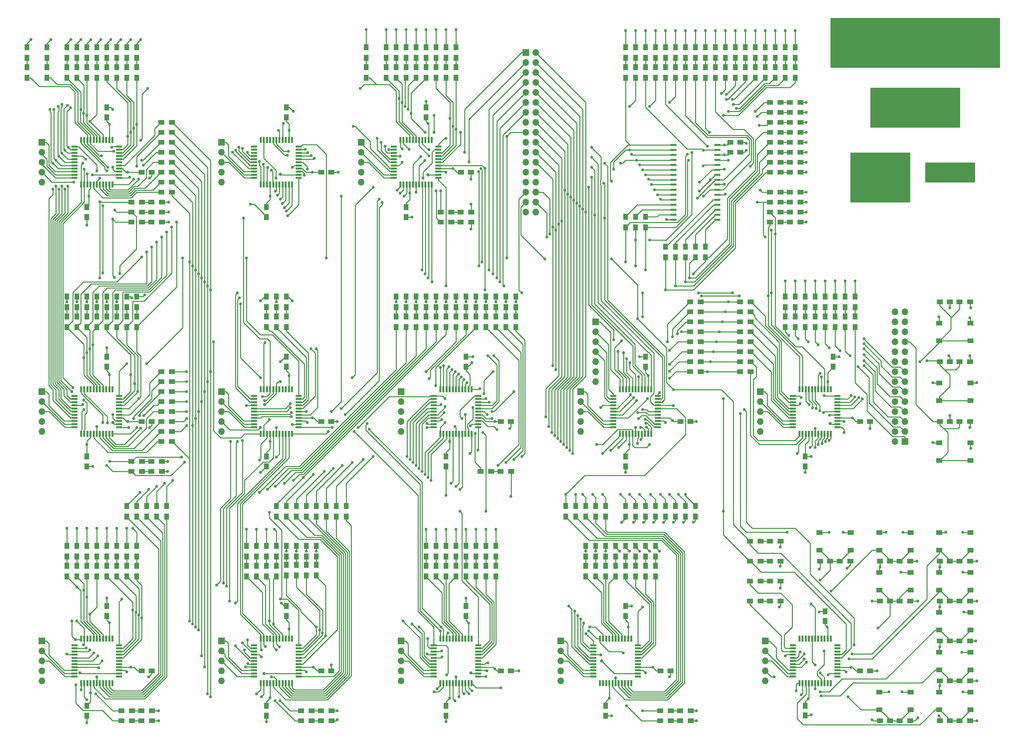
<source format=gtl>
G04 #@! TF.GenerationSoftware,KiCad,Pcbnew,5.0.1*
G04 #@! TF.CreationDate,2018-12-21T00:49:29+11:00*
G04 #@! TF.ProjectId,cpld-cpu,63706C642D6370752E6B696361645F70,rev?*
G04 #@! TF.SameCoordinates,Original*
G04 #@! TF.FileFunction,Copper,L1,Top,Signal*
G04 #@! TF.FilePolarity,Positive*
%FSLAX46Y46*%
G04 Gerber Fmt 4.6, Leading zero omitted, Abs format (unit mm)*
G04 Created by KiCad (PCBNEW 5.0.1) date Fri 21 Dec 2018 00:49:29 AEDT*
%MOMM*%
%LPD*%
G01*
G04 APERTURE LIST*
G04 #@! TA.AperFunction,SMDPad,CuDef*
%ADD10R,1.500000X1.300000*%
G04 #@! TD*
G04 #@! TA.AperFunction,SMDPad,CuDef*
%ADD11R,1.550000X1.300000*%
G04 #@! TD*
G04 #@! TA.AperFunction,SMDPad,CuDef*
%ADD12R,1.500000X1.250000*%
G04 #@! TD*
G04 #@! TA.AperFunction,SMDPad,CuDef*
%ADD13R,1.250000X1.500000*%
G04 #@! TD*
G04 #@! TA.AperFunction,SMDPad,CuDef*
%ADD14R,0.550000X1.500000*%
G04 #@! TD*
G04 #@! TA.AperFunction,SMDPad,CuDef*
%ADD15R,1.500000X0.550000*%
G04 #@! TD*
G04 #@! TA.AperFunction,ComponentPad*
%ADD16O,1.700000X1.700000*%
G04 #@! TD*
G04 #@! TA.AperFunction,ComponentPad*
%ADD17R,1.700000X1.700000*%
G04 #@! TD*
G04 #@! TA.AperFunction,SMDPad,CuDef*
%ADD18R,1.600000X0.600000*%
G04 #@! TD*
G04 #@! TA.AperFunction,SMDPad,CuDef*
%ADD19R,1.300000X1.500000*%
G04 #@! TD*
G04 #@! TA.AperFunction,ViaPad*
%ADD20C,0.750000*%
G04 #@! TD*
G04 #@! TA.AperFunction,ViaPad*
%ADD21C,0.800000*%
G04 #@! TD*
G04 #@! TA.AperFunction,Conductor*
%ADD22C,0.254000*%
G04 #@! TD*
G04 #@! TA.AperFunction,NonConductor*
%ADD23C,0.254000*%
G04 #@! TD*
G04 APERTURE END LIST*
D10*
G04 #@! TO.P,D131,2*
G04 #@! TO.N,Net-(D131-Pad2)*
X51990000Y-68580000D03*
G04 #@! TO.P,D131,1*
G04 #@! TO.N,GND*
X54690000Y-68580000D03*
G04 #@! TD*
G04 #@! TO.P,R209,2*
G04 #@! TO.N,Net-(D131-Pad2)*
X49610000Y-68580000D03*
G04 #@! TO.P,R209,1*
G04 #@! TO.N,/A_CC*
X46910000Y-68580000D03*
G04 #@! TD*
D11*
G04 #@! TO.P,SW4,2*
G04 #@! TO.N,/BTN_HALT*
X230035000Y-157190000D03*
X222085000Y-157190000D03*
G04 #@! TO.P,SW4,1*
G04 #@! TO.N,GND*
X230035000Y-152690000D03*
X222085000Y-152690000D03*
G04 #@! TD*
G04 #@! TO.P,SW12,1*
G04 #@! TO.N,GND*
X252565000Y-183170000D03*
X260515000Y-183170000D03*
G04 #@! TO.P,SW12,2*
G04 #@! TO.N,/BTN_S3*
X252565000Y-187670000D03*
X260515000Y-187670000D03*
G04 #@! TD*
G04 #@! TO.P,SW11,2*
G04 #@! TO.N,/BTN_S1*
X260515000Y-167350000D03*
X252565000Y-167350000D03*
G04 #@! TO.P,SW11,1*
G04 #@! TO.N,GND*
X260515000Y-162850000D03*
X252565000Y-162850000D03*
G04 #@! TD*
G04 #@! TO.P,SW10,1*
G04 #@! TO.N,GND*
X237325000Y-162850000D03*
X245275000Y-162850000D03*
G04 #@! TO.P,SW10,2*
G04 #@! TO.N,/BTN_STEP8*
X237325000Y-167350000D03*
X245275000Y-167350000D03*
G04 #@! TD*
G04 #@! TO.P,SW9,2*
G04 #@! TO.N,/BTN_S4*
X260515000Y-197830000D03*
X252565000Y-197830000D03*
G04 #@! TO.P,SW9,1*
G04 #@! TO.N,GND*
X260515000Y-193330000D03*
X252565000Y-193330000D03*
G04 #@! TD*
G04 #@! TO.P,SW8,1*
G04 #@! TO.N,GND*
X252565000Y-173010000D03*
X260515000Y-173010000D03*
G04 #@! TO.P,SW8,2*
G04 #@! TO.N,/BTN_S2*
X252565000Y-177510000D03*
X260515000Y-177510000D03*
G04 #@! TD*
G04 #@! TO.P,SW7,2*
G04 #@! TO.N,/BTN_S0*
X260515000Y-157190000D03*
X252565000Y-157190000D03*
G04 #@! TO.P,SW7,1*
G04 #@! TO.N,GND*
X260515000Y-152690000D03*
X252565000Y-152690000D03*
G04 #@! TD*
G04 #@! TO.P,SW6,1*
G04 #@! TO.N,GND*
X237325000Y-152690000D03*
X245275000Y-152690000D03*
G04 #@! TO.P,SW6,2*
G04 #@! TO.N,/BTN_STEP1*
X237325000Y-157190000D03*
X245275000Y-157190000D03*
G04 #@! TD*
G04 #@! TO.P,SW5,2*
G04 #@! TO.N,/BTN_RST*
X245275000Y-197830000D03*
X237325000Y-197830000D03*
G04 #@! TO.P,SW5,1*
G04 #@! TO.N,GND*
X245275000Y-193330000D03*
X237325000Y-193330000D03*
G04 #@! TD*
D12*
G04 #@! TO.P,C53,1*
G04 #@! TO.N,/BTN_S3*
X255250000Y-190500000D03*
G04 #@! TO.P,C53,2*
G04 #@! TO.N,GND*
X252750000Y-190500000D03*
G04 #@! TD*
G04 #@! TO.P,C51,2*
G04 #@! TO.N,GND*
X237510000Y-170180000D03*
G04 #@! TO.P,C51,1*
G04 #@! TO.N,/BTN_STEP8*
X240010000Y-170180000D03*
G04 #@! TD*
G04 #@! TO.P,C52,1*
G04 #@! TO.N,/BTN_S1*
X255250000Y-170180000D03*
G04 #@! TO.P,C52,2*
G04 #@! TO.N,GND*
X252750000Y-170180000D03*
G04 #@! TD*
G04 #@! TO.P,C50,2*
G04 #@! TO.N,GND*
X252750000Y-200660000D03*
G04 #@! TO.P,C50,1*
G04 #@! TO.N,/BTN_S4*
X255250000Y-200660000D03*
G04 #@! TD*
G04 #@! TO.P,C49,1*
G04 #@! TO.N,/BTN_S2*
X255250000Y-180340000D03*
G04 #@! TO.P,C49,2*
G04 #@! TO.N,GND*
X252750000Y-180340000D03*
G04 #@! TD*
G04 #@! TO.P,C48,2*
G04 #@! TO.N,GND*
X252750000Y-160020000D03*
G04 #@! TO.P,C48,1*
G04 #@! TO.N,/BTN_S0*
X255250000Y-160020000D03*
G04 #@! TD*
G04 #@! TO.P,C47,1*
G04 #@! TO.N,/BTN_STEP1*
X240010000Y-160020000D03*
G04 #@! TO.P,C47,2*
G04 #@! TO.N,GND*
X237510000Y-160020000D03*
G04 #@! TD*
G04 #@! TO.P,C46,2*
G04 #@! TO.N,GND*
X234930000Y-187960000D03*
G04 #@! TO.P,C46,1*
G04 #@! TO.N,VCC*
X232430000Y-187960000D03*
G04 #@! TD*
D13*
G04 #@! TO.P,C45,1*
G04 #@! TO.N,VCC*
X223520000Y-175260000D03*
G04 #@! TO.P,C45,2*
G04 #@! TO.N,GND*
X223520000Y-172760000D03*
G04 #@! TD*
G04 #@! TO.P,C44,2*
G04 #@! TO.N,GND*
X218440000Y-199330000D03*
G04 #@! TO.P,C44,1*
G04 #@! TO.N,VCC*
X218440000Y-196830000D03*
G04 #@! TD*
D12*
G04 #@! TO.P,C43,1*
G04 #@! TO.N,/BTN_RST*
X240010000Y-200660000D03*
G04 #@! TO.P,C43,2*
G04 #@! TO.N,GND*
X237510000Y-200660000D03*
G04 #@! TD*
G04 #@! TO.P,C42,2*
G04 #@! TO.N,GND*
X222270000Y-160020000D03*
G04 #@! TO.P,C42,1*
G04 #@! TO.N,/BTN_HALT*
X224770000Y-160020000D03*
G04 #@! TD*
D14*
G04 #@! TO.P,U14,44*
G04 #@! TO.N,Net-(U14-Pad44)*
X216980000Y-179720000D03*
G04 #@! TO.P,U14,43*
G04 #@! TO.N,Net-(U14-Pad43)*
X217780000Y-179720000D03*
G04 #@! TO.P,U14,42*
G04 #@! TO.N,Net-(U14-Pad42)*
X218580000Y-179720000D03*
G04 #@! TO.P,U14,41*
G04 #@! TO.N,Net-(U14-Pad41)*
X219380000Y-179720000D03*
G04 #@! TO.P,U14,40*
G04 #@! TO.N,/BTN_RST*
X220180000Y-179720000D03*
G04 #@! TO.P,U14,39*
G04 #@! TO.N,/BTN_HALT*
X220980000Y-179720000D03*
G04 #@! TO.P,U14,38*
G04 #@! TO.N,Net-(U14-Pad38)*
X221780000Y-179720000D03*
G04 #@! TO.P,U14,37*
G04 #@! TO.N,Net-(U14-Pad37)*
X222580000Y-179720000D03*
G04 #@! TO.P,U14,36*
G04 #@! TO.N,Net-(U14-Pad36)*
X223380000Y-179720000D03*
G04 #@! TO.P,U14,35*
G04 #@! TO.N,VCC*
X224180000Y-179720000D03*
G04 #@! TO.P,U14,34*
G04 #@! TO.N,Net-(U14-Pad34)*
X224980000Y-179720000D03*
D15*
G04 #@! TO.P,U14,33*
G04 #@! TO.N,Net-(U14-Pad33)*
X226680000Y-181420000D03*
G04 #@! TO.P,U14,32*
G04 #@! TO.N,Net-(U14-Pad32)*
X226680000Y-182220000D03*
G04 #@! TO.P,U14,31*
G04 #@! TO.N,Net-(U14-Pad31)*
X226680000Y-183020000D03*
G04 #@! TO.P,U14,30*
G04 #@! TO.N,/~RST~*
X226680000Y-183820000D03*
G04 #@! TO.P,U14,29*
G04 #@! TO.N,/CLK*
X226680000Y-184620000D03*
G04 #@! TO.P,U14,28*
G04 #@! TO.N,Net-(U14-Pad28)*
X226680000Y-185420000D03*
G04 #@! TO.P,U14,27*
G04 #@! TO.N,Net-(U14-Pad27)*
X226680000Y-186220000D03*
G04 #@! TO.P,U14,26*
G04 #@! TO.N,VCC*
X226680000Y-187020000D03*
G04 #@! TO.P,U14,25*
G04 #@! TO.N,GND*
X226680000Y-187820000D03*
G04 #@! TO.P,U14,24*
G04 #@! TO.N,Net-(J16-Pad4)*
X226680000Y-188620000D03*
G04 #@! TO.P,U14,23*
G04 #@! TO.N,Net-(U14-Pad23)*
X226680000Y-189420000D03*
D14*
G04 #@! TO.P,U14,22*
G04 #@! TO.N,Net-(U14-Pad22)*
X224980000Y-191120000D03*
G04 #@! TO.P,U14,21*
G04 #@! TO.N,Net-(U14-Pad21)*
X224180000Y-191120000D03*
G04 #@! TO.P,U14,20*
G04 #@! TO.N,/PROG5*
X223380000Y-191120000D03*
G04 #@! TO.P,U14,19*
G04 #@! TO.N,/PROG4*
X222580000Y-191120000D03*
G04 #@! TO.P,U14,18*
G04 #@! TO.N,Net-(U14-Pad18)*
X221780000Y-191120000D03*
G04 #@! TO.P,U14,17*
G04 #@! TO.N,GND*
X220980000Y-191120000D03*
G04 #@! TO.P,U14,16*
G04 #@! TO.N,Net-(U14-Pad16)*
X220180000Y-191120000D03*
G04 #@! TO.P,U14,15*
G04 #@! TO.N,VCC*
X219380000Y-191120000D03*
G04 #@! TO.P,U14,14*
G04 #@! TO.N,/BTN_S4*
X218580000Y-191120000D03*
G04 #@! TO.P,U14,13*
G04 #@! TO.N,/BTN_S3*
X217780000Y-191120000D03*
G04 #@! TO.P,U14,12*
G04 #@! TO.N,/BTN_S2*
X216980000Y-191120000D03*
D15*
G04 #@! TO.P,U14,11*
G04 #@! TO.N,Net-(J16-Pad3)*
X215280000Y-189420000D03*
G04 #@! TO.P,U14,10*
G04 #@! TO.N,Net-(J16-Pad2)*
X215280000Y-188620000D03*
G04 #@! TO.P,U14,9*
G04 #@! TO.N,Net-(J16-Pad1)*
X215280000Y-187820000D03*
G04 #@! TO.P,U14,8*
G04 #@! TO.N,/BTN_S1*
X215280000Y-187020000D03*
G04 #@! TO.P,U14,7*
G04 #@! TO.N,/BTN_S0*
X215280000Y-186220000D03*
G04 #@! TO.P,U14,6*
G04 #@! TO.N,/BTN_STEP8*
X215280000Y-185420000D03*
G04 #@! TO.P,U14,5*
G04 #@! TO.N,/BTN_STEP1*
X215280000Y-184620000D03*
G04 #@! TO.P,U14,4*
G04 #@! TO.N,GND*
X215280000Y-183820000D03*
G04 #@! TO.P,U14,3*
G04 #@! TO.N,/LED1*
X215280000Y-183020000D03*
G04 #@! TO.P,U14,2*
G04 #@! TO.N,/LED0*
X215280000Y-182220000D03*
G04 #@! TO.P,U14,1*
G04 #@! TO.N,Net-(U14-Pad1)*
X215280000Y-181420000D03*
G04 #@! TD*
D10*
G04 #@! TO.P,D130,1*
G04 #@! TO.N,GND*
X212170000Y-170180000D03*
G04 #@! TO.P,D130,2*
G04 #@! TO.N,Net-(D130-Pad2)*
X209470000Y-170180000D03*
G04 #@! TD*
G04 #@! TO.P,D128,2*
G04 #@! TO.N,Net-(D128-Pad2)*
X209470000Y-160020000D03*
G04 #@! TO.P,D128,1*
G04 #@! TO.N,GND*
X212170000Y-160020000D03*
G04 #@! TD*
G04 #@! TO.P,D127,1*
G04 #@! TO.N,GND*
X212170000Y-154940000D03*
G04 #@! TO.P,D127,2*
G04 #@! TO.N,Net-(D127-Pad2)*
X209470000Y-154940000D03*
G04 #@! TD*
G04 #@! TO.P,D129,2*
G04 #@! TO.N,Net-(D129-Pad2)*
X209470000Y-165100000D03*
G04 #@! TO.P,D129,1*
G04 #@! TO.N,GND*
X212170000Y-165100000D03*
G04 #@! TD*
D16*
G04 #@! TO.P,J16,5*
G04 #@! TO.N,GND*
X208280000Y-190500000D03*
G04 #@! TO.P,J16,4*
G04 #@! TO.N,Net-(J16-Pad4)*
X208280000Y-187960000D03*
G04 #@! TO.P,J16,3*
G04 #@! TO.N,Net-(J16-Pad3)*
X208280000Y-185420000D03*
G04 #@! TO.P,J16,2*
G04 #@! TO.N,Net-(J16-Pad2)*
X208280000Y-182880000D03*
D17*
G04 #@! TO.P,J16,1*
G04 #@! TO.N,Net-(J16-Pad1)*
X208280000Y-180340000D03*
G04 #@! TD*
D16*
G04 #@! TO.P,J15,7*
G04 #@! TO.N,GND*
X165100000Y-114300000D03*
G04 #@! TO.P,J15,6*
G04 #@! TO.N,/PROG5*
X165100000Y-111760000D03*
G04 #@! TO.P,J15,5*
G04 #@! TO.N,/PROG4*
X165100000Y-109220000D03*
G04 #@! TO.P,J15,4*
G04 #@! TO.N,/PROG3*
X165100000Y-106680000D03*
G04 #@! TO.P,J15,3*
G04 #@! TO.N,/PROG2*
X165100000Y-104140000D03*
G04 #@! TO.P,J15,2*
G04 #@! TO.N,/PROG1*
X165100000Y-101600000D03*
D17*
G04 #@! TO.P,J15,1*
G04 #@! TO.N,/PROG0*
X165100000Y-99060000D03*
G04 #@! TD*
D10*
G04 #@! TO.P,R196,2*
G04 #@! TO.N,VCC*
X229950000Y-160020000D03*
G04 #@! TO.P,R196,1*
G04 #@! TO.N,/BTN_HALT*
X227250000Y-160020000D03*
G04 #@! TD*
G04 #@! TO.P,R197,1*
G04 #@! TO.N,/BTN_RST*
X242490000Y-200660000D03*
G04 #@! TO.P,R197,2*
G04 #@! TO.N,VCC*
X245190000Y-200660000D03*
G04 #@! TD*
G04 #@! TO.P,R198,2*
G04 #@! TO.N,Net-(D127-Pad2)*
X207090000Y-154940000D03*
G04 #@! TO.P,R198,1*
G04 #@! TO.N,/CLK*
X204390000Y-154940000D03*
G04 #@! TD*
G04 #@! TO.P,R199,1*
G04 #@! TO.N,/~RST~*
X204390000Y-160020000D03*
G04 #@! TO.P,R199,2*
G04 #@! TO.N,Net-(D128-Pad2)*
X207090000Y-160020000D03*
G04 #@! TD*
G04 #@! TO.P,R200,2*
G04 #@! TO.N,Net-(D129-Pad2)*
X207090000Y-165100000D03*
G04 #@! TO.P,R200,1*
G04 #@! TO.N,/LED0*
X204390000Y-165100000D03*
G04 #@! TD*
G04 #@! TO.P,R201,1*
G04 #@! TO.N,/LED1*
X204390000Y-170180000D03*
G04 #@! TO.P,R201,2*
G04 #@! TO.N,Net-(D130-Pad2)*
X207090000Y-170180000D03*
G04 #@! TD*
G04 #@! TO.P,R202,2*
G04 #@! TO.N,VCC*
X245190000Y-160020000D03*
G04 #@! TO.P,R202,1*
G04 #@! TO.N,/BTN_STEP1*
X242490000Y-160020000D03*
G04 #@! TD*
G04 #@! TO.P,R203,1*
G04 #@! TO.N,/BTN_S0*
X257730000Y-160020000D03*
G04 #@! TO.P,R203,2*
G04 #@! TO.N,VCC*
X260430000Y-160020000D03*
G04 #@! TD*
G04 #@! TO.P,R204,2*
G04 #@! TO.N,VCC*
X260430000Y-180340000D03*
G04 #@! TO.P,R204,1*
G04 #@! TO.N,/BTN_S2*
X257730000Y-180340000D03*
G04 #@! TD*
G04 #@! TO.P,R205,1*
G04 #@! TO.N,/BTN_S4*
X257730000Y-200660000D03*
G04 #@! TO.P,R205,2*
G04 #@! TO.N,VCC*
X260430000Y-200660000D03*
G04 #@! TD*
G04 #@! TO.P,R206,2*
G04 #@! TO.N,VCC*
X245190000Y-170180000D03*
G04 #@! TO.P,R206,1*
G04 #@! TO.N,/BTN_STEP8*
X242490000Y-170180000D03*
G04 #@! TD*
G04 #@! TO.P,R207,1*
G04 #@! TO.N,/BTN_S1*
X257730000Y-170180000D03*
G04 #@! TO.P,R207,2*
G04 #@! TO.N,VCC*
X260430000Y-170180000D03*
G04 #@! TD*
G04 #@! TO.P,R208,2*
G04 #@! TO.N,VCC*
X260430000Y-190500000D03*
G04 #@! TO.P,R208,1*
G04 #@! TO.N,/BTN_S3*
X257730000Y-190500000D03*
G04 #@! TD*
D16*
G04 #@! TO.P,J12,28*
G04 #@! TO.N,VCC*
X241300000Y-96520000D03*
G04 #@! TO.P,J12,27*
G04 #@! TO.N,GND*
X243840000Y-96520000D03*
G04 #@! TO.P,J12,26*
G04 #@! TO.N,VCC*
X241300000Y-99060000D03*
G04 #@! TO.P,J12,25*
G04 #@! TO.N,GND*
X243840000Y-99060000D03*
G04 #@! TO.P,J12,24*
G04 #@! TO.N,VCC*
X241300000Y-101600000D03*
G04 #@! TO.P,J12,23*
G04 #@! TO.N,GND*
X243840000Y-101600000D03*
G04 #@! TO.P,J12,22*
G04 #@! TO.N,Net-(J12-Pad22)*
X241300000Y-104140000D03*
G04 #@! TO.P,J12,21*
G04 #@! TO.N,/BTN2*
X243840000Y-104140000D03*
G04 #@! TO.P,J12,20*
G04 #@! TO.N,Net-(J12-Pad20)*
X241300000Y-106680000D03*
G04 #@! TO.P,J12,19*
G04 #@! TO.N,/BTN1*
X243840000Y-106680000D03*
G04 #@! TO.P,J12,18*
G04 #@! TO.N,Net-(J12-Pad18)*
X241300000Y-109220000D03*
G04 #@! TO.P,J12,17*
G04 #@! TO.N,/BTN0*
X243840000Y-109220000D03*
G04 #@! TO.P,J12,16*
G04 #@! TO.N,Net-(J12-Pad16)*
X241300000Y-111760000D03*
G04 #@! TO.P,J12,15*
G04 #@! TO.N,Net-(J12-Pad15)*
X243840000Y-111760000D03*
G04 #@! TO.P,J12,14*
G04 #@! TO.N,Net-(J12-Pad14)*
X241300000Y-114300000D03*
G04 #@! TO.P,J12,13*
G04 #@! TO.N,Net-(J12-Pad13)*
X243840000Y-114300000D03*
G04 #@! TO.P,J12,12*
G04 #@! TO.N,Net-(J12-Pad12)*
X241300000Y-116840000D03*
G04 #@! TO.P,J12,11*
G04 #@! TO.N,Net-(J12-Pad11)*
X243840000Y-116840000D03*
G04 #@! TO.P,J12,10*
G04 #@! TO.N,Net-(J12-Pad10)*
X241300000Y-119380000D03*
G04 #@! TO.P,J12,9*
G04 #@! TO.N,Net-(J12-Pad9)*
X243840000Y-119380000D03*
G04 #@! TO.P,J12,8*
G04 #@! TO.N,Net-(J12-Pad8)*
X241300000Y-121920000D03*
G04 #@! TO.P,J12,7*
G04 #@! TO.N,Net-(J12-Pad7)*
X243840000Y-121920000D03*
G04 #@! TO.P,J12,6*
G04 #@! TO.N,Net-(J12-Pad6)*
X241300000Y-124460000D03*
G04 #@! TO.P,J12,5*
G04 #@! TO.N,Net-(J12-Pad5)*
X243840000Y-124460000D03*
G04 #@! TO.P,J12,4*
G04 #@! TO.N,Net-(J12-Pad4)*
X241300000Y-127000000D03*
G04 #@! TO.P,J12,3*
G04 #@! TO.N,Net-(J12-Pad3)*
X243840000Y-127000000D03*
G04 #@! TO.P,J12,2*
G04 #@! TO.N,Net-(J12-Pad2)*
X241300000Y-129540000D03*
D17*
G04 #@! TO.P,J12,1*
G04 #@! TO.N,Net-(J12-Pad1)*
X243840000Y-129540000D03*
G04 #@! TD*
D16*
G04 #@! TO.P,J14,34*
G04 #@! TO.N,GND*
X149860000Y-71120000D03*
G04 #@! TO.P,J14,33*
G04 #@! TO.N,VCC*
X147320000Y-71120000D03*
G04 #@! TO.P,J14,32*
G04 #@! TO.N,/RAM_~OE~*
X149860000Y-68580000D03*
G04 #@! TO.P,J14,31*
G04 #@! TO.N,/CLK*
X147320000Y-68580000D03*
G04 #@! TO.P,J14,30*
G04 #@! TO.N,/DEV_~OE~*
X149860000Y-66040000D03*
G04 #@! TO.P,J14,29*
G04 #@! TO.N,/RAM_~WE~*
X147320000Y-66040000D03*
G04 #@! TO.P,J14,28*
G04 #@! TO.N,/ARAM13*
X149860000Y-63500000D03*
G04 #@! TO.P,J14,27*
G04 #@! TO.N,/ARAM17*
X147320000Y-63500000D03*
G04 #@! TO.P,J14,26*
G04 #@! TO.N,/ARAM12*
X149860000Y-60960000D03*
G04 #@! TO.P,J14,25*
G04 #@! TO.N,/ARAM16*
X147320000Y-60960000D03*
G04 #@! TO.P,J14,24*
G04 #@! TO.N,/ARAM11*
X149860000Y-58420000D03*
G04 #@! TO.P,J14,23*
G04 #@! TO.N,/ARAM15*
X147320000Y-58420000D03*
G04 #@! TO.P,J14,22*
G04 #@! TO.N,/ARAM10*
X149860000Y-55880000D03*
G04 #@! TO.P,J14,21*
G04 #@! TO.N,/ARAM14*
X147320000Y-55880000D03*
G04 #@! TO.P,J14,20*
G04 #@! TO.N,/ARAM9*
X149860000Y-53340000D03*
G04 #@! TO.P,J14,19*
G04 #@! TO.N,/PAGE0*
X147320000Y-53340000D03*
G04 #@! TO.P,J14,18*
G04 #@! TO.N,/ARAM8*
X149860000Y-50800000D03*
G04 #@! TO.P,J14,17*
G04 #@! TO.N,/~RST~*
X147320000Y-50800000D03*
G04 #@! TO.P,J14,16*
G04 #@! TO.N,/ARAM7*
X149860000Y-48260000D03*
G04 #@! TO.P,J14,15*
G04 #@! TO.N,/D7*
X147320000Y-48260000D03*
G04 #@! TO.P,J14,14*
G04 #@! TO.N,/ARAM6*
X149860000Y-45720000D03*
G04 #@! TO.P,J14,13*
G04 #@! TO.N,/D6*
X147320000Y-45720000D03*
G04 #@! TO.P,J14,12*
G04 #@! TO.N,/ARAM5*
X149860000Y-43180000D03*
G04 #@! TO.P,J14,11*
G04 #@! TO.N,/D5*
X147320000Y-43180000D03*
G04 #@! TO.P,J14,10*
G04 #@! TO.N,/ARAM4*
X149860000Y-40640000D03*
G04 #@! TO.P,J14,9*
G04 #@! TO.N,/D4*
X147320000Y-40640000D03*
G04 #@! TO.P,J14,8*
G04 #@! TO.N,/ARAM3*
X149860000Y-38100000D03*
G04 #@! TO.P,J14,7*
G04 #@! TO.N,/D3*
X147320000Y-38100000D03*
G04 #@! TO.P,J14,6*
G04 #@! TO.N,/ARAM2*
X149860000Y-35560000D03*
G04 #@! TO.P,J14,5*
G04 #@! TO.N,/D2*
X147320000Y-35560000D03*
G04 #@! TO.P,J14,4*
G04 #@! TO.N,/ARAM1*
X149860000Y-33020000D03*
G04 #@! TO.P,J14,3*
G04 #@! TO.N,/D1*
X147320000Y-33020000D03*
G04 #@! TO.P,J14,2*
G04 #@! TO.N,/ARAM0*
X149860000Y-30480000D03*
D17*
G04 #@! TO.P,J14,1*
G04 #@! TO.N,/D0*
X147320000Y-30480000D03*
G04 #@! TD*
D10*
G04 #@! TO.P,D126,1*
G04 #@! TO.N,GND*
X217250000Y-71120000D03*
G04 #@! TO.P,D126,2*
G04 #@! TO.N,Net-(D126-Pad2)*
X214550000Y-71120000D03*
G04 #@! TD*
G04 #@! TO.P,D125,2*
G04 #@! TO.N,Net-(D125-Pad2)*
X214550000Y-68580000D03*
G04 #@! TO.P,D125,1*
G04 #@! TO.N,GND*
X217250000Y-68580000D03*
G04 #@! TD*
G04 #@! TO.P,R194,1*
G04 #@! TO.N,/RAM_~OE~*
X209470000Y-68580000D03*
G04 #@! TO.P,R194,2*
G04 #@! TO.N,Net-(D125-Pad2)*
X212170000Y-68580000D03*
G04 #@! TD*
G04 #@! TO.P,R195,2*
G04 #@! TO.N,Net-(D126-Pad2)*
X212170000Y-71120000D03*
G04 #@! TO.P,R195,1*
G04 #@! TO.N,/DEV_~OE~*
X209470000Y-71120000D03*
G04 #@! TD*
G04 #@! TO.P,R192,1*
G04 #@! TO.N,/D6*
X191850000Y-109220000D03*
G04 #@! TO.P,R192,2*
G04 #@! TO.N,Net-(R192-Pad2)*
X189150000Y-109220000D03*
G04 #@! TD*
G04 #@! TO.P,R193,2*
G04 #@! TO.N,Net-(R193-Pad2)*
X189150000Y-111760000D03*
G04 #@! TO.P,R193,1*
G04 #@! TO.N,/D7*
X191850000Y-111760000D03*
G04 #@! TD*
D17*
G04 #@! TO.P,J1,1*
G04 #@! TO.N,Net-(J1-Pad1)*
X24130000Y-53340000D03*
D16*
G04 #@! TO.P,J1,2*
G04 #@! TO.N,Net-(J1-Pad2)*
X24130000Y-55880000D03*
G04 #@! TO.P,J1,3*
G04 #@! TO.N,Net-(J1-Pad3)*
X24130000Y-58420000D03*
G04 #@! TO.P,J1,4*
G04 #@! TO.N,Net-(J1-Pad4)*
X24130000Y-60960000D03*
G04 #@! TO.P,J1,5*
G04 #@! TO.N,GND*
X24130000Y-63500000D03*
G04 #@! TD*
D17*
G04 #@! TO.P,J2,1*
G04 #@! TO.N,Net-(J2-Pad1)*
X24130000Y-116840000D03*
D16*
G04 #@! TO.P,J2,2*
G04 #@! TO.N,Net-(J2-Pad2)*
X24130000Y-119380000D03*
G04 #@! TO.P,J2,3*
G04 #@! TO.N,Net-(J2-Pad3)*
X24130000Y-121920000D03*
G04 #@! TO.P,J2,4*
G04 #@! TO.N,Net-(J2-Pad4)*
X24130000Y-124460000D03*
G04 #@! TO.P,J2,5*
G04 #@! TO.N,GND*
X24130000Y-127000000D03*
G04 #@! TD*
D17*
G04 #@! TO.P,J3,1*
G04 #@! TO.N,Net-(J3-Pad1)*
X24130000Y-180340000D03*
D16*
G04 #@! TO.P,J3,2*
G04 #@! TO.N,Net-(J3-Pad2)*
X24130000Y-182880000D03*
G04 #@! TO.P,J3,3*
G04 #@! TO.N,Net-(J3-Pad3)*
X24130000Y-185420000D03*
G04 #@! TO.P,J3,4*
G04 #@! TO.N,Net-(J3-Pad4)*
X24130000Y-187960000D03*
G04 #@! TO.P,J3,5*
G04 #@! TO.N,GND*
X24130000Y-190500000D03*
G04 #@! TD*
D17*
G04 #@! TO.P,J4,1*
G04 #@! TO.N,Net-(J4-Pad1)*
X69850000Y-53340000D03*
D16*
G04 #@! TO.P,J4,2*
G04 #@! TO.N,Net-(J4-Pad2)*
X69850000Y-55880000D03*
G04 #@! TO.P,J4,3*
G04 #@! TO.N,Net-(J4-Pad3)*
X69850000Y-58420000D03*
G04 #@! TO.P,J4,4*
G04 #@! TO.N,Net-(J4-Pad4)*
X69850000Y-60960000D03*
G04 #@! TO.P,J4,5*
G04 #@! TO.N,GND*
X69850000Y-63500000D03*
G04 #@! TD*
G04 #@! TO.P,J5,5*
G04 #@! TO.N,GND*
X69850000Y-127000000D03*
G04 #@! TO.P,J5,4*
G04 #@! TO.N,Net-(J5-Pad4)*
X69850000Y-124460000D03*
G04 #@! TO.P,J5,3*
G04 #@! TO.N,Net-(J5-Pad3)*
X69850000Y-121920000D03*
G04 #@! TO.P,J5,2*
G04 #@! TO.N,Net-(J5-Pad2)*
X69850000Y-119380000D03*
D17*
G04 #@! TO.P,J5,1*
G04 #@! TO.N,Net-(J5-Pad1)*
X69850000Y-116840000D03*
G04 #@! TD*
D16*
G04 #@! TO.P,J6,5*
G04 #@! TO.N,GND*
X69850000Y-190500000D03*
G04 #@! TO.P,J6,4*
G04 #@! TO.N,Net-(J6-Pad4)*
X69850000Y-187960000D03*
G04 #@! TO.P,J6,3*
G04 #@! TO.N,Net-(J6-Pad3)*
X69850000Y-185420000D03*
G04 #@! TO.P,J6,2*
G04 #@! TO.N,Net-(J6-Pad2)*
X69850000Y-182880000D03*
D17*
G04 #@! TO.P,J6,1*
G04 #@! TO.N,Net-(J6-Pad1)*
X69850000Y-180340000D03*
G04 #@! TD*
D16*
G04 #@! TO.P,J7,5*
G04 #@! TO.N,GND*
X105410000Y-63500000D03*
G04 #@! TO.P,J7,4*
G04 #@! TO.N,Net-(J7-Pad4)*
X105410000Y-60960000D03*
G04 #@! TO.P,J7,3*
G04 #@! TO.N,Net-(J7-Pad3)*
X105410000Y-58420000D03*
G04 #@! TO.P,J7,2*
G04 #@! TO.N,Net-(J7-Pad2)*
X105410000Y-55880000D03*
D17*
G04 #@! TO.P,J7,1*
G04 #@! TO.N,Net-(J7-Pad1)*
X105410000Y-53340000D03*
G04 #@! TD*
D16*
G04 #@! TO.P,J8,5*
G04 #@! TO.N,GND*
X115570000Y-127000000D03*
G04 #@! TO.P,J8,4*
G04 #@! TO.N,Net-(J8-Pad4)*
X115570000Y-124460000D03*
G04 #@! TO.P,J8,3*
G04 #@! TO.N,Net-(J8-Pad3)*
X115570000Y-121920000D03*
G04 #@! TO.P,J8,2*
G04 #@! TO.N,Net-(J8-Pad2)*
X115570000Y-119380000D03*
D17*
G04 #@! TO.P,J8,1*
G04 #@! TO.N,Net-(J8-Pad1)*
X115570000Y-116840000D03*
G04 #@! TD*
D16*
G04 #@! TO.P,J9,5*
G04 #@! TO.N,GND*
X115570000Y-190500000D03*
G04 #@! TO.P,J9,4*
G04 #@! TO.N,Net-(J9-Pad4)*
X115570000Y-187960000D03*
G04 #@! TO.P,J9,3*
G04 #@! TO.N,Net-(J9-Pad3)*
X115570000Y-185420000D03*
G04 #@! TO.P,J9,2*
G04 #@! TO.N,Net-(J9-Pad2)*
X115570000Y-182880000D03*
D17*
G04 #@! TO.P,J9,1*
G04 #@! TO.N,Net-(J9-Pad1)*
X115570000Y-180340000D03*
G04 #@! TD*
G04 #@! TO.P,J10,1*
G04 #@! TO.N,Net-(J10-Pad1)*
X161290000Y-116840000D03*
D16*
G04 #@! TO.P,J10,2*
G04 #@! TO.N,Net-(J10-Pad2)*
X161290000Y-119380000D03*
G04 #@! TO.P,J10,3*
G04 #@! TO.N,Net-(J10-Pad3)*
X161290000Y-121920000D03*
G04 #@! TO.P,J10,4*
G04 #@! TO.N,Net-(J10-Pad4)*
X161290000Y-124460000D03*
G04 #@! TO.P,J10,5*
G04 #@! TO.N,GND*
X161290000Y-127000000D03*
G04 #@! TD*
D17*
G04 #@! TO.P,J11,1*
G04 #@! TO.N,Net-(J11-Pad1)*
X156210000Y-180340000D03*
D16*
G04 #@! TO.P,J11,2*
G04 #@! TO.N,Net-(J11-Pad2)*
X156210000Y-182880000D03*
G04 #@! TO.P,J11,3*
G04 #@! TO.N,Net-(J11-Pad3)*
X156210000Y-185420000D03*
G04 #@! TO.P,J11,4*
G04 #@! TO.N,Net-(J11-Pad4)*
X156210000Y-187960000D03*
G04 #@! TO.P,J11,5*
G04 #@! TO.N,GND*
X156210000Y-190500000D03*
G04 #@! TD*
D15*
G04 #@! TO.P,U1,1*
G04 #@! TO.N,/A_CC*
X32400000Y-54420000D03*
G04 #@! TO.P,U1,2*
G04 #@! TO.N,/ALU0*
X32400000Y-55220000D03*
G04 #@! TO.P,U1,3*
G04 #@! TO.N,/ALU1*
X32400000Y-56020000D03*
G04 #@! TO.P,U1,4*
G04 #@! TO.N,GND*
X32400000Y-56820000D03*
G04 #@! TO.P,U1,5*
G04 #@! TO.N,/ALU2*
X32400000Y-57620000D03*
G04 #@! TO.P,U1,6*
G04 #@! TO.N,/ALU3*
X32400000Y-58420000D03*
G04 #@! TO.P,U1,7*
G04 #@! TO.N,/ALU4*
X32400000Y-59220000D03*
G04 #@! TO.P,U1,8*
G04 #@! TO.N,/ALU5*
X32400000Y-60020000D03*
G04 #@! TO.P,U1,9*
G04 #@! TO.N,Net-(J1-Pad1)*
X32400000Y-60820000D03*
G04 #@! TO.P,U1,10*
G04 #@! TO.N,Net-(J1-Pad2)*
X32400000Y-61620000D03*
G04 #@! TO.P,U1,11*
G04 #@! TO.N,Net-(J1-Pad3)*
X32400000Y-62420000D03*
D14*
G04 #@! TO.P,U1,12*
G04 #@! TO.N,/ALU6*
X34100000Y-64120000D03*
G04 #@! TO.P,U1,13*
G04 #@! TO.N,/ALU7*
X34900000Y-64120000D03*
G04 #@! TO.P,U1,14*
G04 #@! TO.N,/ALU8*
X35700000Y-64120000D03*
G04 #@! TO.P,U1,15*
G04 #@! TO.N,VCC*
X36500000Y-64120000D03*
G04 #@! TO.P,U1,16*
G04 #@! TO.N,Net-(R51-Pad2)*
X37300000Y-64120000D03*
G04 #@! TO.P,U1,17*
G04 #@! TO.N,GND*
X38100000Y-64120000D03*
G04 #@! TO.P,U1,18*
G04 #@! TO.N,Net-(R50-Pad2)*
X38900000Y-64120000D03*
G04 #@! TO.P,U1,19*
G04 #@! TO.N,Net-(R52-Pad2)*
X39700000Y-64120000D03*
G04 #@! TO.P,U1,20*
G04 #@! TO.N,Net-(R53-Pad2)*
X40500000Y-64120000D03*
G04 #@! TO.P,U1,21*
G04 #@! TO.N,Net-(R54-Pad2)*
X41300000Y-64120000D03*
G04 #@! TO.P,U1,22*
G04 #@! TO.N,Net-(R55-Pad2)*
X42100000Y-64120000D03*
D15*
G04 #@! TO.P,U1,23*
G04 #@! TO.N,Net-(R56-Pad2)*
X43800000Y-62420000D03*
G04 #@! TO.P,U1,24*
G04 #@! TO.N,Net-(J1-Pad4)*
X43800000Y-61620000D03*
G04 #@! TO.P,U1,25*
G04 #@! TO.N,GND*
X43800000Y-60820000D03*
G04 #@! TO.P,U1,26*
G04 #@! TO.N,VCC*
X43800000Y-60020000D03*
G04 #@! TO.P,U1,27*
G04 #@! TO.N,Net-(R57-Pad2)*
X43800000Y-59220000D03*
G04 #@! TO.P,U1,28*
G04 #@! TO.N,Net-(U1-Pad28)*
X43800000Y-58420000D03*
G04 #@! TO.P,U1,29*
G04 #@! TO.N,/A0*
X43800000Y-57620000D03*
G04 #@! TO.P,U1,30*
G04 #@! TO.N,/A1*
X43800000Y-56820000D03*
G04 #@! TO.P,U1,31*
G04 #@! TO.N,/A2*
X43800000Y-56020000D03*
G04 #@! TO.P,U1,32*
G04 #@! TO.N,/A3*
X43800000Y-55220000D03*
G04 #@! TO.P,U1,33*
G04 #@! TO.N,/~RST~*
X43800000Y-54420000D03*
D14*
G04 #@! TO.P,U1,34*
G04 #@! TO.N,Net-(U1-Pad34)*
X42100000Y-52720000D03*
G04 #@! TO.P,U1,35*
G04 #@! TO.N,VCC*
X41300000Y-52720000D03*
G04 #@! TO.P,U1,36*
G04 #@! TO.N,Net-(U1-Pad36)*
X40500000Y-52720000D03*
G04 #@! TO.P,U1,37*
G04 #@! TO.N,/A4*
X39700000Y-52720000D03*
G04 #@! TO.P,U1,38*
G04 #@! TO.N,/A5*
X38900000Y-52720000D03*
G04 #@! TO.P,U1,39*
G04 #@! TO.N,/A6*
X38100000Y-52720000D03*
G04 #@! TO.P,U1,40*
G04 #@! TO.N,/A7*
X37300000Y-52720000D03*
G04 #@! TO.P,U1,41*
G04 #@! TO.N,/AC*
X36500000Y-52720000D03*
G04 #@! TO.P,U1,42*
G04 #@! TO.N,/A_Z*
X35700000Y-52720000D03*
G04 #@! TO.P,U1,43*
G04 #@! TO.N,/A_~WE~*
X34900000Y-52720000D03*
G04 #@! TO.P,U1,44*
G04 #@! TO.N,/A_~OE~*
X34100000Y-52720000D03*
G04 #@! TD*
D15*
G04 #@! TO.P,U2,1*
G04 #@! TO.N,Net-(U2-Pad1)*
X32400000Y-117920000D03*
G04 #@! TO.P,U2,2*
G04 #@! TO.N,/ALU0*
X32400000Y-118720000D03*
G04 #@! TO.P,U2,3*
G04 #@! TO.N,/ALU1*
X32400000Y-119520000D03*
G04 #@! TO.P,U2,4*
G04 #@! TO.N,GND*
X32400000Y-120320000D03*
G04 #@! TO.P,U2,5*
G04 #@! TO.N,/ALU2*
X32400000Y-121120000D03*
G04 #@! TO.P,U2,6*
G04 #@! TO.N,/ALU3*
X32400000Y-121920000D03*
G04 #@! TO.P,U2,7*
G04 #@! TO.N,/ALU4*
X32400000Y-122720000D03*
G04 #@! TO.P,U2,8*
G04 #@! TO.N,/ALU5*
X32400000Y-123520000D03*
G04 #@! TO.P,U2,9*
G04 #@! TO.N,Net-(J2-Pad1)*
X32400000Y-124320000D03*
G04 #@! TO.P,U2,10*
G04 #@! TO.N,Net-(J2-Pad2)*
X32400000Y-125120000D03*
G04 #@! TO.P,U2,11*
G04 #@! TO.N,Net-(J2-Pad3)*
X32400000Y-125920000D03*
D14*
G04 #@! TO.P,U2,12*
G04 #@! TO.N,/ALU6*
X34100000Y-127620000D03*
G04 #@! TO.P,U2,13*
G04 #@! TO.N,/ALU7*
X34900000Y-127620000D03*
G04 #@! TO.P,U2,14*
G04 #@! TO.N,Net-(U2-Pad14)*
X35700000Y-127620000D03*
G04 #@! TO.P,U2,15*
G04 #@! TO.N,VCC*
X36500000Y-127620000D03*
G04 #@! TO.P,U2,16*
G04 #@! TO.N,Net-(R59-Pad2)*
X37300000Y-127620000D03*
G04 #@! TO.P,U2,17*
G04 #@! TO.N,GND*
X38100000Y-127620000D03*
G04 #@! TO.P,U2,18*
G04 #@! TO.N,Net-(R58-Pad2)*
X38900000Y-127620000D03*
G04 #@! TO.P,U2,19*
G04 #@! TO.N,Net-(R60-Pad2)*
X39700000Y-127620000D03*
G04 #@! TO.P,U2,20*
G04 #@! TO.N,Net-(R61-Pad2)*
X40500000Y-127620000D03*
G04 #@! TO.P,U2,21*
G04 #@! TO.N,Net-(R62-Pad2)*
X41300000Y-127620000D03*
G04 #@! TO.P,U2,22*
G04 #@! TO.N,Net-(R63-Pad2)*
X42100000Y-127620000D03*
D15*
G04 #@! TO.P,U2,23*
G04 #@! TO.N,Net-(R64-Pad2)*
X43800000Y-125920000D03*
G04 #@! TO.P,U2,24*
G04 #@! TO.N,Net-(J2-Pad4)*
X43800000Y-125120000D03*
G04 #@! TO.P,U2,25*
G04 #@! TO.N,GND*
X43800000Y-124320000D03*
G04 #@! TO.P,U2,26*
G04 #@! TO.N,VCC*
X43800000Y-123520000D03*
G04 #@! TO.P,U2,27*
G04 #@! TO.N,Net-(R65-Pad2)*
X43800000Y-122720000D03*
G04 #@! TO.P,U2,28*
G04 #@! TO.N,Net-(U2-Pad28)*
X43800000Y-121920000D03*
G04 #@! TO.P,U2,29*
G04 #@! TO.N,/X0*
X43800000Y-121120000D03*
G04 #@! TO.P,U2,30*
G04 #@! TO.N,/X1*
X43800000Y-120320000D03*
G04 #@! TO.P,U2,31*
G04 #@! TO.N,/X2*
X43800000Y-119520000D03*
G04 #@! TO.P,U2,32*
G04 #@! TO.N,/X3*
X43800000Y-118720000D03*
G04 #@! TO.P,U2,33*
G04 #@! TO.N,/~RST~*
X43800000Y-117920000D03*
D14*
G04 #@! TO.P,U2,34*
G04 #@! TO.N,Net-(U2-Pad34)*
X42100000Y-116220000D03*
G04 #@! TO.P,U2,35*
G04 #@! TO.N,VCC*
X41300000Y-116220000D03*
G04 #@! TO.P,U2,36*
G04 #@! TO.N,Net-(U2-Pad36)*
X40500000Y-116220000D03*
G04 #@! TO.P,U2,37*
G04 #@! TO.N,/X4*
X39700000Y-116220000D03*
G04 #@! TO.P,U2,38*
G04 #@! TO.N,/X5*
X38900000Y-116220000D03*
G04 #@! TO.P,U2,39*
G04 #@! TO.N,/X6*
X38100000Y-116220000D03*
G04 #@! TO.P,U2,40*
G04 #@! TO.N,/X7*
X37300000Y-116220000D03*
G04 #@! TO.P,U2,41*
G04 #@! TO.N,Net-(U2-Pad41)*
X36500000Y-116220000D03*
G04 #@! TO.P,U2,42*
G04 #@! TO.N,Net-(U2-Pad42)*
X35700000Y-116220000D03*
G04 #@! TO.P,U2,43*
G04 #@! TO.N,/X_~WE~*
X34900000Y-116220000D03*
G04 #@! TO.P,U2,44*
G04 #@! TO.N,/X_~OE~*
X34100000Y-116220000D03*
G04 #@! TD*
D15*
G04 #@! TO.P,U3,1*
G04 #@! TO.N,Net-(U3-Pad1)*
X32400000Y-181420000D03*
G04 #@! TO.P,U3,2*
G04 #@! TO.N,/D0*
X32400000Y-182220000D03*
G04 #@! TO.P,U3,3*
G04 #@! TO.N,/D1*
X32400000Y-183020000D03*
G04 #@! TO.P,U3,4*
G04 #@! TO.N,GND*
X32400000Y-183820000D03*
G04 #@! TO.P,U3,5*
G04 #@! TO.N,/D2*
X32400000Y-184620000D03*
G04 #@! TO.P,U3,6*
G04 #@! TO.N,/D3*
X32400000Y-185420000D03*
G04 #@! TO.P,U3,7*
G04 #@! TO.N,/D4*
X32400000Y-186220000D03*
G04 #@! TO.P,U3,8*
G04 #@! TO.N,/D5*
X32400000Y-187020000D03*
G04 #@! TO.P,U3,9*
G04 #@! TO.N,Net-(J3-Pad1)*
X32400000Y-187820000D03*
G04 #@! TO.P,U3,10*
G04 #@! TO.N,Net-(J3-Pad2)*
X32400000Y-188620000D03*
G04 #@! TO.P,U3,11*
G04 #@! TO.N,Net-(J3-Pad3)*
X32400000Y-189420000D03*
D14*
G04 #@! TO.P,U3,12*
G04 #@! TO.N,/D6*
X34100000Y-191120000D03*
G04 #@! TO.P,U3,13*
G04 #@! TO.N,/D7*
X34900000Y-191120000D03*
G04 #@! TO.P,U3,14*
G04 #@! TO.N,Net-(U3-Pad14)*
X35700000Y-191120000D03*
G04 #@! TO.P,U3,15*
G04 #@! TO.N,VCC*
X36500000Y-191120000D03*
G04 #@! TO.P,U3,16*
G04 #@! TO.N,Net-(R67-Pad2)*
X37300000Y-191120000D03*
G04 #@! TO.P,U3,17*
G04 #@! TO.N,GND*
X38100000Y-191120000D03*
G04 #@! TO.P,U3,18*
G04 #@! TO.N,Net-(R66-Pad2)*
X38900000Y-191120000D03*
G04 #@! TO.P,U3,19*
G04 #@! TO.N,Net-(R68-Pad2)*
X39700000Y-191120000D03*
G04 #@! TO.P,U3,20*
G04 #@! TO.N,Net-(R69-Pad2)*
X40500000Y-191120000D03*
G04 #@! TO.P,U3,21*
G04 #@! TO.N,Net-(R70-Pad2)*
X41300000Y-191120000D03*
G04 #@! TO.P,U3,22*
G04 #@! TO.N,Net-(U3-Pad22)*
X42100000Y-191120000D03*
D15*
G04 #@! TO.P,U3,23*
G04 #@! TO.N,Net-(U3-Pad23)*
X43800000Y-189420000D03*
G04 #@! TO.P,U3,24*
G04 #@! TO.N,Net-(J3-Pad4)*
X43800000Y-188620000D03*
G04 #@! TO.P,U3,25*
G04 #@! TO.N,GND*
X43800000Y-187820000D03*
G04 #@! TO.P,U3,26*
G04 #@! TO.N,VCC*
X43800000Y-187020000D03*
G04 #@! TO.P,U3,27*
G04 #@! TO.N,Net-(U3-Pad27)*
X43800000Y-186220000D03*
G04 #@! TO.P,U3,28*
G04 #@! TO.N,Net-(U3-Pad28)*
X43800000Y-185420000D03*
G04 #@! TO.P,U3,29*
G04 #@! TO.N,/IR0*
X43800000Y-184620000D03*
G04 #@! TO.P,U3,30*
G04 #@! TO.N,/IR1*
X43800000Y-183820000D03*
G04 #@! TO.P,U3,31*
G04 #@! TO.N,/IR2*
X43800000Y-183020000D03*
G04 #@! TO.P,U3,32*
G04 #@! TO.N,/IR3*
X43800000Y-182220000D03*
G04 #@! TO.P,U3,33*
G04 #@! TO.N,/~RST~*
X43800000Y-181420000D03*
D14*
G04 #@! TO.P,U3,34*
G04 #@! TO.N,Net-(U3-Pad34)*
X42100000Y-179720000D03*
G04 #@! TO.P,U3,35*
G04 #@! TO.N,VCC*
X41300000Y-179720000D03*
G04 #@! TO.P,U3,36*
G04 #@! TO.N,Net-(U3-Pad36)*
X40500000Y-179720000D03*
G04 #@! TO.P,U3,37*
G04 #@! TO.N,/IR4*
X39700000Y-179720000D03*
G04 #@! TO.P,U3,38*
G04 #@! TO.N,/IR5*
X38900000Y-179720000D03*
G04 #@! TO.P,U3,39*
G04 #@! TO.N,/IR6*
X38100000Y-179720000D03*
G04 #@! TO.P,U3,40*
G04 #@! TO.N,/IR7*
X37300000Y-179720000D03*
G04 #@! TO.P,U3,41*
G04 #@! TO.N,Net-(U3-Pad41)*
X36500000Y-179720000D03*
G04 #@! TO.P,U3,42*
G04 #@! TO.N,Net-(U3-Pad42)*
X35700000Y-179720000D03*
G04 #@! TO.P,U3,43*
G04 #@! TO.N,/IR_~WE~*
X34900000Y-179720000D03*
G04 #@! TO.P,U3,44*
G04 #@! TO.N,/IR_~OE~*
X34100000Y-179720000D03*
G04 #@! TD*
G04 #@! TO.P,U4,44*
G04 #@! TO.N,Net-(U4-Pad44)*
X79820000Y-52720000D03*
G04 #@! TO.P,U4,43*
G04 #@! TO.N,/IR7*
X80620000Y-52720000D03*
G04 #@! TO.P,U4,42*
G04 #@! TO.N,Net-(U4-Pad42)*
X81420000Y-52720000D03*
G04 #@! TO.P,U4,41*
G04 #@! TO.N,Net-(U4-Pad41)*
X82220000Y-52720000D03*
G04 #@! TO.P,U4,40*
G04 #@! TO.N,/ALUA7*
X83020000Y-52720000D03*
G04 #@! TO.P,U4,39*
G04 #@! TO.N,/ALUA6*
X83820000Y-52720000D03*
G04 #@! TO.P,U4,38*
G04 #@! TO.N,/ALUA5*
X84620000Y-52720000D03*
G04 #@! TO.P,U4,37*
G04 #@! TO.N,/ALUA4*
X85420000Y-52720000D03*
G04 #@! TO.P,U4,36*
G04 #@! TO.N,Net-(U4-Pad36)*
X86220000Y-52720000D03*
G04 #@! TO.P,U4,35*
G04 #@! TO.N,VCC*
X87020000Y-52720000D03*
G04 #@! TO.P,U4,34*
G04 #@! TO.N,Net-(U4-Pad34)*
X87820000Y-52720000D03*
D15*
G04 #@! TO.P,U4,33*
G04 #@! TO.N,/~RST~*
X89520000Y-54420000D03*
G04 #@! TO.P,U4,32*
G04 #@! TO.N,/ALUA3*
X89520000Y-55220000D03*
G04 #@! TO.P,U4,31*
G04 #@! TO.N,/ALUA2*
X89520000Y-56020000D03*
G04 #@! TO.P,U4,30*
G04 #@! TO.N,/ALUA1*
X89520000Y-56820000D03*
G04 #@! TO.P,U4,29*
G04 #@! TO.N,/ALUA0*
X89520000Y-57620000D03*
G04 #@! TO.P,U4,28*
G04 #@! TO.N,/X7*
X89520000Y-58420000D03*
G04 #@! TO.P,U4,27*
G04 #@! TO.N,/X6*
X89520000Y-59220000D03*
G04 #@! TO.P,U4,26*
G04 #@! TO.N,VCC*
X89520000Y-60020000D03*
G04 #@! TO.P,U4,25*
G04 #@! TO.N,GND*
X89520000Y-60820000D03*
G04 #@! TO.P,U4,24*
G04 #@! TO.N,Net-(J4-Pad4)*
X89520000Y-61620000D03*
G04 #@! TO.P,U4,23*
G04 #@! TO.N,/X5*
X89520000Y-62420000D03*
D14*
G04 #@! TO.P,U4,22*
G04 #@! TO.N,/X4*
X87820000Y-64120000D03*
G04 #@! TO.P,U4,21*
G04 #@! TO.N,/X3*
X87020000Y-64120000D03*
G04 #@! TO.P,U4,20*
G04 #@! TO.N,/X2*
X86220000Y-64120000D03*
G04 #@! TO.P,U4,19*
G04 #@! TO.N,/X1*
X85420000Y-64120000D03*
G04 #@! TO.P,U4,18*
G04 #@! TO.N,/X0*
X84620000Y-64120000D03*
G04 #@! TO.P,U4,17*
G04 #@! TO.N,GND*
X83820000Y-64120000D03*
G04 #@! TO.P,U4,16*
G04 #@! TO.N,/A7*
X83020000Y-64120000D03*
G04 #@! TO.P,U4,15*
G04 #@! TO.N,VCC*
X82220000Y-64120000D03*
G04 #@! TO.P,U4,14*
G04 #@! TO.N,/A6*
X81420000Y-64120000D03*
G04 #@! TO.P,U4,13*
G04 #@! TO.N,/A5*
X80620000Y-64120000D03*
G04 #@! TO.P,U4,12*
G04 #@! TO.N,/A4*
X79820000Y-64120000D03*
D15*
G04 #@! TO.P,U4,11*
G04 #@! TO.N,Net-(J4-Pad3)*
X78120000Y-62420000D03*
G04 #@! TO.P,U4,10*
G04 #@! TO.N,Net-(J4-Pad2)*
X78120000Y-61620000D03*
G04 #@! TO.P,U4,9*
G04 #@! TO.N,Net-(J4-Pad1)*
X78120000Y-60820000D03*
G04 #@! TO.P,U4,8*
G04 #@! TO.N,/A3*
X78120000Y-60020000D03*
G04 #@! TO.P,U4,7*
G04 #@! TO.N,/A2*
X78120000Y-59220000D03*
G04 #@! TO.P,U4,6*
G04 #@! TO.N,/A1*
X78120000Y-58420000D03*
G04 #@! TO.P,U4,5*
G04 #@! TO.N,/A0*
X78120000Y-57620000D03*
G04 #@! TO.P,U4,4*
G04 #@! TO.N,GND*
X78120000Y-56820000D03*
G04 #@! TO.P,U4,3*
G04 #@! TO.N,Net-(U4-Pad3)*
X78120000Y-56020000D03*
G04 #@! TO.P,U4,2*
G04 #@! TO.N,Net-(U4-Pad2)*
X78120000Y-55220000D03*
G04 #@! TO.P,U4,1*
G04 #@! TO.N,Net-(U4-Pad1)*
X78120000Y-54420000D03*
G04 #@! TD*
D14*
G04 #@! TO.P,U5,44*
G04 #@! TO.N,Net-(U5-Pad44)*
X79820000Y-116220000D03*
G04 #@! TO.P,U5,43*
G04 #@! TO.N,/CLK*
X80620000Y-116220000D03*
G04 #@! TO.P,U5,42*
G04 #@! TO.N,Net-(U5-Pad42)*
X81420000Y-116220000D03*
G04 #@! TO.P,U5,41*
G04 #@! TO.N,/IR7*
X82220000Y-116220000D03*
G04 #@! TO.P,U5,40*
G04 #@! TO.N,/IR6*
X83020000Y-116220000D03*
G04 #@! TO.P,U5,39*
G04 #@! TO.N,/IR5*
X83820000Y-116220000D03*
G04 #@! TO.P,U5,38*
G04 #@! TO.N,Net-(U5-Pad38)*
X84620000Y-116220000D03*
G04 #@! TO.P,U5,37*
G04 #@! TO.N,Net-(U5-Pad37)*
X85420000Y-116220000D03*
G04 #@! TO.P,U5,36*
G04 #@! TO.N,Net-(U5-Pad36)*
X86220000Y-116220000D03*
G04 #@! TO.P,U5,35*
G04 #@! TO.N,VCC*
X87020000Y-116220000D03*
G04 #@! TO.P,U5,34*
G04 #@! TO.N,Net-(U5-Pad34)*
X87820000Y-116220000D03*
D15*
G04 #@! TO.P,U5,33*
G04 #@! TO.N,/~RST~*
X89520000Y-117920000D03*
G04 #@! TO.P,U5,32*
G04 #@! TO.N,Net-(R81-Pad1)*
X89520000Y-118720000D03*
G04 #@! TO.P,U5,31*
G04 #@! TO.N,Net-(R80-Pad1)*
X89520000Y-119520000D03*
G04 #@! TO.P,U5,30*
G04 #@! TO.N,Net-(R79-Pad1)*
X89520000Y-120320000D03*
G04 #@! TO.P,U5,29*
G04 #@! TO.N,/A_CC*
X89520000Y-121120000D03*
G04 #@! TO.P,U5,28*
G04 #@! TO.N,/AC*
X89520000Y-121920000D03*
G04 #@! TO.P,U5,27*
G04 #@! TO.N,/A_Z*
X89520000Y-122720000D03*
G04 #@! TO.P,U5,26*
G04 #@! TO.N,VCC*
X89520000Y-123520000D03*
G04 #@! TO.P,U5,25*
G04 #@! TO.N,GND*
X89520000Y-124320000D03*
G04 #@! TO.P,U5,24*
G04 #@! TO.N,Net-(J5-Pad4)*
X89520000Y-125120000D03*
G04 #@! TO.P,U5,23*
G04 #@! TO.N,/IDX_EN*
X89520000Y-125920000D03*
D14*
G04 #@! TO.P,U5,22*
G04 #@! TO.N,/PC_INC*
X87820000Y-127620000D03*
G04 #@! TO.P,U5,21*
G04 #@! TO.N,/AR_~WE~*
X87020000Y-127620000D03*
G04 #@! TO.P,U5,20*
G04 #@! TO.N,/AR_~OE~*
X86220000Y-127620000D03*
G04 #@! TO.P,U5,19*
G04 #@! TO.N,/IR_~WE~*
X85420000Y-127620000D03*
G04 #@! TO.P,U5,18*
G04 #@! TO.N,/X_~WE~*
X84620000Y-127620000D03*
G04 #@! TO.P,U5,17*
G04 #@! TO.N,GND*
X83820000Y-127620000D03*
G04 #@! TO.P,U5,16*
G04 #@! TO.N,/IR_~OE~*
X83020000Y-127620000D03*
G04 #@! TO.P,U5,15*
G04 #@! TO.N,VCC*
X82220000Y-127620000D03*
G04 #@! TO.P,U5,14*
G04 #@! TO.N,/X_~OE~*
X81420000Y-127620000D03*
G04 #@! TO.P,U5,13*
G04 #@! TO.N,/A_~WE~*
X80620000Y-127620000D03*
G04 #@! TO.P,U5,12*
G04 #@! TO.N,/A_~OE~*
X79820000Y-127620000D03*
D15*
G04 #@! TO.P,U5,11*
G04 #@! TO.N,Net-(J5-Pad3)*
X78120000Y-125920000D03*
G04 #@! TO.P,U5,10*
G04 #@! TO.N,Net-(J5-Pad2)*
X78120000Y-125120000D03*
G04 #@! TO.P,U5,9*
G04 #@! TO.N,Net-(J5-Pad1)*
X78120000Y-124320000D03*
G04 #@! TO.P,U5,8*
G04 #@! TO.N,/ALU_~WE~*
X78120000Y-123520000D03*
G04 #@! TO.P,U5,7*
G04 #@! TO.N,/ALU_~OE~*
X78120000Y-122720000D03*
G04 #@! TO.P,U5,6*
G04 #@! TO.N,/PC_~WE~*
X78120000Y-121920000D03*
G04 #@! TO.P,U5,5*
G04 #@! TO.N,/PC_~OE~*
X78120000Y-121120000D03*
G04 #@! TO.P,U5,4*
G04 #@! TO.N,GND*
X78120000Y-120320000D03*
G04 #@! TO.P,U5,3*
G04 #@! TO.N,/RAM_~WE~*
X78120000Y-119520000D03*
G04 #@! TO.P,U5,2*
G04 #@! TO.N,/GPIO_~OE~*
X78120000Y-118720000D03*
G04 #@! TO.P,U5,1*
G04 #@! TO.N,Net-(U5-Pad1)*
X78120000Y-117920000D03*
G04 #@! TD*
D14*
G04 #@! TO.P,U6,44*
G04 #@! TO.N,/AR_~OE~*
X79820000Y-179720000D03*
G04 #@! TO.P,U6,43*
G04 #@! TO.N,/AR_~WE~*
X80620000Y-179720000D03*
G04 #@! TO.P,U6,42*
G04 #@! TO.N,Net-(U6-Pad42)*
X81420000Y-179720000D03*
G04 #@! TO.P,U6,41*
G04 #@! TO.N,Net-(U6-Pad41)*
X82220000Y-179720000D03*
G04 #@! TO.P,U6,40*
G04 #@! TO.N,/AR7*
X83020000Y-179720000D03*
G04 #@! TO.P,U6,39*
G04 #@! TO.N,/AR6*
X83820000Y-179720000D03*
G04 #@! TO.P,U6,38*
G04 #@! TO.N,/AR5*
X84620000Y-179720000D03*
G04 #@! TO.P,U6,37*
G04 #@! TO.N,/AR4*
X85420000Y-179720000D03*
G04 #@! TO.P,U6,36*
G04 #@! TO.N,Net-(U6-Pad36)*
X86220000Y-179720000D03*
G04 #@! TO.P,U6,35*
G04 #@! TO.N,VCC*
X87020000Y-179720000D03*
G04 #@! TO.P,U6,34*
G04 #@! TO.N,Net-(U6-Pad34)*
X87820000Y-179720000D03*
D15*
G04 #@! TO.P,U6,33*
G04 #@! TO.N,/~RST~*
X89520000Y-181420000D03*
G04 #@! TO.P,U6,32*
G04 #@! TO.N,/AR3*
X89520000Y-182220000D03*
G04 #@! TO.P,U6,31*
G04 #@! TO.N,/AR2*
X89520000Y-183020000D03*
G04 #@! TO.P,U6,30*
G04 #@! TO.N,/AR1*
X89520000Y-183820000D03*
G04 #@! TO.P,U6,29*
G04 #@! TO.N,/AR0*
X89520000Y-184620000D03*
G04 #@! TO.P,U6,28*
G04 #@! TO.N,Net-(U6-Pad28)*
X89520000Y-185420000D03*
G04 #@! TO.P,U6,27*
G04 #@! TO.N,Net-(R89-Pad2)*
X89520000Y-186220000D03*
G04 #@! TO.P,U6,26*
G04 #@! TO.N,VCC*
X89520000Y-187020000D03*
G04 #@! TO.P,U6,25*
G04 #@! TO.N,GND*
X89520000Y-187820000D03*
G04 #@! TO.P,U6,24*
G04 #@! TO.N,Net-(J6-Pad4)*
X89520000Y-188620000D03*
G04 #@! TO.P,U6,23*
G04 #@! TO.N,Net-(R88-Pad2)*
X89520000Y-189420000D03*
D14*
G04 #@! TO.P,U6,22*
G04 #@! TO.N,Net-(R87-Pad2)*
X87820000Y-191120000D03*
G04 #@! TO.P,U6,21*
G04 #@! TO.N,Net-(R86-Pad2)*
X87020000Y-191120000D03*
G04 #@! TO.P,U6,20*
G04 #@! TO.N,Net-(R85-Pad2)*
X86220000Y-191120000D03*
G04 #@! TO.P,U6,19*
G04 #@! TO.N,Net-(R84-Pad2)*
X85420000Y-191120000D03*
G04 #@! TO.P,U6,18*
G04 #@! TO.N,Net-(R82-Pad2)*
X84620000Y-191120000D03*
G04 #@! TO.P,U6,17*
G04 #@! TO.N,GND*
X83820000Y-191120000D03*
G04 #@! TO.P,U6,16*
G04 #@! TO.N,Net-(R83-Pad2)*
X83020000Y-191120000D03*
G04 #@! TO.P,U6,15*
G04 #@! TO.N,VCC*
X82220000Y-191120000D03*
G04 #@! TO.P,U6,14*
G04 #@! TO.N,Net-(U6-Pad14)*
X81420000Y-191120000D03*
G04 #@! TO.P,U6,13*
G04 #@! TO.N,/D7*
X80620000Y-191120000D03*
G04 #@! TO.P,U6,12*
G04 #@! TO.N,/D6*
X79820000Y-191120000D03*
D15*
G04 #@! TO.P,U6,11*
G04 #@! TO.N,Net-(J6-Pad3)*
X78120000Y-189420000D03*
G04 #@! TO.P,U6,10*
G04 #@! TO.N,Net-(J6-Pad2)*
X78120000Y-188620000D03*
G04 #@! TO.P,U6,9*
G04 #@! TO.N,Net-(J6-Pad1)*
X78120000Y-187820000D03*
G04 #@! TO.P,U6,8*
G04 #@! TO.N,/D5*
X78120000Y-187020000D03*
G04 #@! TO.P,U6,7*
G04 #@! TO.N,/D4*
X78120000Y-186220000D03*
G04 #@! TO.P,U6,6*
G04 #@! TO.N,/D3*
X78120000Y-185420000D03*
G04 #@! TO.P,U6,5*
G04 #@! TO.N,/D2*
X78120000Y-184620000D03*
G04 #@! TO.P,U6,4*
G04 #@! TO.N,GND*
X78120000Y-183820000D03*
G04 #@! TO.P,U6,3*
G04 #@! TO.N,/D1*
X78120000Y-183020000D03*
G04 #@! TO.P,U6,2*
G04 #@! TO.N,/D0*
X78120000Y-182220000D03*
G04 #@! TO.P,U6,1*
G04 #@! TO.N,Net-(U6-Pad1)*
X78120000Y-181420000D03*
G04 #@! TD*
G04 #@! TO.P,U7,1*
G04 #@! TO.N,Net-(U7-Pad1)*
X113680000Y-54420000D03*
G04 #@! TO.P,U7,2*
G04 #@! TO.N,/ALUA0*
X113680000Y-55220000D03*
G04 #@! TO.P,U7,3*
G04 #@! TO.N,/ALUA1*
X113680000Y-56020000D03*
G04 #@! TO.P,U7,4*
G04 #@! TO.N,GND*
X113680000Y-56820000D03*
G04 #@! TO.P,U7,5*
G04 #@! TO.N,/ALUA2*
X113680000Y-57620000D03*
G04 #@! TO.P,U7,6*
G04 #@! TO.N,/ALUA3*
X113680000Y-58420000D03*
G04 #@! TO.P,U7,7*
G04 #@! TO.N,/ALUA4*
X113680000Y-59220000D03*
G04 #@! TO.P,U7,8*
G04 #@! TO.N,/ALUA5*
X113680000Y-60020000D03*
G04 #@! TO.P,U7,9*
G04 #@! TO.N,Net-(J7-Pad1)*
X113680000Y-60820000D03*
G04 #@! TO.P,U7,10*
G04 #@! TO.N,Net-(J7-Pad2)*
X113680000Y-61620000D03*
G04 #@! TO.P,U7,11*
G04 #@! TO.N,Net-(J7-Pad3)*
X113680000Y-62420000D03*
D14*
G04 #@! TO.P,U7,12*
G04 #@! TO.N,/ALUA6*
X115380000Y-64120000D03*
G04 #@! TO.P,U7,13*
G04 #@! TO.N,/ALUA7*
X116180000Y-64120000D03*
G04 #@! TO.P,U7,14*
G04 #@! TO.N,/AC*
X116980000Y-64120000D03*
G04 #@! TO.P,U7,15*
G04 #@! TO.N,VCC*
X117780000Y-64120000D03*
G04 #@! TO.P,U7,16*
G04 #@! TO.N,/ALU3*
X118580000Y-64120000D03*
G04 #@! TO.P,U7,17*
G04 #@! TO.N,GND*
X119380000Y-64120000D03*
G04 #@! TO.P,U7,18*
G04 #@! TO.N,/ALU4*
X120180000Y-64120000D03*
G04 #@! TO.P,U7,19*
G04 #@! TO.N,/D2*
X120980000Y-64120000D03*
G04 #@! TO.P,U7,20*
G04 #@! TO.N,/D3*
X121780000Y-64120000D03*
G04 #@! TO.P,U7,21*
G04 #@! TO.N,/D4*
X122580000Y-64120000D03*
G04 #@! TO.P,U7,22*
G04 #@! TO.N,/D5*
X123380000Y-64120000D03*
D15*
G04 #@! TO.P,U7,23*
G04 #@! TO.N,/D6*
X125080000Y-62420000D03*
G04 #@! TO.P,U7,24*
G04 #@! TO.N,Net-(J7-Pad4)*
X125080000Y-61620000D03*
G04 #@! TO.P,U7,25*
G04 #@! TO.N,GND*
X125080000Y-60820000D03*
G04 #@! TO.P,U7,26*
G04 #@! TO.N,VCC*
X125080000Y-60020000D03*
G04 #@! TO.P,U7,27*
G04 #@! TO.N,/D7*
X125080000Y-59220000D03*
G04 #@! TO.P,U7,28*
G04 #@! TO.N,/ALU5*
X125080000Y-58420000D03*
G04 #@! TO.P,U7,29*
G04 #@! TO.N,/ALU0*
X125080000Y-57620000D03*
G04 #@! TO.P,U7,30*
G04 #@! TO.N,/ALU1*
X125080000Y-56820000D03*
G04 #@! TO.P,U7,31*
G04 #@! TO.N,/ALU2*
X125080000Y-56020000D03*
G04 #@! TO.P,U7,32*
G04 #@! TO.N,/IR5*
X125080000Y-55220000D03*
G04 #@! TO.P,U7,33*
G04 #@! TO.N,/~RST~*
X125080000Y-54420000D03*
D14*
G04 #@! TO.P,U7,34*
G04 #@! TO.N,Net-(U7-Pad34)*
X123380000Y-52720000D03*
G04 #@! TO.P,U7,35*
G04 #@! TO.N,VCC*
X122580000Y-52720000D03*
G04 #@! TO.P,U7,36*
G04 #@! TO.N,Net-(U7-Pad36)*
X121780000Y-52720000D03*
G04 #@! TO.P,U7,37*
G04 #@! TO.N,/D0*
X120980000Y-52720000D03*
G04 #@! TO.P,U7,38*
G04 #@! TO.N,/D1*
X120180000Y-52720000D03*
G04 #@! TO.P,U7,39*
G04 #@! TO.N,/ALU6*
X119380000Y-52720000D03*
G04 #@! TO.P,U7,40*
G04 #@! TO.N,/ALU7*
X118580000Y-52720000D03*
G04 #@! TO.P,U7,41*
G04 #@! TO.N,/ALU8*
X117780000Y-52720000D03*
G04 #@! TO.P,U7,42*
G04 #@! TO.N,Net-(U7-Pad42)*
X116980000Y-52720000D03*
G04 #@! TO.P,U7,43*
G04 #@! TO.N,/ALU_~WE~*
X116180000Y-52720000D03*
G04 #@! TO.P,U7,44*
G04 #@! TO.N,/ALU_~OE~*
X115380000Y-52720000D03*
G04 #@! TD*
D15*
G04 #@! TO.P,U8,1*
G04 #@! TO.N,/IDX_EN*
X123840000Y-117920000D03*
G04 #@! TO.P,U8,2*
G04 #@! TO.N,/ADDR0*
X123840000Y-118720000D03*
G04 #@! TO.P,U8,3*
G04 #@! TO.N,/ADDR1*
X123840000Y-119520000D03*
G04 #@! TO.P,U8,4*
G04 #@! TO.N,GND*
X123840000Y-120320000D03*
G04 #@! TO.P,U8,5*
G04 #@! TO.N,/ADDR2*
X123840000Y-121120000D03*
G04 #@! TO.P,U8,6*
G04 #@! TO.N,/ADDR3*
X123840000Y-121920000D03*
G04 #@! TO.P,U8,7*
G04 #@! TO.N,/ADDR4*
X123840000Y-122720000D03*
G04 #@! TO.P,U8,8*
G04 #@! TO.N,/ADDR5*
X123840000Y-123520000D03*
G04 #@! TO.P,U8,9*
G04 #@! TO.N,Net-(J8-Pad1)*
X123840000Y-124320000D03*
G04 #@! TO.P,U8,10*
G04 #@! TO.N,Net-(J8-Pad2)*
X123840000Y-125120000D03*
G04 #@! TO.P,U8,11*
G04 #@! TO.N,Net-(J8-Pad3)*
X123840000Y-125920000D03*
D14*
G04 #@! TO.P,U8,12*
G04 #@! TO.N,/ADDR6*
X125540000Y-127620000D03*
G04 #@! TO.P,U8,13*
G04 #@! TO.N,/ADDR7*
X126340000Y-127620000D03*
G04 #@! TO.P,U8,14*
G04 #@! TO.N,/ADDR8*
X127140000Y-127620000D03*
G04 #@! TO.P,U8,15*
G04 #@! TO.N,VCC*
X127940000Y-127620000D03*
G04 #@! TO.P,U8,16*
G04 #@! TO.N,/ADDR9*
X128740000Y-127620000D03*
G04 #@! TO.P,U8,17*
G04 #@! TO.N,GND*
X129540000Y-127620000D03*
G04 #@! TO.P,U8,18*
G04 #@! TO.N,/ADDR10*
X130340000Y-127620000D03*
G04 #@! TO.P,U8,19*
G04 #@! TO.N,/ADDR11*
X131140000Y-127620000D03*
G04 #@! TO.P,U8,20*
G04 #@! TO.N,/ARAM10*
X131940000Y-127620000D03*
G04 #@! TO.P,U8,21*
G04 #@! TO.N,/ARAM11*
X132740000Y-127620000D03*
G04 #@! TO.P,U8,22*
G04 #@! TO.N,/X0*
X133540000Y-127620000D03*
D15*
G04 #@! TO.P,U8,23*
G04 #@! TO.N,/X1*
X135240000Y-125920000D03*
G04 #@! TO.P,U8,24*
G04 #@! TO.N,Net-(J8-Pad4)*
X135240000Y-125120000D03*
G04 #@! TO.P,U8,25*
G04 #@! TO.N,GND*
X135240000Y-124320000D03*
G04 #@! TO.P,U8,26*
G04 #@! TO.N,VCC*
X135240000Y-123520000D03*
G04 #@! TO.P,U8,27*
G04 #@! TO.N,/X2*
X135240000Y-122720000D03*
G04 #@! TO.P,U8,28*
G04 #@! TO.N,/X3*
X135240000Y-121920000D03*
G04 #@! TO.P,U8,29*
G04 #@! TO.N,/X4*
X135240000Y-121120000D03*
G04 #@! TO.P,U8,30*
G04 #@! TO.N,/X5*
X135240000Y-120320000D03*
G04 #@! TO.P,U8,31*
G04 #@! TO.N,/ARAM0*
X135240000Y-119520000D03*
G04 #@! TO.P,U8,32*
G04 #@! TO.N,/ARAM1*
X135240000Y-118720000D03*
G04 #@! TO.P,U8,33*
G04 #@! TO.N,/~RST~*
X135240000Y-117920000D03*
D14*
G04 #@! TO.P,U8,34*
G04 #@! TO.N,/ARAM2*
X133540000Y-116220000D03*
G04 #@! TO.P,U8,35*
G04 #@! TO.N,VCC*
X132740000Y-116220000D03*
G04 #@! TO.P,U8,36*
G04 #@! TO.N,/ARAM3*
X131940000Y-116220000D03*
G04 #@! TO.P,U8,37*
G04 #@! TO.N,/ARAM4*
X131140000Y-116220000D03*
G04 #@! TO.P,U8,38*
G04 #@! TO.N,/ARAM5*
X130340000Y-116220000D03*
G04 #@! TO.P,U8,39*
G04 #@! TO.N,/ARAM6*
X129540000Y-116220000D03*
G04 #@! TO.P,U8,40*
G04 #@! TO.N,/ARAM7*
X128740000Y-116220000D03*
G04 #@! TO.P,U8,41*
G04 #@! TO.N,/ARAM8*
X127940000Y-116220000D03*
G04 #@! TO.P,U8,42*
G04 #@! TO.N,/ARAM9*
X127140000Y-116220000D03*
G04 #@! TO.P,U8,43*
G04 #@! TO.N,/X6*
X126340000Y-116220000D03*
G04 #@! TO.P,U8,44*
G04 #@! TO.N,/X7*
X125540000Y-116220000D03*
G04 #@! TD*
G04 #@! TO.P,U9,44*
G04 #@! TO.N,/PC_~OE~*
X125540000Y-179720000D03*
G04 #@! TO.P,U9,43*
G04 #@! TO.N,/PC_~WE~*
X126340000Y-179720000D03*
G04 #@! TO.P,U9,42*
G04 #@! TO.N,/PC_CARRY*
X127140000Y-179720000D03*
G04 #@! TO.P,U9,41*
G04 #@! TO.N,Net-(U9-Pad41)*
X127940000Y-179720000D03*
G04 #@! TO.P,U9,40*
G04 #@! TO.N,Net-(R106-Pad1)*
X128740000Y-179720000D03*
G04 #@! TO.P,U9,39*
G04 #@! TO.N,Net-(R105-Pad1)*
X129540000Y-179720000D03*
G04 #@! TO.P,U9,38*
G04 #@! TO.N,Net-(R104-Pad1)*
X130340000Y-179720000D03*
G04 #@! TO.P,U9,37*
G04 #@! TO.N,Net-(R103-Pad1)*
X131140000Y-179720000D03*
G04 #@! TO.P,U9,36*
G04 #@! TO.N,Net-(U9-Pad36)*
X131940000Y-179720000D03*
G04 #@! TO.P,U9,35*
G04 #@! TO.N,VCC*
X132740000Y-179720000D03*
G04 #@! TO.P,U9,34*
G04 #@! TO.N,Net-(U9-Pad34)*
X133540000Y-179720000D03*
D15*
G04 #@! TO.P,U9,33*
G04 #@! TO.N,/~RST~*
X135240000Y-181420000D03*
G04 #@! TO.P,U9,32*
G04 #@! TO.N,Net-(R102-Pad1)*
X135240000Y-182220000D03*
G04 #@! TO.P,U9,31*
G04 #@! TO.N,Net-(R101-Pad1)*
X135240000Y-183020000D03*
G04 #@! TO.P,U9,30*
G04 #@! TO.N,Net-(R100-Pad1)*
X135240000Y-183820000D03*
G04 #@! TO.P,U9,29*
G04 #@! TO.N,Net-(R99-Pad1)*
X135240000Y-184620000D03*
G04 #@! TO.P,U9,28*
G04 #@! TO.N,Net-(U9-Pad28)*
X135240000Y-185420000D03*
G04 #@! TO.P,U9,27*
G04 #@! TO.N,Net-(R114-Pad2)*
X135240000Y-186220000D03*
G04 #@! TO.P,U9,26*
G04 #@! TO.N,VCC*
X135240000Y-187020000D03*
G04 #@! TO.P,U9,25*
G04 #@! TO.N,GND*
X135240000Y-187820000D03*
G04 #@! TO.P,U9,24*
G04 #@! TO.N,Net-(J9-Pad4)*
X135240000Y-188620000D03*
G04 #@! TO.P,U9,23*
G04 #@! TO.N,Net-(R113-Pad2)*
X135240000Y-189420000D03*
D14*
G04 #@! TO.P,U9,22*
G04 #@! TO.N,Net-(R112-Pad2)*
X133540000Y-191120000D03*
G04 #@! TO.P,U9,21*
G04 #@! TO.N,Net-(R111-Pad2)*
X132740000Y-191120000D03*
G04 #@! TO.P,U9,20*
G04 #@! TO.N,Net-(R110-Pad2)*
X131940000Y-191120000D03*
G04 #@! TO.P,U9,19*
G04 #@! TO.N,Net-(R109-Pad2)*
X131140000Y-191120000D03*
G04 #@! TO.P,U9,18*
G04 #@! TO.N,Net-(R107-Pad2)*
X130340000Y-191120000D03*
G04 #@! TO.P,U9,17*
G04 #@! TO.N,GND*
X129540000Y-191120000D03*
G04 #@! TO.P,U9,16*
G04 #@! TO.N,Net-(R108-Pad2)*
X128740000Y-191120000D03*
G04 #@! TO.P,U9,15*
G04 #@! TO.N,VCC*
X127940000Y-191120000D03*
G04 #@! TO.P,U9,14*
G04 #@! TO.N,Net-(U9-Pad14)*
X127140000Y-191120000D03*
G04 #@! TO.P,U9,13*
G04 #@! TO.N,/AR7*
X126340000Y-191120000D03*
G04 #@! TO.P,U9,12*
G04 #@! TO.N,/AR6*
X125540000Y-191120000D03*
D15*
G04 #@! TO.P,U9,11*
G04 #@! TO.N,Net-(J9-Pad3)*
X123840000Y-189420000D03*
G04 #@! TO.P,U9,10*
G04 #@! TO.N,Net-(J9-Pad2)*
X123840000Y-188620000D03*
G04 #@! TO.P,U9,9*
G04 #@! TO.N,Net-(J9-Pad1)*
X123840000Y-187820000D03*
G04 #@! TO.P,U9,8*
G04 #@! TO.N,/AR5*
X123840000Y-187020000D03*
G04 #@! TO.P,U9,7*
G04 #@! TO.N,/AR4*
X123840000Y-186220000D03*
G04 #@! TO.P,U9,6*
G04 #@! TO.N,/AR3*
X123840000Y-185420000D03*
G04 #@! TO.P,U9,5*
G04 #@! TO.N,/AR2*
X123840000Y-184620000D03*
G04 #@! TO.P,U9,4*
G04 #@! TO.N,GND*
X123840000Y-183820000D03*
G04 #@! TO.P,U9,3*
G04 #@! TO.N,/AR1*
X123840000Y-183020000D03*
G04 #@! TO.P,U9,2*
G04 #@! TO.N,/AR0*
X123840000Y-182220000D03*
G04 #@! TO.P,U9,1*
G04 #@! TO.N,/PC_INC*
X123840000Y-181420000D03*
G04 #@! TD*
D14*
G04 #@! TO.P,U10,44*
G04 #@! TO.N,/PROG0*
X171260000Y-116220000D03*
G04 #@! TO.P,U10,43*
G04 #@! TO.N,/RAM_~WE~*
X172060000Y-116220000D03*
G04 #@! TO.P,U10,42*
G04 #@! TO.N,Net-(R134-Pad1)*
X172860000Y-116220000D03*
G04 #@! TO.P,U10,41*
G04 #@! TO.N,Net-(R133-Pad1)*
X173660000Y-116220000D03*
G04 #@! TO.P,U10,40*
G04 #@! TO.N,Net-(R124-Pad1)*
X174460000Y-116220000D03*
G04 #@! TO.P,U10,39*
G04 #@! TO.N,Net-(R123-Pad1)*
X175260000Y-116220000D03*
G04 #@! TO.P,U10,38*
G04 #@! TO.N,/ARAM17*
X176060000Y-116220000D03*
G04 #@! TO.P,U10,37*
G04 #@! TO.N,/ARAM16*
X176860000Y-116220000D03*
G04 #@! TO.P,U10,36*
G04 #@! TO.N,/ARAM15*
X177660000Y-116220000D03*
G04 #@! TO.P,U10,35*
G04 #@! TO.N,VCC*
X178460000Y-116220000D03*
G04 #@! TO.P,U10,34*
G04 #@! TO.N,/ARAM14*
X179260000Y-116220000D03*
D15*
G04 #@! TO.P,U10,33*
G04 #@! TO.N,/~RST~*
X180960000Y-117920000D03*
G04 #@! TO.P,U10,32*
G04 #@! TO.N,/ARAM13*
X180960000Y-118720000D03*
G04 #@! TO.P,U10,31*
G04 #@! TO.N,/ARAM12*
X180960000Y-119520000D03*
G04 #@! TO.P,U10,30*
G04 #@! TO.N,/PAGE0*
X180960000Y-120320000D03*
G04 #@! TO.P,U10,29*
G04 #@! TO.N,/ADDR12*
X180960000Y-121120000D03*
G04 #@! TO.P,U10,28*
G04 #@! TO.N,/ARAM11*
X180960000Y-121920000D03*
G04 #@! TO.P,U10,27*
G04 #@! TO.N,/ARAM10*
X180960000Y-122720000D03*
G04 #@! TO.P,U10,26*
G04 #@! TO.N,VCC*
X180960000Y-123520000D03*
G04 #@! TO.P,U10,25*
G04 #@! TO.N,GND*
X180960000Y-124320000D03*
G04 #@! TO.P,U10,24*
G04 #@! TO.N,Net-(J10-Pad4)*
X180960000Y-125120000D03*
G04 #@! TO.P,U10,23*
G04 #@! TO.N,/ARAM9*
X180960000Y-125920000D03*
D14*
G04 #@! TO.P,U10,22*
G04 #@! TO.N,/ARAM8*
X179260000Y-127620000D03*
G04 #@! TO.P,U10,21*
G04 #@! TO.N,/ARAM7*
X178460000Y-127620000D03*
G04 #@! TO.P,U10,20*
G04 #@! TO.N,/ARAM6*
X177660000Y-127620000D03*
G04 #@! TO.P,U10,19*
G04 #@! TO.N,/ARAM5*
X176860000Y-127620000D03*
G04 #@! TO.P,U10,18*
G04 #@! TO.N,/ARAM4*
X176060000Y-127620000D03*
G04 #@! TO.P,U10,17*
G04 #@! TO.N,GND*
X175260000Y-127620000D03*
G04 #@! TO.P,U10,16*
G04 #@! TO.N,/ARAM3*
X174460000Y-127620000D03*
G04 #@! TO.P,U10,15*
G04 #@! TO.N,VCC*
X173660000Y-127620000D03*
G04 #@! TO.P,U10,14*
G04 #@! TO.N,/ARAM2*
X172860000Y-127620000D03*
G04 #@! TO.P,U10,13*
G04 #@! TO.N,/ARAM1*
X172060000Y-127620000D03*
G04 #@! TO.P,U10,12*
G04 #@! TO.N,/ARAM0*
X171260000Y-127620000D03*
D15*
G04 #@! TO.P,U10,11*
G04 #@! TO.N,Net-(J10-Pad3)*
X169560000Y-125920000D03*
G04 #@! TO.P,U10,10*
G04 #@! TO.N,Net-(J10-Pad2)*
X169560000Y-125120000D03*
G04 #@! TO.P,U10,9*
G04 #@! TO.N,Net-(J10-Pad1)*
X169560000Y-124320000D03*
G04 #@! TO.P,U10,8*
G04 #@! TO.N,Net-(R193-Pad2)*
X169560000Y-123520000D03*
G04 #@! TO.P,U10,7*
G04 #@! TO.N,Net-(R192-Pad2)*
X169560000Y-122720000D03*
G04 #@! TO.P,U10,6*
G04 #@! TO.N,Net-(R136-Pad2)*
X169560000Y-121920000D03*
G04 #@! TO.P,U10,5*
G04 #@! TO.N,Net-(R135-Pad2)*
X169560000Y-121120000D03*
G04 #@! TO.P,U10,4*
G04 #@! TO.N,GND*
X169560000Y-120320000D03*
G04 #@! TO.P,U10,3*
G04 #@! TO.N,/PROG3*
X169560000Y-119520000D03*
G04 #@! TO.P,U10,2*
G04 #@! TO.N,/PROG2*
X169560000Y-118720000D03*
G04 #@! TO.P,U10,1*
G04 #@! TO.N,/PROG1*
X169560000Y-117920000D03*
G04 #@! TD*
G04 #@! TO.P,U11,1*
G04 #@! TO.N,/PC_CARRY*
X164480000Y-181420000D03*
G04 #@! TO.P,U11,2*
G04 #@! TO.N,/IR0*
X164480000Y-182220000D03*
G04 #@! TO.P,U11,3*
G04 #@! TO.N,/IR1*
X164480000Y-183020000D03*
G04 #@! TO.P,U11,4*
G04 #@! TO.N,GND*
X164480000Y-183820000D03*
G04 #@! TO.P,U11,5*
G04 #@! TO.N,/IR2*
X164480000Y-184620000D03*
G04 #@! TO.P,U11,6*
G04 #@! TO.N,/IR3*
X164480000Y-185420000D03*
G04 #@! TO.P,U11,7*
G04 #@! TO.N,/IR4*
X164480000Y-186220000D03*
G04 #@! TO.P,U11,8*
G04 #@! TO.N,Net-(U11-Pad8)*
X164480000Y-187020000D03*
G04 #@! TO.P,U11,9*
G04 #@! TO.N,Net-(J11-Pad1)*
X164480000Y-187820000D03*
G04 #@! TO.P,U11,10*
G04 #@! TO.N,Net-(J11-Pad2)*
X164480000Y-188620000D03*
G04 #@! TO.P,U11,11*
G04 #@! TO.N,Net-(J11-Pad3)*
X164480000Y-189420000D03*
D14*
G04 #@! TO.P,U11,12*
G04 #@! TO.N,Net-(U11-Pad12)*
X166180000Y-191120000D03*
G04 #@! TO.P,U11,13*
G04 #@! TO.N,Net-(U11-Pad13)*
X166980000Y-191120000D03*
G04 #@! TO.P,U11,14*
G04 #@! TO.N,Net-(U11-Pad14)*
X167780000Y-191120000D03*
G04 #@! TO.P,U11,15*
G04 #@! TO.N,VCC*
X168580000Y-191120000D03*
G04 #@! TO.P,U11,16*
G04 #@! TO.N,Net-(R138-Pad2)*
X169380000Y-191120000D03*
G04 #@! TO.P,U11,17*
G04 #@! TO.N,GND*
X170180000Y-191120000D03*
G04 #@! TO.P,U11,18*
G04 #@! TO.N,Net-(R137-Pad2)*
X170980000Y-191120000D03*
G04 #@! TO.P,U11,19*
G04 #@! TO.N,Net-(R139-Pad2)*
X171780000Y-191120000D03*
G04 #@! TO.P,U11,20*
G04 #@! TO.N,Net-(R140-Pad2)*
X172580000Y-191120000D03*
G04 #@! TO.P,U11,21*
G04 #@! TO.N,Net-(R141-Pad2)*
X173380000Y-191120000D03*
G04 #@! TO.P,U11,22*
G04 #@! TO.N,Net-(U11-Pad22)*
X174180000Y-191120000D03*
D15*
G04 #@! TO.P,U11,23*
G04 #@! TO.N,Net-(U11-Pad23)*
X175880000Y-189420000D03*
G04 #@! TO.P,U11,24*
G04 #@! TO.N,Net-(J11-Pad4)*
X175880000Y-188620000D03*
G04 #@! TO.P,U11,25*
G04 #@! TO.N,GND*
X175880000Y-187820000D03*
G04 #@! TO.P,U11,26*
G04 #@! TO.N,VCC*
X175880000Y-187020000D03*
G04 #@! TO.P,U11,27*
G04 #@! TO.N,Net-(U11-Pad27)*
X175880000Y-186220000D03*
G04 #@! TO.P,U11,28*
G04 #@! TO.N,Net-(U11-Pad28)*
X175880000Y-185420000D03*
G04 #@! TO.P,U11,29*
G04 #@! TO.N,Net-(R115-Pad1)*
X175880000Y-184620000D03*
G04 #@! TO.P,U11,30*
G04 #@! TO.N,Net-(R116-Pad1)*
X175880000Y-183820000D03*
G04 #@! TO.P,U11,31*
G04 #@! TO.N,Net-(R117-Pad1)*
X175880000Y-183020000D03*
G04 #@! TO.P,U11,32*
G04 #@! TO.N,Net-(R118-Pad1)*
X175880000Y-182220000D03*
G04 #@! TO.P,U11,33*
G04 #@! TO.N,/~RST~*
X175880000Y-181420000D03*
D14*
G04 #@! TO.P,U11,34*
G04 #@! TO.N,Net-(U11-Pad34)*
X174180000Y-179720000D03*
G04 #@! TO.P,U11,35*
G04 #@! TO.N,VCC*
X173380000Y-179720000D03*
G04 #@! TO.P,U11,36*
G04 #@! TO.N,Net-(U11-Pad36)*
X172580000Y-179720000D03*
G04 #@! TO.P,U11,37*
G04 #@! TO.N,Net-(R119-Pad1)*
X171780000Y-179720000D03*
G04 #@! TO.P,U11,38*
G04 #@! TO.N,Net-(R120-Pad1)*
X170980000Y-179720000D03*
G04 #@! TO.P,U11,39*
G04 #@! TO.N,Net-(R121-Pad1)*
X170180000Y-179720000D03*
G04 #@! TO.P,U11,40*
G04 #@! TO.N,Net-(R122-Pad1)*
X169380000Y-179720000D03*
G04 #@! TO.P,U11,41*
G04 #@! TO.N,Net-(U11-Pad41)*
X168580000Y-179720000D03*
G04 #@! TO.P,U11,42*
G04 #@! TO.N,Net-(U11-Pad42)*
X167780000Y-179720000D03*
G04 #@! TO.P,U11,43*
G04 #@! TO.N,/PC_~WE~*
X166980000Y-179720000D03*
G04 #@! TO.P,U11,44*
G04 #@! TO.N,/PC_~OE~*
X166180000Y-179720000D03*
G04 #@! TD*
D16*
G04 #@! TO.P,J13,5*
G04 #@! TO.N,GND*
X207010000Y-127000000D03*
G04 #@! TO.P,J13,4*
G04 #@! TO.N,Net-(J13-Pad4)*
X207010000Y-124460000D03*
G04 #@! TO.P,J13,3*
G04 #@! TO.N,Net-(J13-Pad3)*
X207010000Y-121920000D03*
G04 #@! TO.P,J13,2*
G04 #@! TO.N,Net-(J13-Pad2)*
X207010000Y-119380000D03*
D17*
G04 #@! TO.P,J13,1*
G04 #@! TO.N,Net-(J13-Pad1)*
X207010000Y-116840000D03*
G04 #@! TD*
D11*
G04 #@! TO.P,SW1,2*
G04 #@! TO.N,/BTN0*
X260515000Y-103850000D03*
X252565000Y-103850000D03*
G04 #@! TO.P,SW1,1*
G04 #@! TO.N,GND*
X260515000Y-99350000D03*
X252565000Y-99350000D03*
G04 #@! TD*
G04 #@! TO.P,SW2,1*
G04 #@! TO.N,GND*
X252565000Y-114590000D03*
X260515000Y-114590000D03*
G04 #@! TO.P,SW2,2*
G04 #@! TO.N,/BTN1*
X252565000Y-119090000D03*
X260515000Y-119090000D03*
G04 #@! TD*
G04 #@! TO.P,SW3,2*
G04 #@! TO.N,/BTN2*
X260515000Y-134330000D03*
X252565000Y-134330000D03*
G04 #@! TO.P,SW3,1*
G04 #@! TO.N,GND*
X260515000Y-129830000D03*
X252565000Y-129830000D03*
G04 #@! TD*
D18*
G04 #@! TO.P,U12,32*
G04 #@! TO.N,VCC*
X196100000Y-53975000D03*
G04 #@! TO.P,U12,31*
G04 #@! TO.N,/ARAM15*
X196100000Y-55245000D03*
G04 #@! TO.P,U12,30*
G04 #@! TO.N,VCC*
X196100000Y-56515000D03*
G04 #@! TO.P,U12,29*
G04 #@! TO.N,/RAM_~WE~*
X196100000Y-57785000D03*
G04 #@! TO.P,U12,28*
G04 #@! TO.N,/ARAM13*
X196100000Y-59055000D03*
G04 #@! TO.P,U12,27*
G04 #@! TO.N,/ARAM8*
X196100000Y-60325000D03*
G04 #@! TO.P,U12,26*
G04 #@! TO.N,/ARAM9*
X196100000Y-61595000D03*
G04 #@! TO.P,U12,25*
G04 #@! TO.N,/ARAM11*
X196100000Y-62875000D03*
G04 #@! TO.P,U12,24*
G04 #@! TO.N,/RAM_~OE~*
X196100000Y-64125000D03*
G04 #@! TO.P,U12,23*
G04 #@! TO.N,/ARAM10*
X196100000Y-65405000D03*
G04 #@! TO.P,U12,22*
G04 #@! TO.N,GND*
X196100000Y-66675000D03*
G04 #@! TO.P,U12,21*
G04 #@! TO.N,Net-(R128-Pad2)*
X196100000Y-67945000D03*
G04 #@! TO.P,U12,20*
G04 #@! TO.N,Net-(R129-Pad2)*
X196100000Y-69215000D03*
G04 #@! TO.P,U12,19*
G04 #@! TO.N,Net-(R130-Pad2)*
X196100000Y-70485000D03*
G04 #@! TO.P,U12,18*
G04 #@! TO.N,Net-(R131-Pad2)*
X196100000Y-71755000D03*
G04 #@! TO.P,U12,17*
G04 #@! TO.N,Net-(R132-Pad2)*
X196100000Y-73025000D03*
G04 #@! TO.P,U12,16*
G04 #@! TO.N,GND*
X184900000Y-73025000D03*
G04 #@! TO.P,U12,15*
G04 #@! TO.N,Net-(R127-Pad1)*
X184900000Y-71755000D03*
G04 #@! TO.P,U12,14*
G04 #@! TO.N,Net-(R126-Pad1)*
X184900000Y-70485000D03*
G04 #@! TO.P,U12,13*
G04 #@! TO.N,Net-(R125-Pad1)*
X184900000Y-69215000D03*
G04 #@! TO.P,U12,12*
G04 #@! TO.N,/ARAM0*
X184900000Y-67945000D03*
G04 #@! TO.P,U12,11*
G04 #@! TO.N,/ARAM1*
X184900000Y-66675000D03*
G04 #@! TO.P,U12,10*
G04 #@! TO.N,/ARAM2*
X184900000Y-65405000D03*
G04 #@! TO.P,U12,9*
G04 #@! TO.N,/ARAM3*
X184900000Y-64125000D03*
G04 #@! TO.P,U12,8*
G04 #@! TO.N,/ARAM4*
X184900000Y-62875000D03*
G04 #@! TO.P,U12,7*
G04 #@! TO.N,/ARAM5*
X184900000Y-61595000D03*
G04 #@! TO.P,U12,6*
G04 #@! TO.N,/ARAM6*
X184900000Y-60325000D03*
G04 #@! TO.P,U12,5*
G04 #@! TO.N,/ARAM7*
X184900000Y-59055000D03*
G04 #@! TO.P,U12,4*
G04 #@! TO.N,/ARAM12*
X184900000Y-57785000D03*
G04 #@! TO.P,U12,3*
G04 #@! TO.N,/ARAM14*
X184900000Y-56515000D03*
G04 #@! TO.P,U12,2*
G04 #@! TO.N,/ARAM16*
X184900000Y-55245000D03*
G04 #@! TO.P,U12,1*
G04 #@! TO.N,/ARAM17*
X184900000Y-53975000D03*
G04 #@! TD*
D14*
G04 #@! TO.P,U13,44*
G04 #@! TO.N,/GPIO_~OE~*
X216980000Y-116220000D03*
G04 #@! TO.P,U13,43*
G04 #@! TO.N,/RAM_~WE~*
X217780000Y-116220000D03*
G04 #@! TO.P,U13,42*
G04 #@! TO.N,Net-(J12-Pad8)*
X218580000Y-116220000D03*
G04 #@! TO.P,U13,41*
G04 #@! TO.N,Net-(J12-Pad6)*
X219380000Y-116220000D03*
G04 #@! TO.P,U13,40*
G04 #@! TO.N,Net-(J12-Pad4)*
X220180000Y-116220000D03*
G04 #@! TO.P,U13,39*
G04 #@! TO.N,Net-(J12-Pad2)*
X220980000Y-116220000D03*
G04 #@! TO.P,U13,38*
G04 #@! TO.N,Net-(J12-Pad22)*
X221780000Y-116220000D03*
G04 #@! TO.P,U13,37*
G04 #@! TO.N,Net-(J12-Pad20)*
X222580000Y-116220000D03*
G04 #@! TO.P,U13,36*
G04 #@! TO.N,/DEV_~OE~*
X223380000Y-116220000D03*
G04 #@! TO.P,U13,35*
G04 #@! TO.N,VCC*
X224180000Y-116220000D03*
G04 #@! TO.P,U13,34*
G04 #@! TO.N,Net-(U13-Pad34)*
X224980000Y-116220000D03*
D15*
G04 #@! TO.P,U13,33*
G04 #@! TO.N,/~RST~*
X226680000Y-117920000D03*
G04 #@! TO.P,U13,32*
G04 #@! TO.N,Net-(J12-Pad18)*
X226680000Y-118720000D03*
G04 #@! TO.P,U13,31*
G04 #@! TO.N,Net-(J12-Pad16)*
X226680000Y-119520000D03*
G04 #@! TO.P,U13,30*
G04 #@! TO.N,Net-(J12-Pad14)*
X226680000Y-120320000D03*
G04 #@! TO.P,U13,29*
G04 #@! TO.N,Net-(J12-Pad12)*
X226680000Y-121120000D03*
G04 #@! TO.P,U13,28*
G04 #@! TO.N,/PAGE0*
X226680000Y-121920000D03*
G04 #@! TO.P,U13,27*
G04 #@! TO.N,/ARAM8*
X226680000Y-122720000D03*
G04 #@! TO.P,U13,26*
G04 #@! TO.N,VCC*
X226680000Y-123520000D03*
G04 #@! TO.P,U13,25*
G04 #@! TO.N,GND*
X226680000Y-124320000D03*
G04 #@! TO.P,U13,24*
G04 #@! TO.N,Net-(J13-Pad4)*
X226680000Y-125120000D03*
G04 #@! TO.P,U13,23*
G04 #@! TO.N,/ARAM7*
X226680000Y-125920000D03*
D14*
G04 #@! TO.P,U13,22*
G04 #@! TO.N,/ARAM6*
X224980000Y-127620000D03*
G04 #@! TO.P,U13,21*
G04 #@! TO.N,/ARAM5*
X224180000Y-127620000D03*
G04 #@! TO.P,U13,20*
G04 #@! TO.N,/ARAM4*
X223380000Y-127620000D03*
G04 #@! TO.P,U13,19*
G04 #@! TO.N,/ARAM3*
X222580000Y-127620000D03*
G04 #@! TO.P,U13,18*
G04 #@! TO.N,/ARAM1*
X221780000Y-127620000D03*
G04 #@! TO.P,U13,17*
G04 #@! TO.N,GND*
X220980000Y-127620000D03*
G04 #@! TO.P,U13,16*
G04 #@! TO.N,/ARAM2*
X220180000Y-127620000D03*
G04 #@! TO.P,U13,15*
G04 #@! TO.N,VCC*
X219380000Y-127620000D03*
G04 #@! TO.P,U13,14*
G04 #@! TO.N,/ARAM0*
X218580000Y-127620000D03*
G04 #@! TO.P,U13,13*
G04 #@! TO.N,Net-(R188-Pad2)*
X217780000Y-127620000D03*
G04 #@! TO.P,U13,12*
G04 #@! TO.N,Net-(R187-Pad2)*
X216980000Y-127620000D03*
D15*
G04 #@! TO.P,U13,11*
G04 #@! TO.N,Net-(J13-Pad3)*
X215280000Y-125920000D03*
G04 #@! TO.P,U13,10*
G04 #@! TO.N,Net-(J13-Pad2)*
X215280000Y-125120000D03*
G04 #@! TO.P,U13,9*
G04 #@! TO.N,Net-(J13-Pad1)*
X215280000Y-124320000D03*
G04 #@! TO.P,U13,8*
G04 #@! TO.N,Net-(R186-Pad2)*
X215280000Y-123520000D03*
G04 #@! TO.P,U13,7*
G04 #@! TO.N,Net-(R185-Pad2)*
X215280000Y-122720000D03*
G04 #@! TO.P,U13,6*
G04 #@! TO.N,Net-(R184-Pad2)*
X215280000Y-121920000D03*
G04 #@! TO.P,U13,5*
G04 #@! TO.N,Net-(R183-Pad2)*
X215280000Y-121120000D03*
G04 #@! TO.P,U13,4*
G04 #@! TO.N,GND*
X215280000Y-120320000D03*
G04 #@! TO.P,U13,3*
G04 #@! TO.N,Net-(R182-Pad1)*
X215280000Y-119520000D03*
G04 #@! TO.P,U13,2*
G04 #@! TO.N,Net-(R181-Pad1)*
X215280000Y-118720000D03*
G04 #@! TO.P,U13,1*
G04 #@! TO.N,Net-(J12-Pad10)*
X215280000Y-117920000D03*
G04 #@! TD*
D13*
G04 #@! TO.P,C1,2*
G04 #@! TO.N,GND*
X35560000Y-72370000D03*
G04 #@! TO.P,C1,1*
G04 #@! TO.N,VCC*
X35560000Y-69870000D03*
G04 #@! TD*
D12*
G04 #@! TO.P,C2,2*
G04 #@! TO.N,GND*
X52050000Y-60960000D03*
G04 #@! TO.P,C2,1*
G04 #@! TO.N,VCC*
X49550000Y-60960000D03*
G04 #@! TD*
D13*
G04 #@! TO.P,C3,2*
G04 #@! TO.N,GND*
X40640000Y-44470000D03*
G04 #@! TO.P,C3,1*
G04 #@! TO.N,VCC*
X40640000Y-46970000D03*
G04 #@! TD*
G04 #@! TO.P,C4,2*
G04 #@! TO.N,GND*
X35560000Y-135870000D03*
G04 #@! TO.P,C4,1*
G04 #@! TO.N,VCC*
X35560000Y-133370000D03*
G04 #@! TD*
D12*
G04 #@! TO.P,C5,2*
G04 #@! TO.N,GND*
X52050000Y-124460000D03*
G04 #@! TO.P,C5,1*
G04 #@! TO.N,VCC*
X49550000Y-124460000D03*
G04 #@! TD*
D13*
G04 #@! TO.P,C6,2*
G04 #@! TO.N,GND*
X40640000Y-107950000D03*
G04 #@! TO.P,C6,1*
G04 #@! TO.N,VCC*
X40640000Y-110450000D03*
G04 #@! TD*
G04 #@! TO.P,C7,2*
G04 #@! TO.N,GND*
X40640000Y-171470000D03*
G04 #@! TO.P,C7,1*
G04 #@! TO.N,VCC*
X40640000Y-173970000D03*
G04 #@! TD*
G04 #@! TO.P,C8,1*
G04 #@! TO.N,VCC*
X35560000Y-196870000D03*
G04 #@! TO.P,C8,2*
G04 #@! TO.N,GND*
X35560000Y-199370000D03*
G04 #@! TD*
D12*
G04 #@! TO.P,C9,2*
G04 #@! TO.N,GND*
X52050000Y-187920000D03*
G04 #@! TO.P,C9,1*
G04 #@! TO.N,VCC*
X49550000Y-187920000D03*
G04 #@! TD*
D13*
G04 #@! TO.P,C10,2*
G04 #@! TO.N,GND*
X81280000Y-72370000D03*
G04 #@! TO.P,C10,1*
G04 #@! TO.N,VCC*
X81280000Y-69870000D03*
G04 #@! TD*
D12*
G04 #@! TO.P,C11,2*
G04 #@! TO.N,GND*
X97770000Y-60960000D03*
G04 #@! TO.P,C11,1*
G04 #@! TO.N,VCC*
X95270000Y-60960000D03*
G04 #@! TD*
D13*
G04 #@! TO.P,C12,2*
G04 #@! TO.N,GND*
X86360000Y-44470000D03*
G04 #@! TO.P,C12,1*
G04 #@! TO.N,VCC*
X86360000Y-46970000D03*
G04 #@! TD*
G04 #@! TO.P,C13,1*
G04 #@! TO.N,VCC*
X81280000Y-133370000D03*
G04 #@! TO.P,C13,2*
G04 #@! TO.N,GND*
X81280000Y-135870000D03*
G04 #@! TD*
D12*
G04 #@! TO.P,C14,1*
G04 #@! TO.N,VCC*
X95270000Y-124460000D03*
G04 #@! TO.P,C14,2*
G04 #@! TO.N,GND*
X97770000Y-124460000D03*
G04 #@! TD*
D13*
G04 #@! TO.P,C15,1*
G04 #@! TO.N,VCC*
X86360000Y-110470000D03*
G04 #@! TO.P,C15,2*
G04 #@! TO.N,GND*
X86360000Y-107970000D03*
G04 #@! TD*
G04 #@! TO.P,C16,1*
G04 #@! TO.N,VCC*
X81280000Y-196870000D03*
G04 #@! TO.P,C16,2*
G04 #@! TO.N,GND*
X81280000Y-199370000D03*
G04 #@! TD*
D12*
G04 #@! TO.P,C17,2*
G04 #@! TO.N,GND*
X97770000Y-187960000D03*
G04 #@! TO.P,C17,1*
G04 #@! TO.N,VCC*
X95270000Y-187960000D03*
G04 #@! TD*
D13*
G04 #@! TO.P,C18,1*
G04 #@! TO.N,VCC*
X86360000Y-173970000D03*
G04 #@! TO.P,C18,2*
G04 #@! TO.N,GND*
X86360000Y-171470000D03*
G04 #@! TD*
G04 #@! TO.P,C19,2*
G04 #@! TO.N,GND*
X116840000Y-72370000D03*
G04 #@! TO.P,C19,1*
G04 #@! TO.N,VCC*
X116840000Y-69870000D03*
G04 #@! TD*
D12*
G04 #@! TO.P,C20,2*
G04 #@! TO.N,GND*
X133330000Y-60960000D03*
G04 #@! TO.P,C20,1*
G04 #@! TO.N,VCC*
X130830000Y-60960000D03*
G04 #@! TD*
D13*
G04 #@! TO.P,C21,2*
G04 #@! TO.N,GND*
X121920000Y-44470000D03*
G04 #@! TO.P,C21,1*
G04 #@! TO.N,VCC*
X121920000Y-46970000D03*
G04 #@! TD*
G04 #@! TO.P,C22,2*
G04 #@! TO.N,GND*
X127000000Y-135870000D03*
G04 #@! TO.P,C22,1*
G04 #@! TO.N,VCC*
X127000000Y-133370000D03*
G04 #@! TD*
D12*
G04 #@! TO.P,C23,2*
G04 #@! TO.N,GND*
X143490000Y-124460000D03*
G04 #@! TO.P,C23,1*
G04 #@! TO.N,VCC*
X140990000Y-124460000D03*
G04 #@! TD*
D13*
G04 #@! TO.P,C24,1*
G04 #@! TO.N,VCC*
X132080000Y-110470000D03*
G04 #@! TO.P,C24,2*
G04 #@! TO.N,GND*
X132080000Y-107970000D03*
G04 #@! TD*
G04 #@! TO.P,C25,2*
G04 #@! TO.N,GND*
X127000000Y-199370000D03*
G04 #@! TO.P,C25,1*
G04 #@! TO.N,VCC*
X127000000Y-196870000D03*
G04 #@! TD*
D12*
G04 #@! TO.P,C26,1*
G04 #@! TO.N,VCC*
X140990000Y-187960000D03*
G04 #@! TO.P,C26,2*
G04 #@! TO.N,GND*
X143490000Y-187960000D03*
G04 #@! TD*
D13*
G04 #@! TO.P,C27,1*
G04 #@! TO.N,VCC*
X132080000Y-173970000D03*
G04 #@! TO.P,C27,2*
G04 #@! TO.N,GND*
X132080000Y-171470000D03*
G04 #@! TD*
D12*
G04 #@! TO.P,C28,2*
G04 #@! TO.N,GND*
X201910000Y-55880000D03*
G04 #@! TO.P,C28,1*
G04 #@! TO.N,VCC*
X199410000Y-55880000D03*
G04 #@! TD*
G04 #@! TO.P,C29,1*
G04 #@! TO.N,GND*
X201910000Y-53340000D03*
G04 #@! TO.P,C29,2*
G04 #@! TO.N,VCC*
X199410000Y-53340000D03*
G04 #@! TD*
D13*
G04 #@! TO.P,C30,1*
G04 #@! TO.N,VCC*
X172720000Y-133370000D03*
G04 #@! TO.P,C30,2*
G04 #@! TO.N,GND*
X172720000Y-135870000D03*
G04 #@! TD*
D12*
G04 #@! TO.P,C31,2*
G04 #@! TO.N,GND*
X189210000Y-124460000D03*
G04 #@! TO.P,C31,1*
G04 #@! TO.N,VCC*
X186710000Y-124460000D03*
G04 #@! TD*
D13*
G04 #@! TO.P,C32,1*
G04 #@! TO.N,VCC*
X177800000Y-110470000D03*
G04 #@! TO.P,C32,2*
G04 #@! TO.N,GND*
X177800000Y-107970000D03*
G04 #@! TD*
G04 #@! TO.P,C33,1*
G04 #@! TO.N,VCC*
X167640000Y-196870000D03*
G04 #@! TO.P,C33,2*
G04 #@! TO.N,GND*
X167640000Y-199370000D03*
G04 #@! TD*
D12*
G04 #@! TO.P,C34,2*
G04 #@! TO.N,GND*
X184130000Y-187960000D03*
G04 #@! TO.P,C34,1*
G04 #@! TO.N,VCC*
X181630000Y-187960000D03*
G04 #@! TD*
D13*
G04 #@! TO.P,C35,1*
G04 #@! TO.N,VCC*
X172720000Y-173970000D03*
G04 #@! TO.P,C35,2*
G04 #@! TO.N,GND*
X172720000Y-171470000D03*
G04 #@! TD*
G04 #@! TO.P,C36,1*
G04 #@! TO.N,VCC*
X218440000Y-133370000D03*
G04 #@! TO.P,C36,2*
G04 #@! TO.N,GND*
X218440000Y-135870000D03*
G04 #@! TD*
D12*
G04 #@! TO.P,C37,1*
G04 #@! TO.N,VCC*
X232430000Y-124460000D03*
G04 #@! TO.P,C37,2*
G04 #@! TO.N,GND*
X234930000Y-124460000D03*
G04 #@! TD*
D13*
G04 #@! TO.P,C38,1*
G04 #@! TO.N,VCC*
X225552000Y-110470000D03*
G04 #@! TO.P,C38,2*
G04 #@! TO.N,GND*
X225552000Y-107970000D03*
G04 #@! TD*
D12*
G04 #@! TO.P,C39,2*
G04 #@! TO.N,GND*
X255250000Y-93980000D03*
G04 #@! TO.P,C39,1*
G04 #@! TO.N,/BTN0*
X252750000Y-93980000D03*
G04 #@! TD*
G04 #@! TO.P,C40,2*
G04 #@! TO.N,GND*
X255250000Y-109220000D03*
G04 #@! TO.P,C40,1*
G04 #@! TO.N,/BTN1*
X252750000Y-109220000D03*
G04 #@! TD*
G04 #@! TO.P,C41,2*
G04 #@! TO.N,GND*
X255250000Y-124460000D03*
G04 #@! TO.P,C41,1*
G04 #@! TO.N,/BTN2*
X252750000Y-124460000D03*
G04 #@! TD*
D10*
G04 #@! TO.P,D1,2*
G04 #@! TO.N,Net-(D1-Pad2)*
X214550000Y-73660000D03*
G04 #@! TO.P,D1,1*
G04 #@! TO.N,GND*
X217250000Y-73660000D03*
G04 #@! TD*
G04 #@! TO.P,D2,2*
G04 #@! TO.N,Net-(D2-Pad2)*
X214550000Y-66040000D03*
G04 #@! TO.P,D2,1*
G04 #@! TO.N,GND*
X217250000Y-66040000D03*
G04 #@! TD*
G04 #@! TO.P,D3,2*
G04 #@! TO.N,Net-(D3-Pad2)*
X186610000Y-200660000D03*
G04 #@! TO.P,D3,1*
G04 #@! TO.N,GND*
X189310000Y-200660000D03*
G04 #@! TD*
G04 #@! TO.P,D4,1*
G04 #@! TO.N,GND*
X133430000Y-73660000D03*
G04 #@! TO.P,D4,2*
G04 #@! TO.N,Net-(D4-Pad2)*
X130730000Y-73660000D03*
G04 #@! TD*
G04 #@! TO.P,D5,1*
G04 #@! TO.N,GND*
X133430000Y-71120000D03*
G04 #@! TO.P,D5,2*
G04 #@! TO.N,Net-(D5-Pad2)*
X130730000Y-71120000D03*
G04 #@! TD*
G04 #@! TO.P,D6,2*
G04 #@! TO.N,Net-(D6-Pad2)*
X51990000Y-73660000D03*
G04 #@! TO.P,D6,1*
G04 #@! TO.N,GND*
X54690000Y-73660000D03*
G04 #@! TD*
G04 #@! TO.P,D7,2*
G04 #@! TO.N,Net-(D7-Pad2)*
X51990000Y-71120000D03*
G04 #@! TO.P,D7,1*
G04 #@! TO.N,GND*
X54690000Y-71120000D03*
G04 #@! TD*
G04 #@! TO.P,D8,1*
G04 #@! TO.N,GND*
X54690000Y-137160000D03*
G04 #@! TO.P,D8,2*
G04 #@! TO.N,Net-(D8-Pad2)*
X51990000Y-137160000D03*
G04 #@! TD*
G04 #@! TO.P,D9,1*
G04 #@! TO.N,GND*
X54690000Y-134620000D03*
G04 #@! TO.P,D9,2*
G04 #@! TO.N,Net-(D9-Pad2)*
X51990000Y-134620000D03*
G04 #@! TD*
G04 #@! TO.P,D10,2*
G04 #@! TO.N,Net-(D10-Pad2)*
X49450000Y-200660000D03*
G04 #@! TO.P,D10,1*
G04 #@! TO.N,GND*
X52150000Y-200660000D03*
G04 #@! TD*
G04 #@! TO.P,D11,1*
G04 #@! TO.N,GND*
X52150000Y-198120000D03*
G04 #@! TO.P,D11,2*
G04 #@! TO.N,Net-(D11-Pad2)*
X49450000Y-198120000D03*
G04 #@! TD*
G04 #@! TO.P,D12,2*
G04 #@! TO.N,Net-(D12-Pad2)*
X95170000Y-200660000D03*
G04 #@! TO.P,D12,1*
G04 #@! TO.N,GND*
X97870000Y-200660000D03*
G04 #@! TD*
G04 #@! TO.P,D13,1*
G04 #@! TO.N,GND*
X97870000Y-198120000D03*
G04 #@! TO.P,D13,2*
G04 #@! TO.N,Net-(D13-Pad2)*
X95170000Y-198120000D03*
G04 #@! TD*
G04 #@! TO.P,D14,2*
G04 #@! TO.N,Net-(D14-Pad2)*
X186610000Y-198120000D03*
G04 #@! TO.P,D14,1*
G04 #@! TO.N,GND*
X189310000Y-198120000D03*
G04 #@! TD*
G04 #@! TO.P,D15,2*
G04 #@! TO.N,Net-(D15-Pad2)*
X140890000Y-137160000D03*
G04 #@! TO.P,D15,1*
G04 #@! TO.N,GND*
X143590000Y-137160000D03*
G04 #@! TD*
D19*
G04 #@! TO.P,D16,1*
G04 #@! TO.N,GND*
X20320000Y-29130000D03*
G04 #@! TO.P,D16,2*
G04 #@! TO.N,Net-(D16-Pad2)*
X20320000Y-31830000D03*
G04 #@! TD*
G04 #@! TO.P,D17,1*
G04 #@! TO.N,GND*
X48260000Y-156130000D03*
G04 #@! TO.P,D17,2*
G04 #@! TO.N,Net-(D17-Pad2)*
X48260000Y-158830000D03*
G04 #@! TD*
G04 #@! TO.P,D18,2*
G04 #@! TO.N,Net-(D18-Pad2)*
X45720000Y-158830000D03*
G04 #@! TO.P,D18,1*
G04 #@! TO.N,GND*
X45720000Y-156130000D03*
G04 #@! TD*
G04 #@! TO.P,D19,1*
G04 #@! TO.N,GND*
X43180000Y-156130000D03*
G04 #@! TO.P,D19,2*
G04 #@! TO.N,Net-(D19-Pad2)*
X43180000Y-158830000D03*
G04 #@! TD*
G04 #@! TO.P,D20,1*
G04 #@! TO.N,GND*
X40640000Y-156130000D03*
G04 #@! TO.P,D20,2*
G04 #@! TO.N,Net-(D20-Pad2)*
X40640000Y-158830000D03*
G04 #@! TD*
G04 #@! TO.P,D21,2*
G04 #@! TO.N,Net-(D21-Pad2)*
X38100000Y-158830000D03*
G04 #@! TO.P,D21,1*
G04 #@! TO.N,GND*
X38100000Y-156130000D03*
G04 #@! TD*
G04 #@! TO.P,D22,1*
G04 #@! TO.N,GND*
X35560000Y-156130000D03*
G04 #@! TO.P,D22,2*
G04 #@! TO.N,Net-(D22-Pad2)*
X35560000Y-158830000D03*
G04 #@! TD*
G04 #@! TO.P,D23,1*
G04 #@! TO.N,GND*
X33020000Y-156130000D03*
G04 #@! TO.P,D23,2*
G04 #@! TO.N,Net-(D23-Pad2)*
X33020000Y-158830000D03*
G04 #@! TD*
G04 #@! TO.P,D24,2*
G04 #@! TO.N,Net-(D24-Pad2)*
X30480000Y-158830000D03*
G04 #@! TO.P,D24,1*
G04 #@! TO.N,GND*
X30480000Y-156130000D03*
G04 #@! TD*
D10*
G04 #@! TO.P,D25,2*
G04 #@! TO.N,Net-(D25-Pad2)*
X214550000Y-43180000D03*
G04 #@! TO.P,D25,1*
G04 #@! TO.N,GND*
X217250000Y-43180000D03*
G04 #@! TD*
G04 #@! TO.P,D26,1*
G04 #@! TO.N,GND*
X217250000Y-45720000D03*
G04 #@! TO.P,D26,2*
G04 #@! TO.N,Net-(D26-Pad2)*
X214550000Y-45720000D03*
G04 #@! TD*
G04 #@! TO.P,D27,2*
G04 #@! TO.N,Net-(D27-Pad2)*
X214550000Y-48260000D03*
G04 #@! TO.P,D27,1*
G04 #@! TO.N,GND*
X217250000Y-48260000D03*
G04 #@! TD*
G04 #@! TO.P,D28,1*
G04 #@! TO.N,GND*
X217250000Y-50800000D03*
G04 #@! TO.P,D28,2*
G04 #@! TO.N,Net-(D28-Pad2)*
X214550000Y-50800000D03*
G04 #@! TD*
G04 #@! TO.P,D29,1*
G04 #@! TO.N,GND*
X217250000Y-53340000D03*
G04 #@! TO.P,D29,2*
G04 #@! TO.N,Net-(D29-Pad2)*
X214550000Y-53340000D03*
G04 #@! TD*
G04 #@! TO.P,D30,2*
G04 #@! TO.N,Net-(D30-Pad2)*
X214550000Y-55880000D03*
G04 #@! TO.P,D30,1*
G04 #@! TO.N,GND*
X217250000Y-55880000D03*
G04 #@! TD*
G04 #@! TO.P,D31,2*
G04 #@! TO.N,Net-(D31-Pad2)*
X214550000Y-58420000D03*
G04 #@! TO.P,D31,1*
G04 #@! TO.N,GND*
X217250000Y-58420000D03*
G04 #@! TD*
G04 #@! TO.P,D32,2*
G04 #@! TO.N,Net-(D32-Pad2)*
X214550000Y-60960000D03*
G04 #@! TO.P,D32,1*
G04 #@! TO.N,GND*
X217250000Y-60960000D03*
G04 #@! TD*
D19*
G04 #@! TO.P,D33,2*
G04 #@! TO.N,Net-(D33-Pad2)*
X48260000Y-31830000D03*
G04 #@! TO.P,D33,1*
G04 #@! TO.N,GND*
X48260000Y-29130000D03*
G04 #@! TD*
G04 #@! TO.P,D34,2*
G04 #@! TO.N,Net-(D34-Pad2)*
X45720000Y-31830000D03*
G04 #@! TO.P,D34,1*
G04 #@! TO.N,GND*
X45720000Y-29130000D03*
G04 #@! TD*
G04 #@! TO.P,D35,1*
G04 #@! TO.N,GND*
X43180000Y-29130000D03*
G04 #@! TO.P,D35,2*
G04 #@! TO.N,Net-(D35-Pad2)*
X43180000Y-31830000D03*
G04 #@! TD*
G04 #@! TO.P,D36,2*
G04 #@! TO.N,Net-(D36-Pad2)*
X40640000Y-31830000D03*
G04 #@! TO.P,D36,1*
G04 #@! TO.N,GND*
X40640000Y-29130000D03*
G04 #@! TD*
G04 #@! TO.P,D37,2*
G04 #@! TO.N,Net-(D37-Pad2)*
X38100000Y-31830000D03*
G04 #@! TO.P,D37,1*
G04 #@! TO.N,GND*
X38100000Y-29130000D03*
G04 #@! TD*
G04 #@! TO.P,D38,1*
G04 #@! TO.N,GND*
X35560000Y-29130000D03*
G04 #@! TO.P,D38,2*
G04 #@! TO.N,Net-(D38-Pad2)*
X35560000Y-31830000D03*
G04 #@! TD*
G04 #@! TO.P,D39,1*
G04 #@! TO.N,GND*
X33020000Y-29130000D03*
G04 #@! TO.P,D39,2*
G04 #@! TO.N,Net-(D39-Pad2)*
X33020000Y-31830000D03*
G04 #@! TD*
G04 #@! TO.P,D40,2*
G04 #@! TO.N,Net-(D40-Pad2)*
X30480000Y-31830000D03*
G04 #@! TO.P,D40,1*
G04 #@! TO.N,GND*
X30480000Y-29130000D03*
G04 #@! TD*
G04 #@! TO.P,D41,1*
G04 #@! TO.N,GND*
X25400000Y-29130000D03*
G04 #@! TO.P,D41,2*
G04 #@! TO.N,Net-(D41-Pad2)*
X25400000Y-31830000D03*
G04 #@! TD*
G04 #@! TO.P,D42,1*
G04 #@! TO.N,GND*
X48260000Y-92630000D03*
G04 #@! TO.P,D42,2*
G04 #@! TO.N,Net-(D42-Pad2)*
X48260000Y-95330000D03*
G04 #@! TD*
G04 #@! TO.P,D43,2*
G04 #@! TO.N,Net-(D43-Pad2)*
X45720000Y-95330000D03*
G04 #@! TO.P,D43,1*
G04 #@! TO.N,GND*
X45720000Y-92630000D03*
G04 #@! TD*
G04 #@! TO.P,D44,1*
G04 #@! TO.N,GND*
X43180000Y-92630000D03*
G04 #@! TO.P,D44,2*
G04 #@! TO.N,Net-(D44-Pad2)*
X43180000Y-95330000D03*
G04 #@! TD*
G04 #@! TO.P,D45,2*
G04 #@! TO.N,Net-(D45-Pad2)*
X40640000Y-95330000D03*
G04 #@! TO.P,D45,1*
G04 #@! TO.N,GND*
X40640000Y-92630000D03*
G04 #@! TD*
G04 #@! TO.P,D46,1*
G04 #@! TO.N,GND*
X38100000Y-92630000D03*
G04 #@! TO.P,D46,2*
G04 #@! TO.N,Net-(D46-Pad2)*
X38100000Y-95330000D03*
G04 #@! TD*
G04 #@! TO.P,D47,2*
G04 #@! TO.N,Net-(D47-Pad2)*
X35560000Y-95330000D03*
G04 #@! TO.P,D47,1*
G04 #@! TO.N,GND*
X35560000Y-92630000D03*
G04 #@! TD*
G04 #@! TO.P,D48,1*
G04 #@! TO.N,GND*
X33020000Y-92630000D03*
G04 #@! TO.P,D48,2*
G04 #@! TO.N,Net-(D48-Pad2)*
X33020000Y-95330000D03*
G04 #@! TD*
G04 #@! TO.P,D49,1*
G04 #@! TO.N,GND*
X30480000Y-92630000D03*
G04 #@! TO.P,D49,2*
G04 #@! TO.N,Net-(D49-Pad2)*
X30480000Y-95330000D03*
G04 #@! TD*
G04 #@! TO.P,D50,1*
G04 #@! TO.N,GND*
X93980000Y-156130000D03*
G04 #@! TO.P,D50,2*
G04 #@! TO.N,Net-(D50-Pad2)*
X93980000Y-158830000D03*
G04 #@! TD*
G04 #@! TO.P,D51,2*
G04 #@! TO.N,Net-(D51-Pad2)*
X91440000Y-158830000D03*
G04 #@! TO.P,D51,1*
G04 #@! TO.N,GND*
X91440000Y-156130000D03*
G04 #@! TD*
G04 #@! TO.P,D52,1*
G04 #@! TO.N,GND*
X88900000Y-156130000D03*
G04 #@! TO.P,D52,2*
G04 #@! TO.N,Net-(D52-Pad2)*
X88900000Y-158830000D03*
G04 #@! TD*
G04 #@! TO.P,D53,1*
G04 #@! TO.N,GND*
X86360000Y-156130000D03*
G04 #@! TO.P,D53,2*
G04 #@! TO.N,Net-(D53-Pad2)*
X86360000Y-158830000D03*
G04 #@! TD*
G04 #@! TO.P,D54,2*
G04 #@! TO.N,Net-(D54-Pad2)*
X83820000Y-158830000D03*
G04 #@! TO.P,D54,1*
G04 #@! TO.N,GND*
X83820000Y-156130000D03*
G04 #@! TD*
G04 #@! TO.P,D55,1*
G04 #@! TO.N,GND*
X81280000Y-156130000D03*
G04 #@! TO.P,D55,2*
G04 #@! TO.N,Net-(D55-Pad2)*
X81280000Y-158830000D03*
G04 #@! TD*
G04 #@! TO.P,D56,2*
G04 #@! TO.N,Net-(D56-Pad2)*
X78740000Y-158830000D03*
G04 #@! TO.P,D56,1*
G04 #@! TO.N,GND*
X78740000Y-156130000D03*
G04 #@! TD*
G04 #@! TO.P,D57,2*
G04 #@! TO.N,Net-(D57-Pad2)*
X76200000Y-158830000D03*
G04 #@! TO.P,D57,1*
G04 #@! TO.N,GND*
X76200000Y-156130000D03*
G04 #@! TD*
G04 #@! TO.P,D58,1*
G04 #@! TO.N,GND*
X86360000Y-92630000D03*
G04 #@! TO.P,D58,2*
G04 #@! TO.N,Net-(D58-Pad2)*
X86360000Y-95330000D03*
G04 #@! TD*
G04 #@! TO.P,D59,1*
G04 #@! TO.N,GND*
X83820000Y-92630000D03*
G04 #@! TO.P,D59,2*
G04 #@! TO.N,Net-(D59-Pad2)*
X83820000Y-95330000D03*
G04 #@! TD*
G04 #@! TO.P,D60,1*
G04 #@! TO.N,GND*
X81280000Y-92630000D03*
G04 #@! TO.P,D60,2*
G04 #@! TO.N,Net-(D60-Pad2)*
X81280000Y-95330000D03*
G04 #@! TD*
G04 #@! TO.P,D61,1*
G04 #@! TO.N,GND*
X129540000Y-29130000D03*
G04 #@! TO.P,D61,2*
G04 #@! TO.N,Net-(D61-Pad2)*
X129540000Y-31830000D03*
G04 #@! TD*
G04 #@! TO.P,D62,2*
G04 #@! TO.N,Net-(D62-Pad2)*
X127000000Y-31830000D03*
G04 #@! TO.P,D62,1*
G04 #@! TO.N,GND*
X127000000Y-29130000D03*
G04 #@! TD*
G04 #@! TO.P,D63,1*
G04 #@! TO.N,GND*
X124460000Y-29130000D03*
G04 #@! TO.P,D63,2*
G04 #@! TO.N,Net-(D63-Pad2)*
X124460000Y-31830000D03*
G04 #@! TD*
G04 #@! TO.P,D64,2*
G04 #@! TO.N,Net-(D64-Pad2)*
X121920000Y-31830000D03*
G04 #@! TO.P,D64,1*
G04 #@! TO.N,GND*
X121920000Y-29130000D03*
G04 #@! TD*
G04 #@! TO.P,D65,1*
G04 #@! TO.N,GND*
X119380000Y-29130000D03*
G04 #@! TO.P,D65,2*
G04 #@! TO.N,Net-(D65-Pad2)*
X119380000Y-31830000D03*
G04 #@! TD*
G04 #@! TO.P,D66,1*
G04 #@! TO.N,GND*
X116840000Y-29130000D03*
G04 #@! TO.P,D66,2*
G04 #@! TO.N,Net-(D66-Pad2)*
X116840000Y-31830000D03*
G04 #@! TD*
G04 #@! TO.P,D67,2*
G04 #@! TO.N,Net-(D67-Pad2)*
X114300000Y-31830000D03*
G04 #@! TO.P,D67,1*
G04 #@! TO.N,GND*
X114300000Y-29130000D03*
G04 #@! TD*
G04 #@! TO.P,D68,2*
G04 #@! TO.N,Net-(D68-Pad2)*
X111760000Y-31830000D03*
G04 #@! TO.P,D68,1*
G04 #@! TO.N,GND*
X111760000Y-29130000D03*
G04 #@! TD*
G04 #@! TO.P,D69,2*
G04 #@! TO.N,Net-(D69-Pad2)*
X106680000Y-31830000D03*
G04 #@! TO.P,D69,1*
G04 #@! TO.N,GND*
X106680000Y-29130000D03*
G04 #@! TD*
G04 #@! TO.P,D70,1*
G04 #@! TO.N,GND*
X139700000Y-156130000D03*
G04 #@! TO.P,D70,2*
G04 #@! TO.N,Net-(D70-Pad2)*
X139700000Y-158830000D03*
G04 #@! TD*
G04 #@! TO.P,D71,2*
G04 #@! TO.N,Net-(D71-Pad2)*
X137160000Y-158830000D03*
G04 #@! TO.P,D71,1*
G04 #@! TO.N,GND*
X137160000Y-156130000D03*
G04 #@! TD*
G04 #@! TO.P,D72,1*
G04 #@! TO.N,GND*
X134620000Y-156130000D03*
G04 #@! TO.P,D72,2*
G04 #@! TO.N,Net-(D72-Pad2)*
X134620000Y-158830000D03*
G04 #@! TD*
G04 #@! TO.P,D73,1*
G04 #@! TO.N,GND*
X132080000Y-156130000D03*
G04 #@! TO.P,D73,2*
G04 #@! TO.N,Net-(D73-Pad2)*
X132080000Y-158830000D03*
G04 #@! TD*
G04 #@! TO.P,D74,1*
G04 #@! TO.N,GND*
X129540000Y-156130000D03*
G04 #@! TO.P,D74,2*
G04 #@! TO.N,Net-(D74-Pad2)*
X129540000Y-158830000D03*
G04 #@! TD*
G04 #@! TO.P,D75,2*
G04 #@! TO.N,Net-(D75-Pad2)*
X127000000Y-158830000D03*
G04 #@! TO.P,D75,1*
G04 #@! TO.N,GND*
X127000000Y-156130000D03*
G04 #@! TD*
G04 #@! TO.P,D76,1*
G04 #@! TO.N,GND*
X124460000Y-156130000D03*
G04 #@! TO.P,D76,2*
G04 #@! TO.N,Net-(D76-Pad2)*
X124460000Y-158830000D03*
G04 #@! TD*
G04 #@! TO.P,D77,1*
G04 #@! TO.N,GND*
X121920000Y-156130000D03*
G04 #@! TO.P,D77,2*
G04 #@! TO.N,Net-(D77-Pad2)*
X121920000Y-158830000D03*
G04 #@! TD*
G04 #@! TO.P,D78,2*
G04 #@! TO.N,Net-(D78-Pad2)*
X180340000Y-158830000D03*
G04 #@! TO.P,D78,1*
G04 #@! TO.N,GND*
X180340000Y-156130000D03*
G04 #@! TD*
G04 #@! TO.P,D79,2*
G04 #@! TO.N,Net-(D79-Pad2)*
X177800000Y-158830000D03*
G04 #@! TO.P,D79,1*
G04 #@! TO.N,GND*
X177800000Y-156130000D03*
G04 #@! TD*
G04 #@! TO.P,D80,1*
G04 #@! TO.N,GND*
X175260000Y-156130000D03*
G04 #@! TO.P,D80,2*
G04 #@! TO.N,Net-(D80-Pad2)*
X175260000Y-158830000D03*
G04 #@! TD*
G04 #@! TO.P,D81,2*
G04 #@! TO.N,Net-(D81-Pad2)*
X172720000Y-158830000D03*
G04 #@! TO.P,D81,1*
G04 #@! TO.N,GND*
X172720000Y-156130000D03*
G04 #@! TD*
G04 #@! TO.P,D82,1*
G04 #@! TO.N,GND*
X170180000Y-156130000D03*
G04 #@! TO.P,D82,2*
G04 #@! TO.N,Net-(D82-Pad2)*
X170180000Y-158830000D03*
G04 #@! TD*
G04 #@! TO.P,D83,1*
G04 #@! TO.N,GND*
X167640000Y-156130000D03*
G04 #@! TO.P,D83,2*
G04 #@! TO.N,Net-(D83-Pad2)*
X167640000Y-158830000D03*
G04 #@! TD*
G04 #@! TO.P,D84,2*
G04 #@! TO.N,Net-(D84-Pad2)*
X165100000Y-158830000D03*
G04 #@! TO.P,D84,1*
G04 #@! TO.N,GND*
X165100000Y-156130000D03*
G04 #@! TD*
G04 #@! TO.P,D85,1*
G04 #@! TO.N,GND*
X162560000Y-156130000D03*
G04 #@! TO.P,D85,2*
G04 #@! TO.N,Net-(D85-Pad2)*
X162560000Y-158830000D03*
G04 #@! TD*
G04 #@! TO.P,D86,1*
G04 #@! TO.N,GND*
X215900000Y-29130000D03*
G04 #@! TO.P,D86,2*
G04 #@! TO.N,Net-(D86-Pad2)*
X215900000Y-31830000D03*
G04 #@! TD*
G04 #@! TO.P,D87,2*
G04 #@! TO.N,Net-(D87-Pad2)*
X213360000Y-31830000D03*
G04 #@! TO.P,D87,1*
G04 #@! TO.N,GND*
X213360000Y-29130000D03*
G04 #@! TD*
G04 #@! TO.P,D88,2*
G04 #@! TO.N,Net-(D88-Pad2)*
X210820000Y-31830000D03*
G04 #@! TO.P,D88,1*
G04 #@! TO.N,GND*
X210820000Y-29130000D03*
G04 #@! TD*
G04 #@! TO.P,D89,2*
G04 #@! TO.N,Net-(D89-Pad2)*
X208280000Y-31830000D03*
G04 #@! TO.P,D89,1*
G04 #@! TO.N,GND*
X208280000Y-29130000D03*
G04 #@! TD*
G04 #@! TO.P,D90,1*
G04 #@! TO.N,GND*
X205740000Y-29130000D03*
G04 #@! TO.P,D90,2*
G04 #@! TO.N,Net-(D90-Pad2)*
X205740000Y-31830000D03*
G04 #@! TD*
G04 #@! TO.P,D91,2*
G04 #@! TO.N,Net-(D91-Pad2)*
X203200000Y-31830000D03*
G04 #@! TO.P,D91,1*
G04 #@! TO.N,GND*
X203200000Y-29130000D03*
G04 #@! TD*
G04 #@! TO.P,D92,2*
G04 #@! TO.N,Net-(D92-Pad2)*
X200660000Y-31830000D03*
G04 #@! TO.P,D92,1*
G04 #@! TO.N,GND*
X200660000Y-29130000D03*
G04 #@! TD*
G04 #@! TO.P,D93,1*
G04 #@! TO.N,GND*
X198120000Y-29130000D03*
G04 #@! TO.P,D93,2*
G04 #@! TO.N,Net-(D93-Pad2)*
X198120000Y-31830000D03*
G04 #@! TD*
G04 #@! TO.P,D94,2*
G04 #@! TO.N,Net-(D94-Pad2)*
X195580000Y-31830000D03*
G04 #@! TO.P,D94,1*
G04 #@! TO.N,GND*
X195580000Y-29130000D03*
G04 #@! TD*
G04 #@! TO.P,D95,1*
G04 #@! TO.N,GND*
X193040000Y-29130000D03*
G04 #@! TO.P,D95,2*
G04 #@! TO.N,Net-(D95-Pad2)*
X193040000Y-31830000D03*
G04 #@! TD*
G04 #@! TO.P,D96,1*
G04 #@! TO.N,GND*
X190500000Y-29130000D03*
G04 #@! TO.P,D96,2*
G04 #@! TO.N,Net-(D96-Pad2)*
X190500000Y-31830000D03*
G04 #@! TD*
G04 #@! TO.P,D97,1*
G04 #@! TO.N,GND*
X187960000Y-29130000D03*
G04 #@! TO.P,D97,2*
G04 #@! TO.N,Net-(D97-Pad2)*
X187960000Y-31830000D03*
G04 #@! TD*
G04 #@! TO.P,D98,1*
G04 #@! TO.N,GND*
X185420000Y-29130000D03*
G04 #@! TO.P,D98,2*
G04 #@! TO.N,Net-(D98-Pad2)*
X185420000Y-31830000D03*
G04 #@! TD*
G04 #@! TO.P,D99,2*
G04 #@! TO.N,Net-(D99-Pad2)*
X182880000Y-31830000D03*
G04 #@! TO.P,D99,1*
G04 #@! TO.N,GND*
X182880000Y-29130000D03*
G04 #@! TD*
G04 #@! TO.P,D100,1*
G04 #@! TO.N,GND*
X180340000Y-29130000D03*
G04 #@! TO.P,D100,2*
G04 #@! TO.N,Net-(D100-Pad2)*
X180340000Y-31830000D03*
G04 #@! TD*
G04 #@! TO.P,D101,2*
G04 #@! TO.N,Net-(D101-Pad2)*
X177800000Y-31830000D03*
G04 #@! TO.P,D101,1*
G04 #@! TO.N,GND*
X177800000Y-29130000D03*
G04 #@! TD*
G04 #@! TO.P,D102,2*
G04 #@! TO.N,Net-(D102-Pad2)*
X175260000Y-31830000D03*
G04 #@! TO.P,D102,1*
G04 #@! TO.N,GND*
X175260000Y-29130000D03*
G04 #@! TD*
G04 #@! TO.P,D103,1*
G04 #@! TO.N,GND*
X172720000Y-29130000D03*
G04 #@! TO.P,D103,2*
G04 #@! TO.N,Net-(D103-Pad2)*
X172720000Y-31830000D03*
G04 #@! TD*
G04 #@! TO.P,D104,1*
G04 #@! TO.N,GND*
X144780000Y-92630000D03*
G04 #@! TO.P,D104,2*
G04 #@! TO.N,Net-(D104-Pad2)*
X144780000Y-95330000D03*
G04 #@! TD*
G04 #@! TO.P,D105,1*
G04 #@! TO.N,GND*
X142240000Y-92630000D03*
G04 #@! TO.P,D105,2*
G04 #@! TO.N,Net-(D105-Pad2)*
X142240000Y-95330000D03*
G04 #@! TD*
G04 #@! TO.P,D106,2*
G04 #@! TO.N,Net-(D106-Pad2)*
X139700000Y-95330000D03*
G04 #@! TO.P,D106,1*
G04 #@! TO.N,GND*
X139700000Y-92630000D03*
G04 #@! TD*
G04 #@! TO.P,D107,2*
G04 #@! TO.N,Net-(D107-Pad2)*
X137160000Y-95330000D03*
G04 #@! TO.P,D107,1*
G04 #@! TO.N,GND*
X137160000Y-92630000D03*
G04 #@! TD*
G04 #@! TO.P,D108,1*
G04 #@! TO.N,GND*
X134620000Y-92630000D03*
G04 #@! TO.P,D108,2*
G04 #@! TO.N,Net-(D108-Pad2)*
X134620000Y-95330000D03*
G04 #@! TD*
G04 #@! TO.P,D109,1*
G04 #@! TO.N,GND*
X132080000Y-92630000D03*
G04 #@! TO.P,D109,2*
G04 #@! TO.N,Net-(D109-Pad2)*
X132080000Y-95330000D03*
G04 #@! TD*
G04 #@! TO.P,D110,2*
G04 #@! TO.N,Net-(D110-Pad2)*
X129540000Y-95330000D03*
G04 #@! TO.P,D110,1*
G04 #@! TO.N,GND*
X129540000Y-92630000D03*
G04 #@! TD*
G04 #@! TO.P,D111,2*
G04 #@! TO.N,Net-(D111-Pad2)*
X127000000Y-95330000D03*
G04 #@! TO.P,D111,1*
G04 #@! TO.N,GND*
X127000000Y-92630000D03*
G04 #@! TD*
G04 #@! TO.P,D112,2*
G04 #@! TO.N,Net-(D112-Pad2)*
X124460000Y-95330000D03*
G04 #@! TO.P,D112,1*
G04 #@! TO.N,GND*
X124460000Y-92630000D03*
G04 #@! TD*
G04 #@! TO.P,D113,2*
G04 #@! TO.N,Net-(D113-Pad2)*
X121920000Y-95330000D03*
G04 #@! TO.P,D113,1*
G04 #@! TO.N,GND*
X121920000Y-92630000D03*
G04 #@! TD*
G04 #@! TO.P,D114,1*
G04 #@! TO.N,GND*
X119380000Y-92630000D03*
G04 #@! TO.P,D114,2*
G04 #@! TO.N,Net-(D114-Pad2)*
X119380000Y-95330000D03*
G04 #@! TD*
G04 #@! TO.P,D115,2*
G04 #@! TO.N,Net-(D115-Pad2)*
X116840000Y-95330000D03*
G04 #@! TO.P,D115,1*
G04 #@! TO.N,GND*
X116840000Y-92630000D03*
G04 #@! TD*
G04 #@! TO.P,D116,1*
G04 #@! TO.N,GND*
X114300000Y-92630000D03*
G04 #@! TO.P,D116,2*
G04 #@! TO.N,Net-(D116-Pad2)*
X114300000Y-95330000D03*
G04 #@! TD*
G04 #@! TO.P,D117,2*
G04 #@! TO.N,Net-(D117-Pad2)*
X231140000Y-95330000D03*
G04 #@! TO.P,D117,1*
G04 #@! TO.N,GND*
X231140000Y-92630000D03*
G04 #@! TD*
G04 #@! TO.P,D118,2*
G04 #@! TO.N,Net-(D118-Pad2)*
X228600000Y-95330000D03*
G04 #@! TO.P,D118,1*
G04 #@! TO.N,GND*
X228600000Y-92630000D03*
G04 #@! TD*
G04 #@! TO.P,D119,1*
G04 #@! TO.N,GND*
X226060000Y-92630000D03*
G04 #@! TO.P,D119,2*
G04 #@! TO.N,Net-(D119-Pad2)*
X226060000Y-95330000D03*
G04 #@! TD*
G04 #@! TO.P,D120,1*
G04 #@! TO.N,GND*
X223520000Y-92630000D03*
G04 #@! TO.P,D120,2*
G04 #@! TO.N,Net-(D120-Pad2)*
X223520000Y-95330000D03*
G04 #@! TD*
G04 #@! TO.P,D121,1*
G04 #@! TO.N,GND*
X220980000Y-92630000D03*
G04 #@! TO.P,D121,2*
G04 #@! TO.N,Net-(D121-Pad2)*
X220980000Y-95330000D03*
G04 #@! TD*
G04 #@! TO.P,D122,2*
G04 #@! TO.N,Net-(D122-Pad2)*
X218440000Y-95330000D03*
G04 #@! TO.P,D122,1*
G04 #@! TO.N,GND*
X218440000Y-92630000D03*
G04 #@! TD*
G04 #@! TO.P,D123,1*
G04 #@! TO.N,GND*
X215900000Y-92630000D03*
G04 #@! TO.P,D123,2*
G04 #@! TO.N,Net-(D123-Pad2)*
X215900000Y-95330000D03*
G04 #@! TD*
G04 #@! TO.P,D124,2*
G04 #@! TO.N,Net-(D124-Pad2)*
X213360000Y-95330000D03*
G04 #@! TO.P,D124,1*
G04 #@! TO.N,GND*
X213360000Y-92630000D03*
G04 #@! TD*
D10*
G04 #@! TO.P,R1,2*
G04 #@! TO.N,Net-(D25-Pad2)*
X212170000Y-43180000D03*
G04 #@! TO.P,R1,1*
G04 #@! TO.N,/D0*
X209470000Y-43180000D03*
G04 #@! TD*
G04 #@! TO.P,R2,1*
G04 #@! TO.N,/D1*
X209470000Y-45720000D03*
G04 #@! TO.P,R2,2*
G04 #@! TO.N,Net-(D26-Pad2)*
X212170000Y-45720000D03*
G04 #@! TD*
G04 #@! TO.P,R3,2*
G04 #@! TO.N,Net-(D27-Pad2)*
X212170000Y-48260000D03*
G04 #@! TO.P,R3,1*
G04 #@! TO.N,/D2*
X209470000Y-48260000D03*
G04 #@! TD*
G04 #@! TO.P,R4,1*
G04 #@! TO.N,/D3*
X209470000Y-50800000D03*
G04 #@! TO.P,R4,2*
G04 #@! TO.N,Net-(D28-Pad2)*
X212170000Y-50800000D03*
G04 #@! TD*
G04 #@! TO.P,R5,2*
G04 #@! TO.N,Net-(D29-Pad2)*
X212170000Y-53340000D03*
G04 #@! TO.P,R5,1*
G04 #@! TO.N,/D4*
X209470000Y-53340000D03*
G04 #@! TD*
G04 #@! TO.P,R6,1*
G04 #@! TO.N,/D5*
X209470000Y-55880000D03*
G04 #@! TO.P,R6,2*
G04 #@! TO.N,Net-(D30-Pad2)*
X212170000Y-55880000D03*
G04 #@! TD*
G04 #@! TO.P,R7,1*
G04 #@! TO.N,/D6*
X209470000Y-58420000D03*
G04 #@! TO.P,R7,2*
G04 #@! TO.N,Net-(D31-Pad2)*
X212170000Y-58420000D03*
G04 #@! TD*
G04 #@! TO.P,R8,2*
G04 #@! TO.N,Net-(D32-Pad2)*
X212170000Y-60960000D03*
G04 #@! TO.P,R8,1*
G04 #@! TO.N,/D7*
X209470000Y-60960000D03*
G04 #@! TD*
G04 #@! TO.P,R9,1*
G04 #@! TO.N,/GPIO_~OE~*
X209470000Y-73660000D03*
G04 #@! TO.P,R9,2*
G04 #@! TO.N,Net-(D1-Pad2)*
X212170000Y-73660000D03*
G04 #@! TD*
G04 #@! TO.P,R10,2*
G04 #@! TO.N,Net-(D2-Pad2)*
X212170000Y-66040000D03*
G04 #@! TO.P,R10,1*
G04 #@! TO.N,/RAM_~WE~*
X209470000Y-66040000D03*
G04 #@! TD*
G04 #@! TO.P,R11,1*
G04 #@! TO.N,/PC_~OE~*
X181530000Y-200660000D03*
G04 #@! TO.P,R11,2*
G04 #@! TO.N,Net-(D3-Pad2)*
X184230000Y-200660000D03*
G04 #@! TD*
G04 #@! TO.P,R12,2*
G04 #@! TO.N,Net-(D4-Pad2)*
X128350000Y-73660000D03*
G04 #@! TO.P,R12,1*
G04 #@! TO.N,/ALU_~OE~*
X125650000Y-73660000D03*
G04 #@! TD*
G04 #@! TO.P,R13,1*
G04 #@! TO.N,/ALU_~WE~*
X125650000Y-71120000D03*
G04 #@! TO.P,R13,2*
G04 #@! TO.N,Net-(D5-Pad2)*
X128350000Y-71120000D03*
G04 #@! TD*
G04 #@! TO.P,R14,1*
G04 #@! TO.N,/A_~OE~*
X46910000Y-73660000D03*
G04 #@! TO.P,R14,2*
G04 #@! TO.N,Net-(D6-Pad2)*
X49610000Y-73660000D03*
G04 #@! TD*
G04 #@! TO.P,R15,2*
G04 #@! TO.N,Net-(D7-Pad2)*
X49610000Y-71120000D03*
G04 #@! TO.P,R15,1*
G04 #@! TO.N,/A_~WE~*
X46910000Y-71120000D03*
G04 #@! TD*
G04 #@! TO.P,R16,1*
G04 #@! TO.N,/X_~OE~*
X46910000Y-137160000D03*
G04 #@! TO.P,R16,2*
G04 #@! TO.N,Net-(D8-Pad2)*
X49610000Y-137160000D03*
G04 #@! TD*
G04 #@! TO.P,R17,2*
G04 #@! TO.N,Net-(D9-Pad2)*
X49610000Y-134620000D03*
G04 #@! TO.P,R17,1*
G04 #@! TO.N,/X_~WE~*
X46910000Y-134620000D03*
G04 #@! TD*
G04 #@! TO.P,R18,1*
G04 #@! TO.N,/IR_~OE~*
X44370000Y-200660000D03*
G04 #@! TO.P,R18,2*
G04 #@! TO.N,Net-(D10-Pad2)*
X47070000Y-200660000D03*
G04 #@! TD*
G04 #@! TO.P,R19,2*
G04 #@! TO.N,Net-(D11-Pad2)*
X47070000Y-198120000D03*
G04 #@! TO.P,R19,1*
G04 #@! TO.N,/IR_~WE~*
X44370000Y-198120000D03*
G04 #@! TD*
G04 #@! TO.P,R20,1*
G04 #@! TO.N,/AR_~OE~*
X90090000Y-200660000D03*
G04 #@! TO.P,R20,2*
G04 #@! TO.N,Net-(D12-Pad2)*
X92790000Y-200660000D03*
G04 #@! TD*
G04 #@! TO.P,R21,2*
G04 #@! TO.N,Net-(D13-Pad2)*
X92790000Y-198120000D03*
G04 #@! TO.P,R21,1*
G04 #@! TO.N,/AR_~WE~*
X90090000Y-198120000D03*
G04 #@! TD*
G04 #@! TO.P,R22,2*
G04 #@! TO.N,Net-(D14-Pad2)*
X184230000Y-198120000D03*
G04 #@! TO.P,R22,1*
G04 #@! TO.N,/PC_INC*
X181530000Y-198120000D03*
G04 #@! TD*
G04 #@! TO.P,R23,2*
G04 #@! TO.N,Net-(D15-Pad2)*
X138510000Y-137160000D03*
G04 #@! TO.P,R23,1*
G04 #@! TO.N,/IDX_EN*
X135810000Y-137160000D03*
G04 #@! TD*
D19*
G04 #@! TO.P,R24,1*
G04 #@! TO.N,/A_Z*
X20320000Y-36910000D03*
G04 #@! TO.P,R24,2*
G04 #@! TO.N,Net-(D16-Pad2)*
X20320000Y-34210000D03*
G04 #@! TD*
G04 #@! TO.P,R25,2*
G04 #@! TO.N,Net-(D17-Pad2)*
X48260000Y-161210000D03*
G04 #@! TO.P,R25,1*
G04 #@! TO.N,/IR0*
X48260000Y-163910000D03*
G04 #@! TD*
G04 #@! TO.P,R26,2*
G04 #@! TO.N,Net-(D18-Pad2)*
X45720000Y-161210000D03*
G04 #@! TO.P,R26,1*
G04 #@! TO.N,/IR1*
X45720000Y-163910000D03*
G04 #@! TD*
G04 #@! TO.P,R27,2*
G04 #@! TO.N,Net-(D19-Pad2)*
X43180000Y-161210000D03*
G04 #@! TO.P,R27,1*
G04 #@! TO.N,/IR2*
X43180000Y-163910000D03*
G04 #@! TD*
G04 #@! TO.P,R28,1*
G04 #@! TO.N,/IR3*
X40640000Y-163910000D03*
G04 #@! TO.P,R28,2*
G04 #@! TO.N,Net-(D20-Pad2)*
X40640000Y-161210000D03*
G04 #@! TD*
G04 #@! TO.P,R29,2*
G04 #@! TO.N,Net-(D21-Pad2)*
X38100000Y-161210000D03*
G04 #@! TO.P,R29,1*
G04 #@! TO.N,/IR4*
X38100000Y-163910000D03*
G04 #@! TD*
G04 #@! TO.P,R30,1*
G04 #@! TO.N,/IR5*
X35560000Y-163910000D03*
G04 #@! TO.P,R30,2*
G04 #@! TO.N,Net-(D22-Pad2)*
X35560000Y-161210000D03*
G04 #@! TD*
G04 #@! TO.P,R31,2*
G04 #@! TO.N,Net-(D23-Pad2)*
X33020000Y-161210000D03*
G04 #@! TO.P,R31,1*
G04 #@! TO.N,/IR6*
X33020000Y-163910000D03*
G04 #@! TD*
G04 #@! TO.P,R32,1*
G04 #@! TO.N,/IR7*
X30480000Y-163910000D03*
G04 #@! TO.P,R32,2*
G04 #@! TO.N,Net-(D24-Pad2)*
X30480000Y-161210000D03*
G04 #@! TD*
G04 #@! TO.P,R33,1*
G04 #@! TO.N,/A0*
X48260000Y-36910000D03*
G04 #@! TO.P,R33,2*
G04 #@! TO.N,Net-(D33-Pad2)*
X48260000Y-34210000D03*
G04 #@! TD*
G04 #@! TO.P,R34,2*
G04 #@! TO.N,Net-(D34-Pad2)*
X45722916Y-34210000D03*
G04 #@! TO.P,R34,1*
G04 #@! TO.N,/A1*
X45722916Y-36910000D03*
G04 #@! TD*
G04 #@! TO.P,R35,1*
G04 #@! TO.N,/A2*
X43182916Y-36910000D03*
G04 #@! TO.P,R35,2*
G04 #@! TO.N,Net-(D35-Pad2)*
X43182916Y-34210000D03*
G04 #@! TD*
G04 #@! TO.P,R36,2*
G04 #@! TO.N,Net-(D36-Pad2)*
X40642916Y-34210000D03*
G04 #@! TO.P,R36,1*
G04 #@! TO.N,/A3*
X40642916Y-36910000D03*
G04 #@! TD*
G04 #@! TO.P,R37,1*
G04 #@! TO.N,/A4*
X38102916Y-36910000D03*
G04 #@! TO.P,R37,2*
G04 #@! TO.N,Net-(D37-Pad2)*
X38102916Y-34210000D03*
G04 #@! TD*
G04 #@! TO.P,R38,2*
G04 #@! TO.N,Net-(D38-Pad2)*
X35562916Y-34210000D03*
G04 #@! TO.P,R38,1*
G04 #@! TO.N,/A5*
X35562916Y-36910000D03*
G04 #@! TD*
G04 #@! TO.P,R39,1*
G04 #@! TO.N,/A6*
X33022916Y-36910000D03*
G04 #@! TO.P,R39,2*
G04 #@! TO.N,Net-(D39-Pad2)*
X33022916Y-34210000D03*
G04 #@! TD*
G04 #@! TO.P,R40,2*
G04 #@! TO.N,Net-(D40-Pad2)*
X30482916Y-34210000D03*
G04 #@! TO.P,R40,1*
G04 #@! TO.N,/A7*
X30482916Y-36910000D03*
G04 #@! TD*
G04 #@! TO.P,R41,2*
G04 #@! TO.N,Net-(D41-Pad2)*
X25400000Y-34210000D03*
G04 #@! TO.P,R41,1*
G04 #@! TO.N,/AC*
X25400000Y-36910000D03*
G04 #@! TD*
G04 #@! TO.P,R42,1*
G04 #@! TO.N,/X0*
X48260000Y-100410000D03*
G04 #@! TO.P,R42,2*
G04 #@! TO.N,Net-(D42-Pad2)*
X48260000Y-97710000D03*
G04 #@! TD*
G04 #@! TO.P,R43,2*
G04 #@! TO.N,Net-(D43-Pad2)*
X45720000Y-97710000D03*
G04 #@! TO.P,R43,1*
G04 #@! TO.N,/X1*
X45720000Y-100410000D03*
G04 #@! TD*
G04 #@! TO.P,R44,1*
G04 #@! TO.N,/X2*
X43180000Y-100410000D03*
G04 #@! TO.P,R44,2*
G04 #@! TO.N,Net-(D44-Pad2)*
X43180000Y-97710000D03*
G04 #@! TD*
G04 #@! TO.P,R45,2*
G04 #@! TO.N,Net-(D45-Pad2)*
X40640000Y-97710000D03*
G04 #@! TO.P,R45,1*
G04 #@! TO.N,/X3*
X40640000Y-100410000D03*
G04 #@! TD*
G04 #@! TO.P,R46,1*
G04 #@! TO.N,/X4*
X38100000Y-100410000D03*
G04 #@! TO.P,R46,2*
G04 #@! TO.N,Net-(D46-Pad2)*
X38100000Y-97710000D03*
G04 #@! TD*
G04 #@! TO.P,R47,2*
G04 #@! TO.N,Net-(D47-Pad2)*
X35560000Y-97710000D03*
G04 #@! TO.P,R47,1*
G04 #@! TO.N,/X5*
X35560000Y-100410000D03*
G04 #@! TD*
G04 #@! TO.P,R48,1*
G04 #@! TO.N,/X6*
X33020000Y-100410000D03*
G04 #@! TO.P,R48,2*
G04 #@! TO.N,Net-(D48-Pad2)*
X33020000Y-97710000D03*
G04 #@! TD*
G04 #@! TO.P,R49,1*
G04 #@! TO.N,/X7*
X30480000Y-100410000D03*
G04 #@! TO.P,R49,2*
G04 #@! TO.N,Net-(D49-Pad2)*
X30480000Y-97710000D03*
G04 #@! TD*
D10*
G04 #@! TO.P,R50,2*
G04 #@! TO.N,Net-(R50-Pad2)*
X54530000Y-63500000D03*
G04 #@! TO.P,R50,1*
G04 #@! TO.N,/D1*
X57230000Y-63500000D03*
G04 #@! TD*
G04 #@! TO.P,R51,1*
G04 #@! TO.N,/D0*
X57230000Y-66040000D03*
G04 #@! TO.P,R51,2*
G04 #@! TO.N,Net-(R51-Pad2)*
X54530000Y-66040000D03*
G04 #@! TD*
G04 #@! TO.P,R52,2*
G04 #@! TO.N,Net-(R52-Pad2)*
X54530000Y-60960000D03*
G04 #@! TO.P,R52,1*
G04 #@! TO.N,/D2*
X57230000Y-60960000D03*
G04 #@! TD*
G04 #@! TO.P,R53,1*
G04 #@! TO.N,/D3*
X57230000Y-58420000D03*
G04 #@! TO.P,R53,2*
G04 #@! TO.N,Net-(R53-Pad2)*
X54530000Y-58420000D03*
G04 #@! TD*
G04 #@! TO.P,R54,2*
G04 #@! TO.N,Net-(R54-Pad2)*
X54530000Y-55880000D03*
G04 #@! TO.P,R54,1*
G04 #@! TO.N,/D4*
X57230000Y-55880000D03*
G04 #@! TD*
G04 #@! TO.P,R55,1*
G04 #@! TO.N,/D5*
X57230000Y-53340000D03*
G04 #@! TO.P,R55,2*
G04 #@! TO.N,Net-(R55-Pad2)*
X54530000Y-53340000D03*
G04 #@! TD*
G04 #@! TO.P,R56,2*
G04 #@! TO.N,Net-(R56-Pad2)*
X54530000Y-50800000D03*
G04 #@! TO.P,R56,1*
G04 #@! TO.N,/D6*
X57230000Y-50800000D03*
G04 #@! TD*
G04 #@! TO.P,R57,1*
G04 #@! TO.N,/D7*
X57230000Y-48260000D03*
G04 #@! TO.P,R57,2*
G04 #@! TO.N,Net-(R57-Pad2)*
X54530000Y-48260000D03*
G04 #@! TD*
G04 #@! TO.P,R58,2*
G04 #@! TO.N,Net-(R58-Pad2)*
X54530000Y-127000000D03*
G04 #@! TO.P,R58,1*
G04 #@! TO.N,/D1*
X57230000Y-127000000D03*
G04 #@! TD*
G04 #@! TO.P,R59,1*
G04 #@! TO.N,/D0*
X57230000Y-129540000D03*
G04 #@! TO.P,R59,2*
G04 #@! TO.N,Net-(R59-Pad2)*
X54530000Y-129540000D03*
G04 #@! TD*
G04 #@! TO.P,R60,1*
G04 #@! TO.N,/D2*
X57230000Y-124460000D03*
G04 #@! TO.P,R60,2*
G04 #@! TO.N,Net-(R60-Pad2)*
X54530000Y-124460000D03*
G04 #@! TD*
G04 #@! TO.P,R61,2*
G04 #@! TO.N,Net-(R61-Pad2)*
X54530000Y-121920000D03*
G04 #@! TO.P,R61,1*
G04 #@! TO.N,/D3*
X57230000Y-121920000D03*
G04 #@! TD*
G04 #@! TO.P,R62,1*
G04 #@! TO.N,/D4*
X57230000Y-119380000D03*
G04 #@! TO.P,R62,2*
G04 #@! TO.N,Net-(R62-Pad2)*
X54530000Y-119380000D03*
G04 #@! TD*
G04 #@! TO.P,R63,2*
G04 #@! TO.N,Net-(R63-Pad2)*
X54530000Y-116840000D03*
G04 #@! TO.P,R63,1*
G04 #@! TO.N,/D5*
X57230000Y-116840000D03*
G04 #@! TD*
G04 #@! TO.P,R64,1*
G04 #@! TO.N,/D6*
X57230000Y-114300000D03*
G04 #@! TO.P,R64,2*
G04 #@! TO.N,Net-(R64-Pad2)*
X54530000Y-114300000D03*
G04 #@! TD*
G04 #@! TO.P,R65,2*
G04 #@! TO.N,Net-(R65-Pad2)*
X54530000Y-111760000D03*
G04 #@! TO.P,R65,1*
G04 #@! TO.N,/D7*
X57230000Y-111760000D03*
G04 #@! TD*
D19*
G04 #@! TO.P,R66,2*
G04 #@! TO.N,Net-(R66-Pad2)*
X53340000Y-148670000D03*
G04 #@! TO.P,R66,1*
G04 #@! TO.N,/ADDR9*
X53340000Y-145970000D03*
G04 #@! TD*
G04 #@! TO.P,R67,1*
G04 #@! TO.N,/ADDR8*
X55880000Y-145970000D03*
G04 #@! TO.P,R67,2*
G04 #@! TO.N,Net-(R67-Pad2)*
X55880000Y-148670000D03*
G04 #@! TD*
G04 #@! TO.P,R68,1*
G04 #@! TO.N,/ADDR10*
X50800000Y-145970000D03*
G04 #@! TO.P,R68,2*
G04 #@! TO.N,Net-(R68-Pad2)*
X50800000Y-148670000D03*
G04 #@! TD*
G04 #@! TO.P,R69,1*
G04 #@! TO.N,/ADDR11*
X48260000Y-145970000D03*
G04 #@! TO.P,R69,2*
G04 #@! TO.N,Net-(R69-Pad2)*
X48260000Y-148670000D03*
G04 #@! TD*
G04 #@! TO.P,R70,1*
G04 #@! TO.N,/ADDR12*
X45720000Y-145970000D03*
G04 #@! TO.P,R70,2*
G04 #@! TO.N,Net-(R70-Pad2)*
X45720000Y-148670000D03*
G04 #@! TD*
G04 #@! TO.P,R71,1*
G04 #@! TO.N,/AR0*
X93980000Y-163656000D03*
G04 #@! TO.P,R71,2*
G04 #@! TO.N,Net-(D50-Pad2)*
X93980000Y-160956000D03*
G04 #@! TD*
G04 #@! TO.P,R72,1*
G04 #@! TO.N,/AR1*
X91440000Y-163656000D03*
G04 #@! TO.P,R72,2*
G04 #@! TO.N,Net-(D51-Pad2)*
X91440000Y-160956000D03*
G04 #@! TD*
G04 #@! TO.P,R73,1*
G04 #@! TO.N,/AR2*
X88900000Y-163656000D03*
G04 #@! TO.P,R73,2*
G04 #@! TO.N,Net-(D52-Pad2)*
X88900000Y-160956000D03*
G04 #@! TD*
G04 #@! TO.P,R74,2*
G04 #@! TO.N,Net-(D53-Pad2)*
X86360000Y-160956000D03*
G04 #@! TO.P,R74,1*
G04 #@! TO.N,/AR3*
X86360000Y-163656000D03*
G04 #@! TD*
G04 #@! TO.P,R75,1*
G04 #@! TO.N,/AR4*
X83820000Y-163910000D03*
G04 #@! TO.P,R75,2*
G04 #@! TO.N,Net-(D54-Pad2)*
X83820000Y-161210000D03*
G04 #@! TD*
G04 #@! TO.P,R76,1*
G04 #@! TO.N,/AR5*
X81280000Y-163910000D03*
G04 #@! TO.P,R76,2*
G04 #@! TO.N,Net-(D55-Pad2)*
X81280000Y-161210000D03*
G04 #@! TD*
G04 #@! TO.P,R77,2*
G04 #@! TO.N,Net-(D56-Pad2)*
X78740000Y-161210000D03*
G04 #@! TO.P,R77,1*
G04 #@! TO.N,/AR6*
X78740000Y-163910000D03*
G04 #@! TD*
G04 #@! TO.P,R78,1*
G04 #@! TO.N,/AR7*
X76200000Y-163910000D03*
G04 #@! TO.P,R78,2*
G04 #@! TO.N,Net-(D57-Pad2)*
X76200000Y-161210000D03*
G04 #@! TD*
G04 #@! TO.P,R79,2*
G04 #@! TO.N,Net-(D58-Pad2)*
X86360000Y-97710000D03*
G04 #@! TO.P,R79,1*
G04 #@! TO.N,Net-(R79-Pad1)*
X86360000Y-100410000D03*
G04 #@! TD*
G04 #@! TO.P,R80,1*
G04 #@! TO.N,Net-(R80-Pad1)*
X83820000Y-100410000D03*
G04 #@! TO.P,R80,2*
G04 #@! TO.N,Net-(D59-Pad2)*
X83820000Y-97710000D03*
G04 #@! TD*
G04 #@! TO.P,R81,1*
G04 #@! TO.N,Net-(R81-Pad1)*
X81280000Y-100410000D03*
G04 #@! TO.P,R81,2*
G04 #@! TO.N,Net-(D60-Pad2)*
X81280000Y-97710000D03*
G04 #@! TD*
G04 #@! TO.P,R82,2*
G04 #@! TO.N,Net-(R82-Pad2)*
X99060000Y-148670000D03*
G04 #@! TO.P,R82,1*
G04 #@! TO.N,/ADDR1*
X99060000Y-145970000D03*
G04 #@! TD*
G04 #@! TO.P,R83,1*
G04 #@! TO.N,/ADDR0*
X101600000Y-145970000D03*
G04 #@! TO.P,R83,2*
G04 #@! TO.N,Net-(R83-Pad2)*
X101600000Y-148670000D03*
G04 #@! TD*
G04 #@! TO.P,R84,2*
G04 #@! TO.N,Net-(R84-Pad2)*
X96520000Y-148670000D03*
G04 #@! TO.P,R84,1*
G04 #@! TO.N,/ADDR2*
X96520000Y-145970000D03*
G04 #@! TD*
G04 #@! TO.P,R85,1*
G04 #@! TO.N,/ADDR3*
X93980000Y-145970000D03*
G04 #@! TO.P,R85,2*
G04 #@! TO.N,Net-(R85-Pad2)*
X93980000Y-148670000D03*
G04 #@! TD*
G04 #@! TO.P,R86,1*
G04 #@! TO.N,/ADDR4*
X91440000Y-145970000D03*
G04 #@! TO.P,R86,2*
G04 #@! TO.N,Net-(R86-Pad2)*
X91440000Y-148670000D03*
G04 #@! TD*
G04 #@! TO.P,R87,1*
G04 #@! TO.N,/ADDR5*
X88900000Y-145970000D03*
G04 #@! TO.P,R87,2*
G04 #@! TO.N,Net-(R87-Pad2)*
X88900000Y-148670000D03*
G04 #@! TD*
G04 #@! TO.P,R88,2*
G04 #@! TO.N,Net-(R88-Pad2)*
X86360000Y-148670000D03*
G04 #@! TO.P,R88,1*
G04 #@! TO.N,/ADDR6*
X86360000Y-145970000D03*
G04 #@! TD*
G04 #@! TO.P,R89,2*
G04 #@! TO.N,Net-(R89-Pad2)*
X83820000Y-148670000D03*
G04 #@! TO.P,R89,1*
G04 #@! TO.N,/ADDR7*
X83820000Y-145970000D03*
G04 #@! TD*
G04 #@! TO.P,R90,1*
G04 #@! TO.N,/ALU0*
X129540000Y-36910000D03*
G04 #@! TO.P,R90,2*
G04 #@! TO.N,Net-(D61-Pad2)*
X129540000Y-34210000D03*
G04 #@! TD*
G04 #@! TO.P,R91,2*
G04 #@! TO.N,Net-(D62-Pad2)*
X127000000Y-34210000D03*
G04 #@! TO.P,R91,1*
G04 #@! TO.N,/ALU1*
X127000000Y-36910000D03*
G04 #@! TD*
G04 #@! TO.P,R92,1*
G04 #@! TO.N,/ALU2*
X124460000Y-36910000D03*
G04 #@! TO.P,R92,2*
G04 #@! TO.N,Net-(D63-Pad2)*
X124460000Y-34210000D03*
G04 #@! TD*
G04 #@! TO.P,R93,2*
G04 #@! TO.N,Net-(D64-Pad2)*
X121920000Y-34210000D03*
G04 #@! TO.P,R93,1*
G04 #@! TO.N,/ALU3*
X121920000Y-36910000D03*
G04 #@! TD*
G04 #@! TO.P,R94,1*
G04 #@! TO.N,/ALU4*
X119380000Y-36910000D03*
G04 #@! TO.P,R94,2*
G04 #@! TO.N,Net-(D65-Pad2)*
X119380000Y-34210000D03*
G04 #@! TD*
G04 #@! TO.P,R95,2*
G04 #@! TO.N,Net-(D66-Pad2)*
X116840000Y-34210000D03*
G04 #@! TO.P,R95,1*
G04 #@! TO.N,/ALU5*
X116840000Y-36910000D03*
G04 #@! TD*
G04 #@! TO.P,R96,2*
G04 #@! TO.N,Net-(D67-Pad2)*
X114300000Y-34210000D03*
G04 #@! TO.P,R96,1*
G04 #@! TO.N,/ALU6*
X114300000Y-36910000D03*
G04 #@! TD*
G04 #@! TO.P,R97,2*
G04 #@! TO.N,Net-(D68-Pad2)*
X111760000Y-34210000D03*
G04 #@! TO.P,R97,1*
G04 #@! TO.N,/ALU7*
X111760000Y-36910000D03*
G04 #@! TD*
G04 #@! TO.P,R98,1*
G04 #@! TO.N,/ALU8*
X106680000Y-36910000D03*
G04 #@! TO.P,R98,2*
G04 #@! TO.N,Net-(D69-Pad2)*
X106680000Y-34210000D03*
G04 #@! TD*
G04 #@! TO.P,R99,2*
G04 #@! TO.N,Net-(D70-Pad2)*
X139700000Y-161210000D03*
G04 #@! TO.P,R99,1*
G04 #@! TO.N,Net-(R99-Pad1)*
X139700000Y-163910000D03*
G04 #@! TD*
G04 #@! TO.P,R100,2*
G04 #@! TO.N,Net-(D71-Pad2)*
X137160000Y-161210000D03*
G04 #@! TO.P,R100,1*
G04 #@! TO.N,Net-(R100-Pad1)*
X137160000Y-163910000D03*
G04 #@! TD*
G04 #@! TO.P,R101,1*
G04 #@! TO.N,Net-(R101-Pad1)*
X134620000Y-163910000D03*
G04 #@! TO.P,R101,2*
G04 #@! TO.N,Net-(D72-Pad2)*
X134620000Y-161210000D03*
G04 #@! TD*
G04 #@! TO.P,R102,2*
G04 #@! TO.N,Net-(D73-Pad2)*
X132080000Y-161210000D03*
G04 #@! TO.P,R102,1*
G04 #@! TO.N,Net-(R102-Pad1)*
X132080000Y-163910000D03*
G04 #@! TD*
G04 #@! TO.P,R103,2*
G04 #@! TO.N,Net-(D74-Pad2)*
X129540000Y-161210000D03*
G04 #@! TO.P,R103,1*
G04 #@! TO.N,Net-(R103-Pad1)*
X129540000Y-163910000D03*
G04 #@! TD*
G04 #@! TO.P,R104,1*
G04 #@! TO.N,Net-(R104-Pad1)*
X127000000Y-163910000D03*
G04 #@! TO.P,R104,2*
G04 #@! TO.N,Net-(D75-Pad2)*
X127000000Y-161210000D03*
G04 #@! TD*
G04 #@! TO.P,R105,2*
G04 #@! TO.N,Net-(D76-Pad2)*
X124460000Y-161210000D03*
G04 #@! TO.P,R105,1*
G04 #@! TO.N,Net-(R105-Pad1)*
X124460000Y-163910000D03*
G04 #@! TD*
G04 #@! TO.P,R106,1*
G04 #@! TO.N,Net-(R106-Pad1)*
X121920000Y-163910000D03*
G04 #@! TO.P,R106,2*
G04 #@! TO.N,Net-(D77-Pad2)*
X121920000Y-161210000D03*
G04 #@! TD*
G04 #@! TO.P,R107,2*
G04 #@! TO.N,Net-(R107-Pad2)*
X187960000Y-148670000D03*
G04 #@! TO.P,R107,1*
G04 #@! TO.N,/ADDR1*
X187960000Y-145970000D03*
G04 #@! TD*
G04 #@! TO.P,R108,2*
G04 #@! TO.N,Net-(R108-Pad2)*
X190500000Y-148670000D03*
G04 #@! TO.P,R108,1*
G04 #@! TO.N,/ADDR0*
X190500000Y-145970000D03*
G04 #@! TD*
G04 #@! TO.P,R109,2*
G04 #@! TO.N,Net-(R109-Pad2)*
X185420000Y-148670000D03*
G04 #@! TO.P,R109,1*
G04 #@! TO.N,/ADDR2*
X185420000Y-145970000D03*
G04 #@! TD*
G04 #@! TO.P,R110,2*
G04 #@! TO.N,Net-(R110-Pad2)*
X182880000Y-148670000D03*
G04 #@! TO.P,R110,1*
G04 #@! TO.N,/ADDR3*
X182880000Y-145970000D03*
G04 #@! TD*
G04 #@! TO.P,R111,1*
G04 #@! TO.N,/ADDR4*
X180340000Y-145970000D03*
G04 #@! TO.P,R111,2*
G04 #@! TO.N,Net-(R111-Pad2)*
X180340000Y-148670000D03*
G04 #@! TD*
G04 #@! TO.P,R112,2*
G04 #@! TO.N,Net-(R112-Pad2)*
X177800000Y-148670000D03*
G04 #@! TO.P,R112,1*
G04 #@! TO.N,/ADDR5*
X177800000Y-145970000D03*
G04 #@! TD*
G04 #@! TO.P,R113,2*
G04 #@! TO.N,Net-(R113-Pad2)*
X175260000Y-148670000D03*
G04 #@! TO.P,R113,1*
G04 #@! TO.N,/ADDR6*
X175260000Y-145970000D03*
G04 #@! TD*
G04 #@! TO.P,R114,2*
G04 #@! TO.N,Net-(R114-Pad2)*
X172720000Y-148670000D03*
G04 #@! TO.P,R114,1*
G04 #@! TO.N,/ADDR7*
X172720000Y-145970000D03*
G04 #@! TD*
G04 #@! TO.P,R115,2*
G04 #@! TO.N,Net-(D78-Pad2)*
X180340000Y-161210000D03*
G04 #@! TO.P,R115,1*
G04 #@! TO.N,Net-(R115-Pad1)*
X180340000Y-163910000D03*
G04 #@! TD*
G04 #@! TO.P,R116,1*
G04 #@! TO.N,Net-(R116-Pad1)*
X177800000Y-163910000D03*
G04 #@! TO.P,R116,2*
G04 #@! TO.N,Net-(D79-Pad2)*
X177800000Y-161210000D03*
G04 #@! TD*
G04 #@! TO.P,R117,1*
G04 #@! TO.N,Net-(R117-Pad1)*
X175260000Y-163910000D03*
G04 #@! TO.P,R117,2*
G04 #@! TO.N,Net-(D80-Pad2)*
X175260000Y-161210000D03*
G04 #@! TD*
G04 #@! TO.P,R118,1*
G04 #@! TO.N,Net-(R118-Pad1)*
X172720000Y-163910000D03*
G04 #@! TO.P,R118,2*
G04 #@! TO.N,Net-(D81-Pad2)*
X172720000Y-161210000D03*
G04 #@! TD*
G04 #@! TO.P,R119,2*
G04 #@! TO.N,Net-(D82-Pad2)*
X170180000Y-161210000D03*
G04 #@! TO.P,R119,1*
G04 #@! TO.N,Net-(R119-Pad1)*
X170180000Y-163910000D03*
G04 #@! TD*
G04 #@! TO.P,R120,2*
G04 #@! TO.N,Net-(D83-Pad2)*
X167640000Y-161210000D03*
G04 #@! TO.P,R120,1*
G04 #@! TO.N,Net-(R120-Pad1)*
X167640000Y-163910000D03*
G04 #@! TD*
G04 #@! TO.P,R121,1*
G04 #@! TO.N,Net-(R121-Pad1)*
X165100000Y-163910000D03*
G04 #@! TO.P,R121,2*
G04 #@! TO.N,Net-(D84-Pad2)*
X165100000Y-161210000D03*
G04 #@! TD*
G04 #@! TO.P,R122,1*
G04 #@! TO.N,Net-(R122-Pad1)*
X162560000Y-163910000D03*
G04 #@! TO.P,R122,2*
G04 #@! TO.N,Net-(D85-Pad2)*
X162560000Y-161210000D03*
G04 #@! TD*
D10*
G04 #@! TO.P,R123,1*
G04 #@! TO.N,Net-(R123-Pad1)*
X189150000Y-93980000D03*
G04 #@! TO.P,R123,2*
G04 #@! TO.N,/D0*
X191850000Y-93980000D03*
G04 #@! TD*
G04 #@! TO.P,R124,2*
G04 #@! TO.N,/D1*
X191850000Y-96520000D03*
G04 #@! TO.P,R124,1*
G04 #@! TO.N,Net-(R124-Pad1)*
X189150000Y-96520000D03*
G04 #@! TD*
D19*
G04 #@! TO.P,R125,1*
G04 #@! TO.N,Net-(R125-Pad1)*
X172720000Y-72310000D03*
G04 #@! TO.P,R125,2*
G04 #@! TO.N,/D0*
X172720000Y-75010000D03*
G04 #@! TD*
G04 #@! TO.P,R126,2*
G04 #@! TO.N,/D1*
X175260000Y-75010000D03*
G04 #@! TO.P,R126,1*
G04 #@! TO.N,Net-(R126-Pad1)*
X175260000Y-72310000D03*
G04 #@! TD*
G04 #@! TO.P,R127,1*
G04 #@! TO.N,Net-(R127-Pad1)*
X177800000Y-72310000D03*
G04 #@! TO.P,R127,2*
G04 #@! TO.N,/D2*
X177800000Y-75010000D03*
G04 #@! TD*
G04 #@! TO.P,R128,2*
G04 #@! TO.N,Net-(R128-Pad2)*
X182880000Y-79930000D03*
G04 #@! TO.P,R128,1*
G04 #@! TO.N,/D7*
X182880000Y-82630000D03*
G04 #@! TD*
G04 #@! TO.P,R129,1*
G04 #@! TO.N,/D6*
X185420000Y-82630000D03*
G04 #@! TO.P,R129,2*
G04 #@! TO.N,Net-(R129-Pad2)*
X185420000Y-79930000D03*
G04 #@! TD*
G04 #@! TO.P,R130,2*
G04 #@! TO.N,Net-(R130-Pad2)*
X187960000Y-79930000D03*
G04 #@! TO.P,R130,1*
G04 #@! TO.N,/D5*
X187960000Y-82630000D03*
G04 #@! TD*
G04 #@! TO.P,R131,1*
G04 #@! TO.N,/D4*
X190500000Y-82630000D03*
G04 #@! TO.P,R131,2*
G04 #@! TO.N,Net-(R131-Pad2)*
X190500000Y-79930000D03*
G04 #@! TD*
G04 #@! TO.P,R132,2*
G04 #@! TO.N,Net-(R132-Pad2)*
X193040000Y-79930000D03*
G04 #@! TO.P,R132,1*
G04 #@! TO.N,/D3*
X193040000Y-82630000D03*
G04 #@! TD*
D10*
G04 #@! TO.P,R133,2*
G04 #@! TO.N,/D2*
X191850000Y-99060000D03*
G04 #@! TO.P,R133,1*
G04 #@! TO.N,Net-(R133-Pad1)*
X189150000Y-99060000D03*
G04 #@! TD*
G04 #@! TO.P,R134,2*
G04 #@! TO.N,/D3*
X191850000Y-101600000D03*
G04 #@! TO.P,R134,1*
G04 #@! TO.N,Net-(R134-Pad1)*
X189150000Y-101600000D03*
G04 #@! TD*
G04 #@! TO.P,R135,1*
G04 #@! TO.N,/D4*
X191850000Y-104140000D03*
G04 #@! TO.P,R135,2*
G04 #@! TO.N,Net-(R135-Pad2)*
X189150000Y-104140000D03*
G04 #@! TD*
G04 #@! TO.P,R136,2*
G04 #@! TO.N,Net-(R136-Pad2)*
X189150000Y-106680000D03*
G04 #@! TO.P,R136,1*
G04 #@! TO.N,/D5*
X191850000Y-106680000D03*
G04 #@! TD*
D19*
G04 #@! TO.P,R137,1*
G04 #@! TO.N,/ADDR9*
X165100000Y-145970000D03*
G04 #@! TO.P,R137,2*
G04 #@! TO.N,Net-(R137-Pad2)*
X165100000Y-148670000D03*
G04 #@! TD*
G04 #@! TO.P,R138,2*
G04 #@! TO.N,Net-(R138-Pad2)*
X167640000Y-148670000D03*
G04 #@! TO.P,R138,1*
G04 #@! TO.N,/ADDR8*
X167640000Y-145970000D03*
G04 #@! TD*
G04 #@! TO.P,R139,1*
G04 #@! TO.N,/ADDR10*
X162560000Y-145970000D03*
G04 #@! TO.P,R139,2*
G04 #@! TO.N,Net-(R139-Pad2)*
X162560000Y-148670000D03*
G04 #@! TD*
G04 #@! TO.P,R140,2*
G04 #@! TO.N,Net-(R140-Pad2)*
X160020000Y-148670000D03*
G04 #@! TO.P,R140,1*
G04 #@! TO.N,/ADDR11*
X160020000Y-145970000D03*
G04 #@! TD*
G04 #@! TO.P,R141,1*
G04 #@! TO.N,/ADDR12*
X157480000Y-145970000D03*
G04 #@! TO.P,R141,2*
G04 #@! TO.N,Net-(R141-Pad2)*
X157480000Y-148670000D03*
G04 #@! TD*
G04 #@! TO.P,R142,1*
G04 #@! TO.N,/ARAM0*
X215900000Y-36910000D03*
G04 #@! TO.P,R142,2*
G04 #@! TO.N,Net-(D86-Pad2)*
X215900000Y-34210000D03*
G04 #@! TD*
G04 #@! TO.P,R143,1*
G04 #@! TO.N,/ARAM1*
X213360000Y-36910000D03*
G04 #@! TO.P,R143,2*
G04 #@! TO.N,Net-(D87-Pad2)*
X213360000Y-34210000D03*
G04 #@! TD*
G04 #@! TO.P,R144,1*
G04 #@! TO.N,/ARAM2*
X210820000Y-36910000D03*
G04 #@! TO.P,R144,2*
G04 #@! TO.N,Net-(D88-Pad2)*
X210820000Y-34210000D03*
G04 #@! TD*
G04 #@! TO.P,R145,2*
G04 #@! TO.N,Net-(D89-Pad2)*
X208280000Y-34210000D03*
G04 #@! TO.P,R145,1*
G04 #@! TO.N,/ARAM3*
X208280000Y-36910000D03*
G04 #@! TD*
G04 #@! TO.P,R146,1*
G04 #@! TO.N,/ARAM4*
X205740000Y-36910000D03*
G04 #@! TO.P,R146,2*
G04 #@! TO.N,Net-(D90-Pad2)*
X205740000Y-34210000D03*
G04 #@! TD*
G04 #@! TO.P,R147,2*
G04 #@! TO.N,Net-(D91-Pad2)*
X203200000Y-34210000D03*
G04 #@! TO.P,R147,1*
G04 #@! TO.N,/ARAM5*
X203200000Y-36910000D03*
G04 #@! TD*
G04 #@! TO.P,R148,1*
G04 #@! TO.N,/ARAM6*
X200660000Y-36910000D03*
G04 #@! TO.P,R148,2*
G04 #@! TO.N,Net-(D92-Pad2)*
X200660000Y-34210000D03*
G04 #@! TD*
G04 #@! TO.P,R149,2*
G04 #@! TO.N,Net-(D93-Pad2)*
X198120000Y-34210000D03*
G04 #@! TO.P,R149,1*
G04 #@! TO.N,/ARAM7*
X198120000Y-36910000D03*
G04 #@! TD*
G04 #@! TO.P,R150,1*
G04 #@! TO.N,/ARAM8*
X195580000Y-36910000D03*
G04 #@! TO.P,R150,2*
G04 #@! TO.N,Net-(D94-Pad2)*
X195580000Y-34210000D03*
G04 #@! TD*
G04 #@! TO.P,R151,2*
G04 #@! TO.N,Net-(D95-Pad2)*
X193040000Y-34210000D03*
G04 #@! TO.P,R151,1*
G04 #@! TO.N,/ARAM9*
X193040000Y-36910000D03*
G04 #@! TD*
G04 #@! TO.P,R152,2*
G04 #@! TO.N,Net-(D96-Pad2)*
X190500000Y-34210000D03*
G04 #@! TO.P,R152,1*
G04 #@! TO.N,/ARAM10*
X190500000Y-36910000D03*
G04 #@! TD*
G04 #@! TO.P,R153,2*
G04 #@! TO.N,Net-(D97-Pad2)*
X187960000Y-34210000D03*
G04 #@! TO.P,R153,1*
G04 #@! TO.N,/ARAM11*
X187960000Y-36910000D03*
G04 #@! TD*
G04 #@! TO.P,R154,1*
G04 #@! TO.N,/ARAM12*
X185420000Y-36910000D03*
G04 #@! TO.P,R154,2*
G04 #@! TO.N,Net-(D98-Pad2)*
X185420000Y-34210000D03*
G04 #@! TD*
G04 #@! TO.P,R155,2*
G04 #@! TO.N,Net-(D99-Pad2)*
X182880000Y-34210000D03*
G04 #@! TO.P,R155,1*
G04 #@! TO.N,/ARAM13*
X182880000Y-36910000D03*
G04 #@! TD*
G04 #@! TO.P,R156,1*
G04 #@! TO.N,/ARAM14*
X180340000Y-36910000D03*
G04 #@! TO.P,R156,2*
G04 #@! TO.N,Net-(D100-Pad2)*
X180340000Y-34210000D03*
G04 #@! TD*
G04 #@! TO.P,R157,2*
G04 #@! TO.N,Net-(D101-Pad2)*
X177800000Y-34210000D03*
G04 #@! TO.P,R157,1*
G04 #@! TO.N,/ARAM15*
X177800000Y-36910000D03*
G04 #@! TD*
G04 #@! TO.P,R158,1*
G04 #@! TO.N,/ARAM16*
X175260000Y-36910000D03*
G04 #@! TO.P,R158,2*
G04 #@! TO.N,Net-(D102-Pad2)*
X175260000Y-34210000D03*
G04 #@! TD*
G04 #@! TO.P,R159,2*
G04 #@! TO.N,Net-(D103-Pad2)*
X172720000Y-34210000D03*
G04 #@! TO.P,R159,1*
G04 #@! TO.N,/ARAM17*
X172720000Y-36910000D03*
G04 #@! TD*
G04 #@! TO.P,R160,2*
G04 #@! TO.N,Net-(D104-Pad2)*
X144780000Y-97710000D03*
G04 #@! TO.P,R160,1*
G04 #@! TO.N,/ADDR0*
X144780000Y-100410000D03*
G04 #@! TD*
G04 #@! TO.P,R161,1*
G04 #@! TO.N,/ADDR1*
X142240000Y-100410000D03*
G04 #@! TO.P,R161,2*
G04 #@! TO.N,Net-(D105-Pad2)*
X142240000Y-97710000D03*
G04 #@! TD*
G04 #@! TO.P,R162,2*
G04 #@! TO.N,Net-(D106-Pad2)*
X139700000Y-97710000D03*
G04 #@! TO.P,R162,1*
G04 #@! TO.N,/ADDR2*
X139700000Y-100410000D03*
G04 #@! TD*
G04 #@! TO.P,R163,1*
G04 #@! TO.N,/ADDR3*
X137160000Y-100410000D03*
G04 #@! TO.P,R163,2*
G04 #@! TO.N,Net-(D107-Pad2)*
X137160000Y-97710000D03*
G04 #@! TD*
G04 #@! TO.P,R164,2*
G04 #@! TO.N,Net-(D108-Pad2)*
X134620000Y-97710000D03*
G04 #@! TO.P,R164,1*
G04 #@! TO.N,/ADDR4*
X134620000Y-100410000D03*
G04 #@! TD*
G04 #@! TO.P,R165,1*
G04 #@! TO.N,/ADDR5*
X132080000Y-100410000D03*
G04 #@! TO.P,R165,2*
G04 #@! TO.N,Net-(D109-Pad2)*
X132080000Y-97710000D03*
G04 #@! TD*
G04 #@! TO.P,R166,1*
G04 #@! TO.N,/ADDR6*
X129540000Y-100410000D03*
G04 #@! TO.P,R166,2*
G04 #@! TO.N,Net-(D110-Pad2)*
X129540000Y-97710000D03*
G04 #@! TD*
G04 #@! TO.P,R167,1*
G04 #@! TO.N,/ADDR7*
X127000000Y-100410000D03*
G04 #@! TO.P,R167,2*
G04 #@! TO.N,Net-(D111-Pad2)*
X127000000Y-97710000D03*
G04 #@! TD*
G04 #@! TO.P,R168,2*
G04 #@! TO.N,Net-(D112-Pad2)*
X124460000Y-97710000D03*
G04 #@! TO.P,R168,1*
G04 #@! TO.N,/ADDR8*
X124460000Y-100410000D03*
G04 #@! TD*
G04 #@! TO.P,R169,1*
G04 #@! TO.N,/ADDR9*
X121920000Y-100410000D03*
G04 #@! TO.P,R169,2*
G04 #@! TO.N,Net-(D113-Pad2)*
X121920000Y-97710000D03*
G04 #@! TD*
G04 #@! TO.P,R170,2*
G04 #@! TO.N,Net-(D114-Pad2)*
X119380000Y-97710000D03*
G04 #@! TO.P,R170,1*
G04 #@! TO.N,/ADDR10*
X119380000Y-100410000D03*
G04 #@! TD*
G04 #@! TO.P,R171,1*
G04 #@! TO.N,/ADDR11*
X116840000Y-100410000D03*
G04 #@! TO.P,R171,2*
G04 #@! TO.N,Net-(D115-Pad2)*
X116840000Y-97710000D03*
G04 #@! TD*
G04 #@! TO.P,R172,2*
G04 #@! TO.N,Net-(D116-Pad2)*
X114300000Y-97710000D03*
G04 #@! TO.P,R172,1*
G04 #@! TO.N,/ADDR12*
X114300000Y-100410000D03*
G04 #@! TD*
G04 #@! TO.P,R173,1*
G04 #@! TO.N,Net-(J12-Pad1)*
X231140000Y-100410000D03*
G04 #@! TO.P,R173,2*
G04 #@! TO.N,Net-(D117-Pad2)*
X231140000Y-97710000D03*
G04 #@! TD*
G04 #@! TO.P,R174,1*
G04 #@! TO.N,Net-(J12-Pad3)*
X228600000Y-100410000D03*
G04 #@! TO.P,R174,2*
G04 #@! TO.N,Net-(D118-Pad2)*
X228600000Y-97710000D03*
G04 #@! TD*
G04 #@! TO.P,R175,1*
G04 #@! TO.N,Net-(J12-Pad5)*
X226060000Y-100410000D03*
G04 #@! TO.P,R175,2*
G04 #@! TO.N,Net-(D119-Pad2)*
X226060000Y-97710000D03*
G04 #@! TD*
G04 #@! TO.P,R176,2*
G04 #@! TO.N,Net-(D120-Pad2)*
X223520000Y-97710000D03*
G04 #@! TO.P,R176,1*
G04 #@! TO.N,Net-(J12-Pad7)*
X223520000Y-100410000D03*
G04 #@! TD*
G04 #@! TO.P,R177,1*
G04 #@! TO.N,Net-(J12-Pad9)*
X220980000Y-100410000D03*
G04 #@! TO.P,R177,2*
G04 #@! TO.N,Net-(D121-Pad2)*
X220980000Y-97710000D03*
G04 #@! TD*
G04 #@! TO.P,R178,2*
G04 #@! TO.N,Net-(D122-Pad2)*
X218440000Y-97710000D03*
G04 #@! TO.P,R178,1*
G04 #@! TO.N,Net-(J12-Pad11)*
X218440000Y-100410000D03*
G04 #@! TD*
G04 #@! TO.P,R179,1*
G04 #@! TO.N,Net-(J12-Pad13)*
X215900000Y-100410000D03*
G04 #@! TO.P,R179,2*
G04 #@! TO.N,Net-(D123-Pad2)*
X215900000Y-97710000D03*
G04 #@! TD*
G04 #@! TO.P,R180,2*
G04 #@! TO.N,Net-(D124-Pad2)*
X213360000Y-97710000D03*
G04 #@! TO.P,R180,1*
G04 #@! TO.N,Net-(J12-Pad15)*
X213360000Y-100410000D03*
G04 #@! TD*
D10*
G04 #@! TO.P,R181,2*
G04 #@! TO.N,/D0*
X201850000Y-93980000D03*
G04 #@! TO.P,R181,1*
G04 #@! TO.N,Net-(R181-Pad1)*
X204550000Y-93980000D03*
G04 #@! TD*
G04 #@! TO.P,R182,1*
G04 #@! TO.N,Net-(R182-Pad1)*
X204550000Y-96520000D03*
G04 #@! TO.P,R182,2*
G04 #@! TO.N,/D1*
X201850000Y-96520000D03*
G04 #@! TD*
G04 #@! TO.P,R183,1*
G04 #@! TO.N,/D2*
X201850000Y-99060000D03*
G04 #@! TO.P,R183,2*
G04 #@! TO.N,Net-(R183-Pad2)*
X204550000Y-99060000D03*
G04 #@! TD*
G04 #@! TO.P,R184,2*
G04 #@! TO.N,Net-(R184-Pad2)*
X204550000Y-101600000D03*
G04 #@! TO.P,R184,1*
G04 #@! TO.N,/D3*
X201850000Y-101600000D03*
G04 #@! TD*
G04 #@! TO.P,R185,2*
G04 #@! TO.N,Net-(R185-Pad2)*
X204550000Y-104140000D03*
G04 #@! TO.P,R185,1*
G04 #@! TO.N,/D4*
X201850000Y-104140000D03*
G04 #@! TD*
G04 #@! TO.P,R186,1*
G04 #@! TO.N,/D5*
X201850000Y-106680000D03*
G04 #@! TO.P,R186,2*
G04 #@! TO.N,Net-(R186-Pad2)*
X204550000Y-106680000D03*
G04 #@! TD*
G04 #@! TO.P,R187,2*
G04 #@! TO.N,Net-(R187-Pad2)*
X204550000Y-109220000D03*
G04 #@! TO.P,R187,1*
G04 #@! TO.N,/D6*
X201850000Y-109220000D03*
G04 #@! TD*
G04 #@! TO.P,R188,1*
G04 #@! TO.N,/D7*
X201850000Y-111760000D03*
G04 #@! TO.P,R188,2*
G04 #@! TO.N,Net-(R188-Pad2)*
X204550000Y-111760000D03*
G04 #@! TD*
G04 #@! TO.P,R189,2*
G04 #@! TO.N,VCC*
X260430000Y-93980000D03*
G04 #@! TO.P,R189,1*
G04 #@! TO.N,/BTN0*
X257730000Y-93980000D03*
G04 #@! TD*
G04 #@! TO.P,R190,1*
G04 #@! TO.N,/BTN1*
X257730000Y-109220000D03*
G04 #@! TO.P,R190,2*
G04 #@! TO.N,VCC*
X260430000Y-109220000D03*
G04 #@! TD*
G04 #@! TO.P,R191,1*
G04 #@! TO.N,/BTN2*
X257730000Y-124460000D03*
G04 #@! TO.P,R191,2*
G04 #@! TO.N,VCC*
X260430000Y-124460000D03*
G04 #@! TD*
D20*
G04 #@! TO.N,GND*
X172720000Y-24892000D03*
X175260000Y-24892000D03*
X177800000Y-24892000D03*
X180340000Y-24892000D03*
X182880000Y-24892000D03*
X185420000Y-24892000D03*
X187960000Y-24892000D03*
X190500000Y-24892000D03*
X193040000Y-24892000D03*
X195580000Y-24892000D03*
X198120000Y-24892000D03*
X200660000Y-24892000D03*
X203200000Y-24892000D03*
X205740000Y-24892000D03*
X208280000Y-24892000D03*
X210820000Y-24892000D03*
X213360000Y-24892000D03*
X42164000Y-44958000D03*
X51562000Y-62484000D03*
X56388000Y-68580000D03*
X56388000Y-71120000D03*
X56388000Y-73660000D03*
X35560000Y-74422000D03*
X42164000Y-59690000D03*
X38862000Y-62484000D03*
X35306000Y-57658000D03*
X49276000Y-27178000D03*
X46736000Y-27178000D03*
X44196000Y-27178000D03*
X41656000Y-27178000D03*
X39116000Y-27178000D03*
X36576000Y-27178000D03*
X34036000Y-27178000D03*
X31496000Y-27178000D03*
X26416000Y-27178000D03*
X21336000Y-27178000D03*
X99568000Y-60960000D03*
X90932000Y-61722000D03*
X77216000Y-69088000D03*
X83566000Y-65786000D03*
X76454000Y-55880000D03*
X88138000Y-45466000D03*
X121920000Y-42926000D03*
X133350000Y-62738000D03*
X118364000Y-72390000D03*
X133350000Y-69088000D03*
X133350000Y-75438000D03*
X119380000Y-66040000D03*
X127000000Y-60960000D03*
X115316000Y-56896000D03*
X203454000Y-53594000D03*
X203454000Y-55372000D03*
X198120000Y-66548000D03*
X218694000Y-73660000D03*
X218694000Y-71120000D03*
X218694000Y-68580000D03*
X218694000Y-66040000D03*
X218694000Y-60960000D03*
X218694000Y-58420000D03*
X218694000Y-55880000D03*
X218694000Y-53340000D03*
X218694000Y-50800000D03*
X218694000Y-48260000D03*
X218694000Y-45720000D03*
X218694000Y-43180000D03*
X50292000Y-92202000D03*
X46990000Y-92964000D03*
X43180000Y-93950998D03*
X40640000Y-93950998D03*
X38100000Y-93950998D03*
X35560000Y-93950998D03*
X33020000Y-93950998D03*
X30480000Y-93950998D03*
X87884000Y-93726000D03*
X83820000Y-93950998D03*
X79756000Y-93726000D03*
X114300000Y-93950998D03*
X116840000Y-93950998D03*
X119380000Y-93950998D03*
X121920000Y-93950998D03*
X124460000Y-93950998D03*
X127000000Y-93950998D03*
X129540000Y-93950998D03*
X132080000Y-93950998D03*
X134620000Y-93950998D03*
X137160000Y-93950998D03*
X139700000Y-93950998D03*
X142240000Y-93950998D03*
X144780000Y-93950998D03*
X213360000Y-88646000D03*
X215900000Y-88646000D03*
X218440000Y-88646000D03*
X220980000Y-88646000D03*
X223520000Y-88646000D03*
X226060000Y-88646000D03*
X228600000Y-88646000D03*
X231140000Y-88646000D03*
X255270000Y-95504000D03*
X252476000Y-97790000D03*
X260350000Y-98044000D03*
X255016000Y-107696000D03*
X250952000Y-114554000D03*
X262128000Y-114554000D03*
X255270000Y-122936000D03*
X260604000Y-131318000D03*
X250952000Y-129794000D03*
X30480000Y-151638000D03*
X33020000Y-151638000D03*
X35560000Y-151638000D03*
X38100000Y-151638000D03*
X40640000Y-151638000D03*
X43180000Y-151638000D03*
X45720000Y-151638000D03*
X47244000Y-151638000D03*
X76200000Y-151892000D03*
X78740000Y-151892000D03*
X81280000Y-151892000D03*
X83312000Y-151892000D03*
X86360000Y-157450998D03*
X88900000Y-157450998D03*
X91440000Y-157450998D03*
X93980000Y-157450998D03*
X121920000Y-151892000D03*
X124460000Y-151892000D03*
X127000000Y-151892000D03*
X129540000Y-151892000D03*
X132080000Y-151892000D03*
X134620000Y-151892000D03*
X137160000Y-151892000D03*
X139700000Y-151892000D03*
X162560000Y-157450998D03*
X165100000Y-157450998D03*
X167640000Y-157450998D03*
X171196000Y-157480000D03*
X173736000Y-157480000D03*
X176276000Y-157480000D03*
X178816000Y-157480000D03*
X181356000Y-157480000D03*
X212090000Y-156464000D03*
X212090000Y-161290000D03*
X212090000Y-166878000D03*
X211836000Y-171704000D03*
X224536000Y-152654000D03*
X228092000Y-152654000D03*
X221996000Y-162052000D03*
X254254000Y-152654000D03*
X243332000Y-152654000D03*
X239014000Y-152654000D03*
X258572000Y-152654000D03*
X252730000Y-161544000D03*
X258572000Y-162814000D03*
X252730000Y-171704000D03*
X258826000Y-172974000D03*
X252730000Y-181864000D03*
X258354000Y-183170000D03*
X252730000Y-191770000D03*
X258572000Y-193294000D03*
X252476000Y-199390000D03*
X243078000Y-193294000D03*
X239776000Y-193294000D03*
X235458000Y-200406000D03*
X236728000Y-187960000D03*
X219964000Y-199136000D03*
X220980000Y-192532000D03*
X228854000Y-188214000D03*
X213360000Y-184150000D03*
X221996000Y-172974000D03*
X40640000Y-105664000D03*
X51562000Y-125984000D03*
X37084000Y-135890000D03*
X56134000Y-134620000D03*
X56134000Y-137160000D03*
X79756000Y-137414000D03*
X91694000Y-124714000D03*
X99314000Y-124460000D03*
X76200000Y-120396000D03*
X84836000Y-109220000D03*
X143510000Y-143510000D03*
X143256000Y-126238000D03*
X139954000Y-126492000D03*
X127000000Y-143256000D03*
X125730000Y-120142000D03*
X129286000Y-125730000D03*
X83820000Y-125984000D03*
X38100000Y-125730000D03*
X190754000Y-124460000D03*
X182880000Y-124714000D03*
X175260000Y-125984000D03*
X166370000Y-120904000D03*
X176276000Y-107950000D03*
X172720000Y-137414000D03*
X218440000Y-137414000D03*
X234950000Y-126238000D03*
X220980000Y-126238000D03*
X228346000Y-124460000D03*
X217170000Y-119888000D03*
X227076000Y-107950000D03*
X53848000Y-198120000D03*
X53848000Y-200660000D03*
X35560000Y-201168000D03*
X38100000Y-189484000D03*
X45720000Y-188214000D03*
X51308000Y-189484000D03*
X30480000Y-183642000D03*
X40640000Y-169418000D03*
X99314000Y-198120000D03*
X99314000Y-200406000D03*
X81280000Y-200914000D03*
X82550000Y-189484000D03*
X91440000Y-188214000D03*
X97790000Y-186436000D03*
X80010000Y-184404000D03*
X85090000Y-170688000D03*
X127000000Y-200914000D03*
X129540000Y-189484000D03*
X137414000Y-187960000D03*
X145542000Y-187960000D03*
X122174000Y-183642000D03*
X132080000Y-169418000D03*
X170180000Y-189738000D03*
X177800000Y-188468000D03*
X183896000Y-189484000D03*
X166370000Y-183896000D03*
X174244000Y-171450000D03*
X169164000Y-199390000D03*
X190754000Y-198120000D03*
X190754000Y-200660000D03*
X242824000Y-162814000D03*
X237490000Y-161544000D03*
X235458000Y-170180000D03*
X133858000Y-107950000D03*
X34544000Y-120142000D03*
X42164000Y-122682000D03*
X106680000Y-24638000D03*
X111760000Y-24638000D03*
X114300000Y-24638000D03*
X116840000Y-24638000D03*
X119380000Y-24638000D03*
X121920000Y-24638000D03*
X124460000Y-24638000D03*
X127000000Y-24638000D03*
X129540000Y-24638000D03*
X183160580Y-72949991D03*
X215900000Y-24892000D03*
G04 #@! TO.N,VCC*
X41300000Y-48768000D03*
X45974000Y-60960000D03*
X36068000Y-67056000D03*
X92964000Y-60960000D03*
X87020000Y-50292000D03*
X82220000Y-67056000D03*
X128778000Y-60020000D03*
X117780000Y-66294000D03*
X197866000Y-53975000D03*
X197866000Y-56515000D03*
X260604000Y-95504000D03*
X260350000Y-107696000D03*
X260350000Y-125984000D03*
X229108000Y-161798000D03*
X262128000Y-160020000D03*
X262128000Y-170180000D03*
X261874000Y-180340000D03*
X262128000Y-190500000D03*
X262128000Y-200660000D03*
X247142000Y-199898000D03*
X230124000Y-187020000D03*
X219194000Y-195072000D03*
X41300000Y-112522000D03*
X45974000Y-124460000D03*
X35560000Y-130302000D03*
X82220000Y-129540000D03*
X87020000Y-112776000D03*
X139446000Y-124460000D03*
X127940000Y-129540000D03*
X184658000Y-124206000D03*
X178460000Y-112776000D03*
X173660000Y-130302000D03*
X219964000Y-133350000D03*
X230486000Y-123520000D03*
X224180000Y-114300000D03*
X46736000Y-187020000D03*
X41300000Y-175634000D03*
X93218000Y-187020000D03*
X82220000Y-194818000D03*
X36500000Y-193548000D03*
X87020000Y-177292000D03*
X127940000Y-194926000D03*
X139446000Y-187420000D03*
X132740000Y-175768000D03*
X179686000Y-187020000D03*
X173380000Y-176784000D03*
X168580000Y-194926000D03*
X122428000Y-48482000D03*
X92964000Y-123520000D03*
X246888000Y-160020000D03*
X247142000Y-170180000D03*
X224028000Y-176772000D03*
X133604000Y-109474000D03*
G04 #@! TO.N,Net-(J1-Pad4)*
X32258000Y-63500000D03*
X36957000Y-61595000D03*
D21*
G04 #@! TO.N,Net-(J2-Pad4)*
X42164008Y-124714000D03*
G04 #@! TO.N,Net-(J3-Pad4)*
X33804016Y-188468000D03*
G04 #@! TO.N,Net-(J4-Pad4)*
X84864367Y-61431969D03*
D20*
G04 #@! TO.N,Net-(J5-Pad4)*
X79756000Y-125984000D03*
X87884000Y-125222000D03*
D21*
G04 #@! TO.N,Net-(J6-Pad4)*
X80645000Y-188595000D03*
G04 #@! TO.N,Net-(J7-Pad4)*
X122428012Y-61620000D03*
D20*
G04 #@! TO.N,Net-(J8-Pad4)*
X133156787Y-125589948D03*
G04 #@! TO.N,Net-(J8-Pad3)*
X122174000Y-125989990D03*
G04 #@! TO.N,Net-(J8-Pad2)*
X122174000Y-124985977D03*
G04 #@! TO.N,Net-(J8-Pad1)*
X125868988Y-123938141D03*
D21*
G04 #@! TO.N,Net-(J9-Pad4)*
X133350000Y-188468000D03*
D20*
G04 #@! TO.N,Net-(J10-Pad4)*
X176022000Y-123712592D03*
D21*
G04 #@! TO.N,Net-(J11-Pad4)*
X166624000Y-185420000D03*
D20*
G04 #@! TO.N,/IR0*
X49530000Y-174498000D03*
X162046014Y-175779801D03*
G04 #@! TO.N,/IR1*
X48774749Y-173742774D03*
X161290000Y-174752000D03*
G04 #@! TO.N,/IR2*
X160528000Y-173863002D03*
X48076361Y-173021460D03*
G04 #@! TO.N,/IR3*
X159760010Y-172746580D03*
X47244000Y-172460021D03*
G04 #@! TO.N,/IR4*
X36322000Y-173482000D03*
X158242000Y-171450000D03*
G04 #@! TO.N,/IR5*
X80772000Y-120142000D03*
X75184000Y-129286000D03*
X71120000Y-166370000D03*
X35562916Y-169164000D03*
X121158000Y-62484000D03*
X108458000Y-64770000D03*
X103124000Y-113284000D03*
X84836000Y-114300000D03*
G04 #@! TO.N,/IR6*
X80772000Y-119126000D03*
X73914000Y-129540000D03*
X70358000Y-165608000D03*
X34798000Y-167386000D03*
G04 #@! TO.N,/IR7*
X83693000Y-62484000D03*
X75437998Y-72644000D03*
X80264000Y-118110000D03*
X72136000Y-129540000D03*
X68580000Y-166116000D03*
X33020000Y-166624000D03*
G04 #@! TO.N,/A0*
X48260000Y-48768000D03*
X75205255Y-54869664D03*
G04 #@! TO.N,/A1*
X47498000Y-49784000D03*
X74235402Y-54610000D03*
G04 #@! TO.N,/A2*
X46736000Y-50800000D03*
X73479392Y-55323080D03*
G04 #@! TO.N,/A3*
X45974000Y-51816000D03*
X72644000Y-55880000D03*
G04 #@! TO.N,/A4*
X79499012Y-58216170D03*
X36322000Y-48000010D03*
G04 #@! TO.N,/A5*
X80518000Y-58928006D03*
X35562916Y-46487990D03*
G04 #@! TO.N,/A6*
X81611562Y-59755482D03*
X34729568Y-45928017D03*
G04 #@! TO.N,/A7*
X34036000Y-44958000D03*
X82550000Y-60452000D03*
G04 #@! TO.N,/AC*
X116332000Y-67056000D03*
X42418004Y-55626000D03*
X100330002Y-67056000D03*
X97790000Y-121920000D03*
X91440000Y-121920000D03*
G04 #@! TO.N,/X0*
X84074000Y-66802000D03*
X48763202Y-118622798D03*
X133096000Y-132588000D03*
X58420000Y-73660000D03*
G04 #@! TO.N,/X1*
X84830010Y-67842469D03*
X48514000Y-116840000D03*
X57150000Y-74930000D03*
X135122010Y-131717205D03*
G04 #@! TO.N,/X2*
X47752000Y-114807984D03*
X85338021Y-68936136D03*
X138684000Y-123698000D03*
X55880000Y-76200000D03*
G04 #@! TO.N,/X3*
X85846032Y-69995651D03*
X46736000Y-112522000D03*
X137483935Y-122676010D03*
X54610000Y-77470000D03*
G04 #@! TO.N,/X4*
X86360000Y-70866000D03*
X37084000Y-104902000D03*
X139192000Y-107696000D03*
X53340000Y-78740000D03*
G04 #@! TO.N,/X5*
X86736202Y-72004202D03*
X36322000Y-105918000D03*
X137668000Y-107696000D03*
X52070000Y-80010000D03*
G04 #@! TO.N,/X6*
X87884000Y-59690000D03*
X35560000Y-106934000D03*
X126410688Y-110201120D03*
X50800000Y-81280000D03*
G04 #@! TO.N,/X7*
X91694000Y-60198000D03*
X34798000Y-108204000D03*
X125520527Y-110665505D03*
X49530000Y-82550000D03*
G04 #@! TO.N,/D1*
X36322000Y-182626000D03*
X75184002Y-180848000D03*
X62484000Y-176022000D03*
X60960000Y-125476000D03*
X62484000Y-125476000D03*
X62484000Y-84836000D03*
X135382000Y-84836000D03*
X132842000Y-58355350D03*
X135300612Y-60815408D03*
X198120000Y-96520000D03*
X175260000Y-84836000D03*
X122687990Y-56793568D03*
X175260000Y-78232000D03*
X178816000Y-78232000D03*
X206248000Y-46736000D03*
X189581425Y-55983415D03*
G04 #@! TO.N,/D0*
X76454000Y-180086000D03*
X61722000Y-175260000D03*
X61722000Y-83820000D03*
X136144006Y-83820000D03*
X131772839Y-55880000D03*
X135904377Y-60013218D03*
X198882000Y-93980000D03*
X172720000Y-83820000D03*
X122676254Y-55221704D03*
X35427010Y-182118000D03*
X188468000Y-56388000D03*
X205740000Y-45466000D03*
G04 #@! TO.N,/D2*
X37338000Y-183388000D03*
X75691992Y-182626000D03*
X63246000Y-176784000D03*
X60960000Y-123698000D03*
X63246000Y-123698000D03*
X63246000Y-85852000D03*
X120904000Y-85852000D03*
X197358000Y-99060000D03*
X177800000Y-85852000D03*
X137922000Y-85852000D03*
X188722000Y-57912000D03*
X206756000Y-49022000D03*
G04 #@! TO.N,/D3*
X38354000Y-184150000D03*
X73406000Y-181610000D03*
X64008000Y-177546000D03*
X60960000Y-121920000D03*
X64008000Y-121920000D03*
X64008000Y-86868000D03*
X121666000Y-86868000D03*
X196596000Y-101600000D03*
X189992000Y-86868000D03*
X138938000Y-86868000D03*
G04 #@! TO.N,/D4*
X76509547Y-186113064D03*
X64770000Y-184150000D03*
X60960000Y-119380000D03*
X64770000Y-119380000D03*
X64770000Y-87884000D03*
X122428000Y-87884000D03*
X195834000Y-104140000D03*
X188976000Y-87884000D03*
X39435718Y-185449810D03*
X139954000Y-87884000D03*
G04 #@! TO.N,/D5*
X38608000Y-187198000D03*
X75946000Y-186944000D03*
X65537990Y-186944000D03*
X60960000Y-116840000D03*
X65532000Y-116840000D03*
X65537990Y-88900002D03*
X123444000Y-88900002D03*
X140716000Y-88900002D03*
X195072000Y-106680000D03*
X187960000Y-88900002D03*
G04 #@! TO.N,/D6*
X78740000Y-193802000D03*
X34100000Y-192786000D03*
X66299990Y-193765343D03*
X60960000Y-114300000D03*
X66299990Y-114300000D03*
X66299990Y-89916000D03*
X127000000Y-89916000D03*
X141732000Y-89916000D03*
X194310000Y-109220000D03*
X185420000Y-89916000D03*
G04 #@! TO.N,/D7*
X80010000Y-194564000D03*
X67056012Y-194564000D03*
X60960000Y-111760000D03*
X67056012Y-111760000D03*
X67056012Y-90932000D03*
X136906000Y-90932000D03*
X136906000Y-59944000D03*
X193547994Y-111760000D03*
X182880000Y-90932000D03*
X35549215Y-195294168D03*
G04 #@! TO.N,/ADDR9*
X164338000Y-143002000D03*
X55372000Y-140208000D03*
X85852000Y-140208000D03*
X128270000Y-140208000D03*
G04 #@! TO.N,/ADDR8*
X166878000Y-143002002D03*
X57404000Y-139446000D03*
X123190000Y-139446000D03*
X88138000Y-139446000D03*
G04 #@! TO.N,/ADDR10*
X161798000Y-143002004D03*
X53340000Y-140970000D03*
X83566000Y-140970000D03*
X129540000Y-140970000D03*
G04 #@! TO.N,/ADDR11*
X160020000Y-143002000D03*
X51308000Y-141732000D03*
X81534000Y-141732000D03*
X130556000Y-141732000D03*
G04 #@! TO.N,/ADDR12*
X157480000Y-143002000D03*
X49095992Y-142494000D03*
X79502000Y-142494000D03*
G04 #@! TO.N,/AR0*
X96371533Y-179064010D03*
X122301000Y-179705000D03*
G04 #@! TO.N,/AR1*
X95540722Y-178302010D03*
X125940741Y-182872659D03*
G04 #@! TO.N,/AR2*
X94812155Y-177540010D03*
X125984000Y-184404000D03*
G04 #@! TO.N,/AR3*
X93979630Y-176778010D03*
X120168580Y-176757420D03*
G04 #@! TO.N,/AR4*
X118364000Y-176022000D03*
X83058000Y-176022000D03*
G04 #@! TO.N,/AR5*
X116078000Y-175260000D03*
X82042000Y-175260000D03*
G04 #@! TO.N,/AR6*
X124714000Y-192532000D03*
X84582000Y-181864000D03*
G04 #@! TO.N,/AR7*
X123952000Y-193294000D03*
X83820000Y-182626000D03*
G04 #@! TO.N,/ADDR1*
X186182000Y-143002000D03*
X105918000Y-134112000D03*
X117856000Y-134112000D03*
X144271998Y-134112000D03*
G04 #@! TO.N,/ADDR0*
X187959990Y-143002000D03*
X108458000Y-133350000D03*
X117093996Y-133350000D03*
X146304000Y-133350000D03*
G04 #@! TO.N,/ADDR2*
X183895990Y-143002000D03*
X103124000Y-134874000D03*
X118618000Y-134874000D03*
X142239998Y-134874000D03*
G04 #@! TO.N,/ADDR3*
X181610000Y-143002000D03*
X100584000Y-135636000D03*
X119380000Y-135636000D03*
X140208000Y-135636000D03*
G04 #@! TO.N,Net-(R62-Pad2)*
X50038000Y-122936000D03*
X49261788Y-126171218D03*
G04 #@! TO.N,/ADDR4*
X179070000Y-143002000D03*
X98298000Y-136398000D03*
X120142000Y-136398000D03*
X124376389Y-115285549D03*
X126746000Y-120650000D03*
G04 #@! TO.N,Net-(R63-Pad2)*
X49022000Y-122936000D03*
X48260000Y-125984000D03*
G04 #@! TO.N,/ADDR5*
X176276000Y-143002000D03*
X96012000Y-137160000D03*
X120904000Y-137160000D03*
X122655420Y-113564580D03*
X126491994Y-122174000D03*
G04 #@! TO.N,Net-(R64-Pad2)*
X47498000Y-123698000D03*
X46228000Y-125984000D03*
G04 #@! TO.N,/ADDR6*
X173735998Y-143002000D03*
X121666000Y-137922000D03*
X121920000Y-111760000D03*
X126746000Y-124714000D03*
X93218000Y-137922000D03*
G04 #@! TO.N,/ADDR7*
X171450000Y-143002000D03*
X122428000Y-138684000D03*
X90678000Y-138684000D03*
G04 #@! TO.N,/A_CC*
X38100000Y-60579000D03*
X38862000Y-68453000D03*
X92583000Y-105918000D03*
X38861999Y-87889999D03*
G04 #@! TO.N,/ALU0*
X129540000Y-50038000D03*
X31420601Y-44559418D03*
X30786000Y-54610000D03*
X30734000Y-64516000D03*
G04 #@! TO.N,/ALU1*
X30633580Y-43936010D03*
X29972000Y-55372000D03*
X29972000Y-65283990D03*
X128778000Y-49276000D03*
G04 #@! TO.N,/ALU2*
X128016000Y-47244000D03*
X29210000Y-43688000D03*
X29210000Y-56134000D03*
X29210000Y-64516000D03*
G04 #@! TO.N,/ALU3*
X28267389Y-44147074D03*
X28448000Y-56896000D03*
X28448000Y-65283990D03*
X118110000Y-45974000D03*
X121666000Y-50800000D03*
X120549580Y-56996420D03*
G04 #@! TO.N,/ALU4*
X117348000Y-44958000D03*
X27178000Y-44958000D03*
X27686000Y-57912000D03*
X27686000Y-64516000D03*
X123952000Y-46482000D03*
X123952000Y-50800000D03*
X121565580Y-58012420D03*
G04 #@! TO.N,/ALU5*
X116586000Y-44196000D03*
X26162014Y-44958000D03*
X26924000Y-58674000D03*
X26924000Y-65283990D03*
X130683000Y-50800004D03*
G04 #@! TO.N,/ALU6*
X115824000Y-43180000D03*
X31750000Y-116840000D03*
X34798000Y-121412000D03*
X34543994Y-58674000D03*
G04 #@! TO.N,/ALU7*
X115062000Y-42164000D03*
X32004000Y-115823988D03*
X34772799Y-118965959D03*
X34900000Y-60198000D03*
G04 #@! TO.N,/ALU8*
X49276000Y-52832000D03*
X51054000Y-39624000D03*
X105156000Y-39624014D03*
X35616679Y-61414501D03*
G04 #@! TO.N,/~RST~*
X197612000Y-118618000D03*
X41910000Y-54610000D03*
X45720000Y-109728000D03*
X50800000Y-109728000D03*
X59944000Y-82804000D03*
X76200000Y-82804000D03*
X197612000Y-147320000D03*
X130556000Y-147320000D03*
X177038000Y-171704000D03*
X181356000Y-117094000D03*
X131064000Y-123698000D03*
X136398000Y-127254000D03*
X223266000Y-117856000D03*
X127000000Y-52324000D03*
X142494000Y-51816000D03*
X137160000Y-147320000D03*
X96520006Y-82804000D03*
X142494000Y-82804000D03*
X84836000Y-169672000D03*
X82042000Y-147573984D03*
X44450000Y-169677968D03*
G04 #@! TO.N,/A_Z*
X39243000Y-56769000D03*
X39624000Y-69469000D03*
X93980000Y-105918000D03*
X39623994Y-86614000D03*
G04 #@! TO.N,/A_~WE~*
X40894000Y-59690000D03*
X42672000Y-70611988D03*
X43942000Y-86741000D03*
X74676000Y-94488000D03*
X79756000Y-113284000D03*
X82042000Y-123952000D03*
G04 #@! TO.N,/A_~OE~*
X40603391Y-60651034D03*
X42163994Y-72898000D03*
X42545000Y-87757000D03*
X67818000Y-104140000D03*
G04 #@! TO.N,/X_~OE~*
X39624000Y-124714008D03*
X40640000Y-135636000D03*
X60452000Y-134747000D03*
X79502000Y-134239000D03*
G04 #@! TO.N,/X_~WE~*
X40793582Y-124814422D03*
X41402000Y-134620000D03*
X59690000Y-133477000D03*
X83820000Y-133477000D03*
G04 #@! TO.N,/IR_~WE~*
X34671000Y-181356000D03*
X33020000Y-175260000D03*
X73406010Y-170688000D03*
X37846000Y-193802000D03*
G04 #@! TO.N,/IR_~OE~*
X32766000Y-191516000D03*
X32639000Y-179959000D03*
X31750000Y-175260000D03*
X71882000Y-170185979D03*
G04 #@! TO.N,/ALUA7*
X86614000Y-56642000D03*
X115316000Y-66294000D03*
G04 #@! TO.N,/ALUA6*
X86868000Y-55626000D03*
X114554000Y-65532000D03*
G04 #@! TO.N,/ALUA5*
X84328000Y-50292000D03*
X103378000Y-49276000D03*
G04 #@! TO.N,/ALUA4*
X85598000Y-48514000D03*
X115824000Y-58420000D03*
G04 #@! TO.N,/ALUA3*
X91186000Y-55118000D03*
X109474000Y-52324000D03*
G04 #@! TO.N,/ALUA2*
X91742925Y-55953388D03*
X110490000Y-53340000D03*
G04 #@! TO.N,/ALUA1*
X92716729Y-56709398D03*
X111494020Y-54305744D03*
G04 #@! TO.N,/ALUA0*
X93472000Y-57404000D03*
X112398608Y-55220000D03*
G04 #@! TO.N,/IDX_EN*
X134444002Y-127508000D03*
X126746000Y-118618000D03*
X98044000Y-125984000D03*
X104648000Y-125984000D03*
G04 #@! TO.N,/PC_INC*
X177038000Y-198120000D03*
X127127000Y-188976000D03*
X97028000Y-127000000D03*
X103632000Y-127000000D03*
G04 #@! TO.N,/AR_~WE~*
X84709000Y-195580000D03*
X81026000Y-181737000D03*
G04 #@! TO.N,/AR_~OE~*
X83439000Y-195580000D03*
X80009984Y-182626000D03*
G04 #@! TO.N,/ALU_~WE~*
X125603000Y-65659000D03*
X117602000Y-55118000D03*
X101346000Y-122682000D03*
X87658457Y-123214704D03*
X110743206Y-68684476D03*
G04 #@! TO.N,/ALU_~OE~*
X124460000Y-65659000D03*
X115824000Y-54991000D03*
X87630000Y-122174000D03*
X109982002Y-67818000D03*
X100330000Y-121158000D03*
G04 #@! TO.N,/PC_~WE~*
X87402580Y-120930580D03*
X107420083Y-126416922D03*
X125730000Y-176784000D03*
X163576000Y-176784000D03*
G04 #@! TO.N,/PC_~OE~*
X172974000Y-196850000D03*
X172085000Y-183388000D03*
X125583990Y-177803199D03*
X87376000Y-119888000D03*
X106934000Y-124968000D03*
X163356536Y-177763732D03*
G04 #@! TO.N,/RAM_~WE~*
X198882000Y-57912000D03*
X209804000Y-75692000D03*
X207010004Y-65532000D03*
X73914000Y-91694000D03*
X146304000Y-91694000D03*
X191262000Y-91694000D03*
X171704000Y-103886000D03*
X177038000Y-97790000D03*
X177038000Y-91694000D03*
X209804000Y-91694000D03*
X199898000Y-91694006D03*
G04 #@! TO.N,/RAM_~OE~*
X197866000Y-64008000D03*
X152654000Y-77470000D03*
X208280002Y-77470000D03*
X206248006Y-68580000D03*
G04 #@! TO.N,/PC_CARRY*
X127508000Y-178308000D03*
X162650278Y-178477342D03*
G04 #@! TO.N,/BTN0*
X247650000Y-109220000D03*
G04 #@! TO.N,/BTN1*
X249428000Y-108966000D03*
G04 #@! TO.N,Net-(J12-Pad2)*
X222188709Y-121722759D03*
G04 #@! TO.N,Net-(J12-Pad3)*
X229843420Y-107722580D03*
X231902000Y-110490000D03*
G04 #@! TO.N,Net-(J12-Pad4)*
X221272449Y-121166373D03*
G04 #@! TO.N,Net-(J12-Pad5)*
X227330000Y-106426000D03*
X233426000Y-110236000D03*
G04 #@! TO.N,Net-(J12-Pad6)*
X220291388Y-120952925D03*
G04 #@! TO.N,Net-(J12-Pad7)*
X224536000Y-105664000D03*
X233426000Y-108966000D03*
G04 #@! TO.N,Net-(J12-Pad8)*
X219456000Y-120142002D03*
G04 #@! TO.N,Net-(J12-Pad9)*
X221741984Y-104902000D03*
X233426000Y-107442004D03*
G04 #@! TO.N,Net-(J12-Pad10)*
X217424000Y-118364000D03*
G04 #@! TO.N,Net-(J12-Pad11)*
X219201982Y-104140000D03*
X233426000Y-105918000D03*
G04 #@! TO.N,Net-(J12-Pad12)*
X232998123Y-118732047D03*
G04 #@! TO.N,Net-(J12-Pad13)*
X216662000Y-103378000D03*
X233426000Y-104648000D03*
G04 #@! TO.N,Net-(J12-Pad14)*
X232052476Y-118394717D03*
G04 #@! TO.N,Net-(J12-Pad15)*
X233426000Y-103378000D03*
X214253798Y-102484202D03*
G04 #@! TO.N,Net-(J12-Pad16)*
X231067872Y-118198263D03*
G04 #@! TO.N,Net-(J12-Pad18)*
X230124000Y-117855994D03*
G04 #@! TO.N,Net-(J12-Pad20)*
X222623990Y-113107398D03*
G04 #@! TO.N,Net-(J12-Pad22)*
X222212815Y-112191442D03*
D21*
G04 #@! TO.N,Net-(J13-Pad4)*
X224790000Y-124968000D03*
D20*
G04 #@! TO.N,/ARAM13*
X167386000Y-72644000D03*
X167132000Y-63754000D03*
X193548000Y-54356000D03*
X192431580Y-59335580D03*
G04 #@! TO.N,/ARAM17*
X169158010Y-63246000D03*
X176022000Y-113030000D03*
X163322000Y-64769998D03*
X169672000Y-103626010D03*
G04 #@! TO.N,/ARAM12*
X167386000Y-58674000D03*
X171450000Y-58674000D03*
X175514000Y-57912000D03*
X183896000Y-43180000D03*
G04 #@! TO.N,/ARAM16*
X164084000Y-62230000D03*
X169672000Y-60198000D03*
X173736000Y-44196000D03*
X173736000Y-55245000D03*
G04 #@! TO.N,/ARAM11*
X133858000Y-120904000D03*
X136652000Y-117348000D03*
X138938000Y-111760000D03*
X154177996Y-110236000D03*
X177038000Y-121412000D03*
X154177996Y-74930000D03*
X190981420Y-67537420D03*
G04 #@! TO.N,/ARAM15*
X164083992Y-59690000D03*
X192532000Y-55372000D03*
X164856868Y-71882000D03*
G04 #@! TO.N,/ARAM10*
X144272000Y-116840000D03*
X138684000Y-121920000D03*
X131940000Y-122682000D03*
X175794580Y-122200580D03*
X154945990Y-111252000D03*
X192532000Y-67056000D03*
X154945990Y-75692000D03*
G04 #@! TO.N,/ARAM14*
X164084000Y-57150000D03*
X178816000Y-44196000D03*
X174244000Y-56388000D03*
G04 #@! TO.N,/ARAM9*
X127762000Y-110490000D03*
X177690178Y-123830140D03*
X152400000Y-123228999D03*
X191516000Y-65786000D03*
X155702000Y-74168000D03*
X194310000Y-62885000D03*
X194056000Y-50800000D03*
G04 #@! TO.N,/PAGE0*
X184912000Y-120363990D03*
X223071827Y-122200401D03*
X164084000Y-54609994D03*
G04 #@! TO.N,/ARAM8*
X128524000Y-111252000D03*
X177900421Y-124867581D03*
X153173980Y-125730000D03*
X224585825Y-122876938D03*
X191516000Y-63500000D03*
X156464000Y-73406000D03*
X197866000Y-60198000D03*
X204470000Y-59436000D03*
G04 #@! TO.N,/ARAM7*
X228346000Y-127254000D03*
X129370955Y-111791172D03*
X178074092Y-125856459D03*
X153929990Y-127254000D03*
X157226000Y-65532000D03*
X197104000Y-40894000D03*
X176275976Y-59055000D03*
G04 #@! TO.N,/ARAM6*
X130192058Y-112368952D03*
X224576957Y-129276784D03*
X154686000Y-128016000D03*
X176530000Y-125984000D03*
X157988000Y-66548000D03*
X177037998Y-60325000D03*
X198374000Y-41148000D03*
G04 #@! TO.N,/ARAM5*
X130878042Y-113102073D03*
X176622041Y-129037990D03*
X223597438Y-129497197D03*
X155448000Y-128778000D03*
X158750000Y-67310000D03*
X177799998Y-61595000D03*
X198374000Y-42418000D03*
G04 #@! TO.N,/ARAM4*
X131590051Y-113809946D03*
X175767976Y-130048000D03*
X222758000Y-130048000D03*
X156210000Y-129540000D03*
X159512000Y-68072000D03*
X178562000Y-62738000D03*
X199898000Y-42418000D03*
G04 #@! TO.N,/ARAM3*
X132334000Y-114554000D03*
X165354000Y-130302000D03*
X178816000Y-130302000D03*
X221742000Y-130302000D03*
X156972000Y-130302000D03*
X160274000Y-68834000D03*
X179324000Y-64125000D03*
X200152000Y-43688000D03*
G04 #@! TO.N,/ARAM2*
X170942006Y-131064000D03*
X219710000Y-131064008D03*
X157734000Y-131064000D03*
X135636000Y-116078000D03*
X161036000Y-69596000D03*
X180085996Y-65405000D03*
X200914000Y-44704000D03*
G04 #@! TO.N,/ARAM1*
X168909994Y-131826000D03*
X158496000Y-131826000D03*
X220953426Y-131090586D03*
X137187759Y-118643399D03*
X161798000Y-70358000D03*
X180848000Y-66675000D03*
X198882000Y-45466000D03*
G04 #@! TO.N,/ARAM0*
X137990388Y-119501549D03*
X166878000Y-132588000D03*
X216408000Y-132588000D03*
X159258000Y-132588000D03*
X162560000Y-71120000D03*
X181609998Y-67818000D03*
X197612000Y-46482000D03*
G04 #@! TO.N,Net-(R54-Pad2)*
X48768000Y-62738000D03*
X49911011Y-59211994D03*
G04 #@! TO.N,Net-(R55-Pad2)*
X49530000Y-57912000D03*
X47498000Y-62738000D03*
G04 #@! TO.N,Net-(R56-Pad2)*
X48260000Y-59436000D03*
X46481996Y-62230000D03*
G04 #@! TO.N,Net-(R107-Pad2)*
X187452000Y-150114000D03*
X130340000Y-194564000D03*
G04 #@! TO.N,Net-(R108-Pad2)*
X189992000Y-150114000D03*
X129286000Y-195580000D03*
G04 #@! TO.N,Net-(R109-Pad2)*
X184912000Y-150114000D03*
X131572000Y-193802000D03*
G04 #@! TO.N,Net-(R110-Pad2)*
X182372000Y-150114000D03*
X132842000Y-193802000D03*
G04 #@! TO.N,Net-(R111-Pad2)*
X179832000Y-150114000D03*
X133604000Y-193040000D03*
G04 #@! TO.N,Net-(R112-Pad2)*
X177292000Y-150114000D03*
X140970000Y-192278004D03*
G04 #@! TO.N,Net-(R113-Pad2)*
X174752000Y-150114000D03*
X137160000Y-189420000D03*
G04 #@! TO.N,Net-(R114-Pad2)*
X171704000Y-150114000D03*
X137668000Y-185928000D03*
G04 #@! TO.N,Net-(R123-Pad1)*
X183403429Y-104155417D03*
X173786800Y-109499400D03*
G04 #@! TO.N,Net-(R124-Pad1)*
X184657994Y-102870000D03*
X172974000Y-108458000D03*
G04 #@! TO.N,Net-(R135-Pad2)*
X183890010Y-106317205D03*
X173993836Y-117596254D03*
G04 #@! TO.N,Net-(R136-Pad2)*
X183890010Y-109873205D03*
X174756794Y-118359198D03*
G04 #@! TO.N,Net-(R193-Pad2)*
X183890010Y-113429205D03*
X178308000Y-118618000D03*
G04 #@! TO.N,Net-(R192-Pad2)*
X183890010Y-111651205D03*
X175517210Y-119119614D03*
G04 #@! TO.N,Net-(R133-Pad1)*
X185928000Y-102108000D03*
X172212000Y-106934000D03*
G04 #@! TO.N,Net-(R134-Pad1)*
X186944000Y-101600000D03*
X170751511Y-106616504D03*
G04 #@! TO.N,/DEV_~OE~*
X210820000Y-76708000D03*
X153416000Y-76708000D03*
G04 #@! TO.N,/GPIO_~OE~*
X74422000Y-92964000D03*
X192024000Y-92456000D03*
X201676000Y-92456004D03*
X209036003Y-92456000D03*
G04 #@! TO.N,/CLK*
X175768000Y-98298000D03*
X184912000Y-116332000D03*
X80899004Y-104394000D03*
X169164000Y-83052010D03*
X152146010Y-83052010D03*
G04 #@! TO.N,/BTN_S3*
X222504000Y-194310000D03*
X217424000Y-194050010D03*
G04 #@! TO.N,/BTN_S1*
X229616000Y-184912000D03*
X218742925Y-185747388D03*
G04 #@! TO.N,/BTN_STEP8*
X218186000Y-183642000D03*
X236982000Y-177038000D03*
G04 #@! TO.N,/BTN_S2*
X222250000Y-193294000D03*
X216154000Y-193040000D03*
G04 #@! TO.N,/BTN_S0*
X230378000Y-183642000D03*
X218186000Y-184912000D03*
G04 #@! TO.N,/BTN_STEP1*
X217170000Y-183134000D03*
X225070580Y-167613420D03*
G04 #@! TO.N,/BTN_RST*
X229362000Y-194564000D03*
X220980000Y-186436000D03*
G04 #@! TO.N,/BTN_HALT*
X219964000Y-170942000D03*
X222276580Y-164819420D03*
G04 #@! TO.N,/PROG5*
X201930000Y-122428000D03*
X222250000Y-188467998D03*
X213868000Y-152654000D03*
G04 #@! TO.N,/PROG4*
X202946000Y-121412000D03*
X230886000Y-181356000D03*
X223266000Y-182880000D03*
G04 #@! TO.N,Net-(J16-Pad4)*
X210566000Y-189484000D03*
X224282000Y-188976002D03*
G04 #@! TD*
D22*
G04 #@! TO.N,GND*
X172720000Y-29130000D02*
X172720000Y-24892000D01*
X175260000Y-29130000D02*
X175260000Y-24892000D01*
X177800000Y-29130000D02*
X177800000Y-24892000D01*
X180340000Y-29130000D02*
X180340000Y-24892000D01*
X182880000Y-29130000D02*
X182880000Y-24892000D01*
X185420000Y-29130000D02*
X185420000Y-24892000D01*
X187960000Y-29130000D02*
X187960000Y-24892000D01*
X190500000Y-29130000D02*
X190500000Y-24892000D01*
X193040000Y-29130000D02*
X193040000Y-24892000D01*
X195580000Y-29130000D02*
X195580000Y-24892000D01*
X198120000Y-29130000D02*
X198120000Y-24892000D01*
X200660000Y-29130000D02*
X200660000Y-24892000D01*
X203200000Y-29130000D02*
X203200000Y-24892000D01*
X205740000Y-29130000D02*
X205740000Y-24892000D01*
X208280000Y-29130000D02*
X208280000Y-24892000D01*
X210820000Y-29130000D02*
X210820000Y-24892000D01*
X213360000Y-29130000D02*
X213360000Y-24892000D01*
X40640000Y-44470000D02*
X41676000Y-44470000D01*
X41676000Y-44470000D02*
X42164000Y-44958000D01*
X52050000Y-60960000D02*
X52050000Y-61996000D01*
X52050000Y-61996000D02*
X51562000Y-62484000D01*
X54690000Y-68580000D02*
X56388000Y-68580000D01*
X54690000Y-71120000D02*
X56388000Y-71120000D01*
X54690000Y-73660000D02*
X56388000Y-73660000D01*
X35560000Y-72370000D02*
X35560000Y-74422000D01*
X43800000Y-60820000D02*
X42796000Y-60820000D01*
X42164000Y-60188000D02*
X42164000Y-59690000D01*
X42796000Y-60820000D02*
X42164000Y-60188000D01*
X38100000Y-64120000D02*
X38100000Y-63246000D01*
X38100000Y-63246000D02*
X38862000Y-62484000D01*
X32400000Y-56820000D02*
X34468000Y-56820000D01*
X34468000Y-56820000D02*
X35306000Y-57658000D01*
X48260000Y-29130000D02*
X48260000Y-28194000D01*
X48260000Y-28194000D02*
X49276000Y-27178000D01*
X45720000Y-29130000D02*
X45720000Y-28194000D01*
X45720000Y-28194000D02*
X46736000Y-27178000D01*
X43180000Y-29130000D02*
X43180000Y-28194000D01*
X43180000Y-28194000D02*
X44196000Y-27178000D01*
X40640000Y-29130000D02*
X40640000Y-28194000D01*
X40640000Y-28194000D02*
X41656000Y-27178000D01*
X38100000Y-29130000D02*
X38100000Y-28194000D01*
X38100000Y-28194000D02*
X39116000Y-27178000D01*
X35560000Y-29130000D02*
X35560000Y-28194000D01*
X35560000Y-28194000D02*
X36576000Y-27178000D01*
X33020000Y-29130000D02*
X33020000Y-28194000D01*
X33020000Y-28194000D02*
X34036000Y-27178000D01*
X30480000Y-29130000D02*
X30480000Y-28194000D01*
X30480000Y-28194000D02*
X31496000Y-27178000D01*
X25400000Y-29130000D02*
X25400000Y-28194000D01*
X25400000Y-28194000D02*
X26416000Y-27178000D01*
X20320000Y-29130000D02*
X20320000Y-28194000D01*
X20320000Y-28194000D02*
X21336000Y-27178000D01*
X97770000Y-60960000D02*
X99568000Y-60960000D01*
X90932000Y-61321198D02*
X90932000Y-61722000D01*
X89520000Y-60820000D02*
X90430802Y-60820000D01*
X90430802Y-60820000D02*
X90932000Y-61321198D01*
X78123000Y-69088000D02*
X77216000Y-69088000D01*
X81280000Y-72370000D02*
X81280000Y-72245000D01*
X81280000Y-72245000D02*
X78123000Y-69088000D01*
X83820000Y-64120000D02*
X83820000Y-65532000D01*
X83820000Y-65532000D02*
X83566000Y-65786000D01*
X76454000Y-56158000D02*
X76454000Y-55880000D01*
X78120000Y-56820000D02*
X77116000Y-56820000D01*
X77116000Y-56820000D02*
X76454000Y-56158000D01*
X86360000Y-44470000D02*
X87142000Y-44470000D01*
X87142000Y-44470000D02*
X88138000Y-45466000D01*
X121920000Y-44470000D02*
X121920000Y-42926000D01*
X133330000Y-60960000D02*
X133330000Y-62718000D01*
X133330000Y-62718000D02*
X133350000Y-62738000D01*
X116840000Y-72370000D02*
X118344000Y-72370000D01*
X118344000Y-72370000D02*
X118364000Y-72390000D01*
X133430000Y-71120000D02*
X133430000Y-69168000D01*
X133430000Y-69168000D02*
X133350000Y-69088000D01*
X133430000Y-73660000D02*
X133430000Y-75358000D01*
X133430000Y-75358000D02*
X133350000Y-75438000D01*
X119380000Y-64120000D02*
X119380000Y-66040000D01*
X125080000Y-60820000D02*
X126860000Y-60820000D01*
X126860000Y-60820000D02*
X127000000Y-60960000D01*
X113680000Y-56820000D02*
X115240000Y-56820000D01*
X115240000Y-56820000D02*
X115316000Y-56896000D01*
X201910000Y-53340000D02*
X203200000Y-53340000D01*
X203200000Y-53340000D02*
X203454000Y-53594000D01*
X201910000Y-55880000D02*
X202946000Y-55880000D01*
X202946000Y-55880000D02*
X203454000Y-55372000D01*
X196100000Y-66675000D02*
X197993000Y-66675000D01*
X197993000Y-66675000D02*
X198120000Y-66548000D01*
X217250000Y-73660000D02*
X218694000Y-73660000D01*
X217250000Y-71120000D02*
X218694000Y-71120000D01*
X217250000Y-68580000D02*
X218694000Y-68580000D01*
X217250000Y-66040000D02*
X218694000Y-66040000D01*
X217250000Y-60960000D02*
X218694000Y-60960000D01*
X217250000Y-58420000D02*
X218694000Y-58420000D01*
X217250000Y-55880000D02*
X218694000Y-55880000D01*
X217250000Y-53340000D02*
X218694000Y-53340000D01*
X217250000Y-50800000D02*
X218694000Y-50800000D01*
X217250000Y-48260000D02*
X218694000Y-48260000D01*
X217250000Y-45720000D02*
X218694000Y-45720000D01*
X217250000Y-43180000D02*
X218694000Y-43180000D01*
X49864000Y-92630000D02*
X50292000Y-92202000D01*
X48260000Y-92630000D02*
X49864000Y-92630000D01*
X46656000Y-92630000D02*
X46990000Y-92964000D01*
X45720000Y-92630000D02*
X46656000Y-92630000D01*
X43180000Y-92630000D02*
X43180000Y-93950998D01*
X40640000Y-92630000D02*
X40640000Y-93950998D01*
X38100000Y-92630000D02*
X38100000Y-93950998D01*
X35560000Y-92630000D02*
X35560000Y-93950998D01*
X33020000Y-92630000D02*
X33020000Y-93950998D01*
X30480000Y-92630000D02*
X30480000Y-93950998D01*
X86360000Y-92630000D02*
X86788000Y-92630000D01*
X86788000Y-92630000D02*
X87884000Y-93726000D01*
X83820000Y-92630000D02*
X83820000Y-93950998D01*
X81280000Y-92630000D02*
X80852000Y-92630000D01*
X80852000Y-92630000D02*
X79756000Y-93726000D01*
X114300000Y-92630000D02*
X114300000Y-93950998D01*
X116840000Y-92630000D02*
X116840000Y-93950998D01*
X119380000Y-92630000D02*
X119380000Y-93950998D01*
X121920000Y-92630000D02*
X121920000Y-93950998D01*
X124460000Y-92630000D02*
X124460000Y-93950998D01*
X127000000Y-92630000D02*
X127000000Y-93950998D01*
X129540000Y-92630000D02*
X129540000Y-93950998D01*
X132080000Y-92630000D02*
X132080000Y-93950998D01*
X134620000Y-92630000D02*
X134620000Y-93950998D01*
X137160000Y-92630000D02*
X137160000Y-93950998D01*
X139700000Y-92630000D02*
X139700000Y-93950998D01*
X142240000Y-92630000D02*
X142240000Y-93950998D01*
X144780000Y-92630000D02*
X144780000Y-93950998D01*
X213360000Y-92630000D02*
X213360000Y-88646000D01*
X215900000Y-92630000D02*
X215900000Y-88646000D01*
X218440000Y-92630000D02*
X218440000Y-88646000D01*
X220980000Y-92630000D02*
X220980000Y-88646000D01*
X223520000Y-92630000D02*
X223520000Y-88646000D01*
X226060000Y-92630000D02*
X226060000Y-88646000D01*
X228600000Y-92630000D02*
X228600000Y-88646000D01*
X231140000Y-92630000D02*
X231140000Y-88646000D01*
X255250000Y-93980000D02*
X255250000Y-95484000D01*
X255250000Y-95484000D02*
X255270000Y-95504000D01*
X252565000Y-99350000D02*
X252565000Y-97879000D01*
X252565000Y-97879000D02*
X252476000Y-97790000D01*
X260515000Y-99350000D02*
X260515000Y-98209000D01*
X260515000Y-98209000D02*
X260350000Y-98044000D01*
X255250000Y-109220000D02*
X255250000Y-107930000D01*
X255250000Y-107930000D02*
X255016000Y-107696000D01*
X252565000Y-114590000D02*
X250988000Y-114590000D01*
X250988000Y-114590000D02*
X250952000Y-114554000D01*
X260515000Y-114590000D02*
X262092000Y-114590000D01*
X262092000Y-114590000D02*
X262128000Y-114554000D01*
X255250000Y-124460000D02*
X255250000Y-122956000D01*
X255250000Y-122956000D02*
X255270000Y-122936000D01*
X260515000Y-129830000D02*
X260515000Y-131229000D01*
X260515000Y-131229000D02*
X260604000Y-131318000D01*
X252565000Y-129830000D02*
X250988000Y-129830000D01*
X250988000Y-129830000D02*
X250952000Y-129794000D01*
X30480000Y-156130000D02*
X30480000Y-151638000D01*
X33020000Y-156130000D02*
X33020000Y-151638000D01*
X35560000Y-156130000D02*
X35560000Y-151638000D01*
X38100000Y-156130000D02*
X38100000Y-151638000D01*
X40640000Y-156130000D02*
X40640000Y-151638000D01*
X43180000Y-156130000D02*
X43180000Y-151638000D01*
X45720000Y-156130000D02*
X45720000Y-151638000D01*
X48260000Y-156130000D02*
X48260000Y-152654000D01*
X48260000Y-152654000D02*
X47244000Y-151638000D01*
X76200000Y-156130000D02*
X76200000Y-151892000D01*
X78740000Y-156130000D02*
X78740000Y-151892000D01*
X81280000Y-156130000D02*
X81280000Y-151892000D01*
X83820000Y-156130000D02*
X83820000Y-152400000D01*
X83820000Y-152400000D02*
X83312000Y-151892000D01*
X86360000Y-156130000D02*
X86360000Y-157450998D01*
X88900000Y-156130000D02*
X88900000Y-157450998D01*
X91440000Y-156130000D02*
X91440000Y-157450998D01*
X93980000Y-156130000D02*
X93980000Y-157450998D01*
X121920000Y-156130000D02*
X121920000Y-151892000D01*
X124460000Y-156130000D02*
X124460000Y-151892000D01*
X127000000Y-156130000D02*
X127000000Y-151892000D01*
X129540000Y-156130000D02*
X129540000Y-151892000D01*
X132080000Y-156130000D02*
X132080000Y-151892000D01*
X134620000Y-156130000D02*
X134620000Y-151892000D01*
X137160000Y-156130000D02*
X137160000Y-151892000D01*
X139700000Y-156130000D02*
X139700000Y-151892000D01*
X162560000Y-156130000D02*
X162560000Y-157450998D01*
X165100000Y-157480000D02*
X165100000Y-157450998D01*
X165100000Y-156130000D02*
X165100000Y-157450998D01*
X167640000Y-156130000D02*
X167640000Y-157450998D01*
X170180000Y-156130000D02*
X170180000Y-156464000D01*
X170180000Y-156464000D02*
X171196000Y-157480000D01*
X172720000Y-156130000D02*
X172720000Y-156464000D01*
X172720000Y-156464000D02*
X173736000Y-157480000D01*
X175260000Y-156130000D02*
X175260000Y-156464000D01*
X175260000Y-156464000D02*
X176276000Y-157480000D01*
X177800000Y-156130000D02*
X177800000Y-156464000D01*
X177800000Y-156464000D02*
X178816000Y-157480000D01*
X180340000Y-156130000D02*
X180340000Y-156464000D01*
X180340000Y-156464000D02*
X181356000Y-157480000D01*
X212170000Y-155844000D02*
X212090000Y-155924000D01*
X212170000Y-154940000D02*
X212170000Y-155844000D01*
X212170000Y-155844000D02*
X212170000Y-156384000D01*
X212170000Y-156384000D02*
X212090000Y-156464000D01*
X212170000Y-160020000D02*
X212170000Y-161210000D01*
X212170000Y-161210000D02*
X212090000Y-161290000D01*
X212170000Y-165100000D02*
X212170000Y-166798000D01*
X212170000Y-166798000D02*
X212090000Y-166878000D01*
X212170000Y-170180000D02*
X212170000Y-171370000D01*
X212170000Y-171370000D02*
X211836000Y-171704000D01*
X222085000Y-152690000D02*
X224500000Y-152690000D01*
X224500000Y-152690000D02*
X224536000Y-152654000D01*
X230035000Y-152690000D02*
X228128000Y-152690000D01*
X228128000Y-152690000D02*
X228092000Y-152654000D01*
X222270000Y-160020000D02*
X222270000Y-161778000D01*
X222270000Y-161778000D02*
X221996000Y-162052000D01*
X252565000Y-152690000D02*
X254218000Y-152690000D01*
X254218000Y-152690000D02*
X254254000Y-152654000D01*
X245275000Y-152690000D02*
X243368000Y-152690000D01*
X243368000Y-152690000D02*
X243332000Y-152654000D01*
X237325000Y-152690000D02*
X238978000Y-152690000D01*
X238978000Y-152690000D02*
X239014000Y-152654000D01*
X260515000Y-152690000D02*
X258608000Y-152690000D01*
X258608000Y-152690000D02*
X258572000Y-152654000D01*
X252750000Y-160020000D02*
X252750000Y-161524000D01*
X252750000Y-161524000D02*
X252730000Y-161544000D01*
X252565000Y-161709000D02*
X252730000Y-161544000D01*
X252565000Y-162850000D02*
X252565000Y-161709000D01*
X260515000Y-162850000D02*
X258608000Y-162850000D01*
X258608000Y-162850000D02*
X258572000Y-162814000D01*
X252750000Y-170180000D02*
X252750000Y-171684000D01*
X252750000Y-171684000D02*
X252730000Y-171704000D01*
X252565000Y-171869000D02*
X252730000Y-171704000D01*
X252565000Y-173010000D02*
X252565000Y-171869000D01*
X260515000Y-173010000D02*
X258862000Y-173010000D01*
X258862000Y-173010000D02*
X258826000Y-172974000D01*
X252750000Y-180340000D02*
X252750000Y-181844000D01*
X252750000Y-181844000D02*
X252730000Y-181864000D01*
X252565000Y-182029000D02*
X252730000Y-181864000D01*
X252565000Y-183170000D02*
X252565000Y-182029000D01*
X260515000Y-183170000D02*
X258354000Y-183170000D01*
X252750000Y-190500000D02*
X252750000Y-191750000D01*
X252750000Y-191750000D02*
X252730000Y-191770000D01*
X252565000Y-191935000D02*
X252730000Y-191770000D01*
X252565000Y-193330000D02*
X252565000Y-191935000D01*
X260515000Y-193330000D02*
X258608000Y-193330000D01*
X258608000Y-193330000D02*
X258572000Y-193294000D01*
X252750000Y-200660000D02*
X252750000Y-199664000D01*
X252750000Y-199664000D02*
X252476000Y-199390000D01*
X245275000Y-193330000D02*
X243114000Y-193330000D01*
X243114000Y-193330000D02*
X243078000Y-193294000D01*
X237325000Y-193330000D02*
X239740000Y-193330000D01*
X239740000Y-193330000D02*
X239776000Y-193294000D01*
X237510000Y-200660000D02*
X235712000Y-200660000D01*
X235712000Y-200660000D02*
X235458000Y-200406000D01*
X234930000Y-187960000D02*
X236728000Y-187960000D01*
X218440000Y-199330000D02*
X219770000Y-199330000D01*
X219770000Y-199330000D02*
X219964000Y-199136000D01*
X220980000Y-191120000D02*
X220980000Y-192532000D01*
X226680000Y-187820000D02*
X228460000Y-187820000D01*
X228460000Y-187820000D02*
X228854000Y-188214000D01*
X215280000Y-183820000D02*
X213690000Y-183820000D01*
X213690000Y-183820000D02*
X213360000Y-184150000D01*
X223520000Y-172760000D02*
X222210000Y-172760000D01*
X222210000Y-172760000D02*
X221996000Y-172974000D01*
X40640000Y-107950000D02*
X40640000Y-105664000D01*
X52050000Y-124460000D02*
X52050000Y-125496000D01*
X52050000Y-125496000D02*
X51562000Y-125984000D01*
X35560000Y-135870000D02*
X37064000Y-135870000D01*
X37064000Y-135870000D02*
X37084000Y-135890000D01*
X54690000Y-134620000D02*
X56134000Y-134620000D01*
X54690000Y-137160000D02*
X56134000Y-137160000D01*
X81280000Y-135870000D02*
X81280000Y-135890000D01*
X81280000Y-135890000D02*
X79756000Y-137414000D01*
X89520000Y-124320000D02*
X91300000Y-124320000D01*
X91300000Y-124320000D02*
X91694000Y-124714000D01*
X97770000Y-124460000D02*
X99314000Y-124460000D01*
X78120000Y-120320000D02*
X76276000Y-120320000D01*
X76276000Y-120320000D02*
X76200000Y-120396000D01*
X86360000Y-107970000D02*
X86086000Y-107970000D01*
X86086000Y-107970000D02*
X84836000Y-109220000D01*
X143590000Y-137160000D02*
X143590000Y-143430000D01*
X143590000Y-143430000D02*
X143510000Y-143510000D01*
X143490000Y-124460000D02*
X143490000Y-126004000D01*
X143490000Y-126004000D02*
X143256000Y-126238000D01*
X136244000Y-124320000D02*
X137668000Y-125744000D01*
X135240000Y-124320000D02*
X136244000Y-124320000D01*
X137668000Y-125744000D02*
X139206000Y-125744000D01*
X139206000Y-125744000D02*
X139954000Y-126492000D01*
X127000000Y-135870000D02*
X127000000Y-143256000D01*
X125552000Y-120320000D02*
X125730000Y-120142000D01*
X123840000Y-120320000D02*
X125552000Y-120320000D01*
X129540000Y-127620000D02*
X129540000Y-125984000D01*
X129540000Y-125984000D02*
X129286000Y-125730000D01*
X83820000Y-127620000D02*
X83820000Y-125984000D01*
X38100000Y-127620000D02*
X38100000Y-125730000D01*
X189210000Y-124460000D02*
X190754000Y-124460000D01*
X180960000Y-124320000D02*
X182486000Y-124320000D01*
X182486000Y-124320000D02*
X182880000Y-124714000D01*
X175260000Y-127620000D02*
X175260000Y-125984000D01*
X169560000Y-120320000D02*
X166954000Y-120320000D01*
X166954000Y-120320000D02*
X166370000Y-120904000D01*
X177800000Y-107970000D02*
X176296000Y-107970000D01*
X176296000Y-107970000D02*
X176276000Y-107950000D01*
X172720000Y-135870000D02*
X172720000Y-137414000D01*
X218440000Y-135870000D02*
X218440000Y-137414000D01*
X234930000Y-124460000D02*
X234930000Y-126218000D01*
X234930000Y-126218000D02*
X234950000Y-126238000D01*
X220980000Y-127620000D02*
X220980000Y-126238000D01*
X226680000Y-124320000D02*
X228206000Y-124320000D01*
X228206000Y-124320000D02*
X228346000Y-124460000D01*
X215280000Y-120320000D02*
X216738000Y-120320000D01*
X216738000Y-120320000D02*
X217170000Y-119888000D01*
X225552000Y-107970000D02*
X227056000Y-107970000D01*
X227056000Y-107970000D02*
X227076000Y-107950000D01*
X52150000Y-198120000D02*
X53848000Y-198120000D01*
X52150000Y-200660000D02*
X53848000Y-200660000D01*
X35560000Y-199370000D02*
X35560000Y-201168000D01*
X38100000Y-191120000D02*
X38100000Y-189484000D01*
X43800000Y-187820000D02*
X45326000Y-187820000D01*
X45326000Y-187820000D02*
X45720000Y-188214000D01*
X52050000Y-187920000D02*
X52050000Y-188742000D01*
X52050000Y-188742000D02*
X51308000Y-189484000D01*
X32400000Y-183820000D02*
X30658000Y-183820000D01*
X30658000Y-183820000D02*
X30480000Y-183642000D01*
X40640000Y-171470000D02*
X40640000Y-169418000D01*
X97870000Y-198120000D02*
X99314000Y-198120000D01*
X97870000Y-200660000D02*
X99060000Y-200660000D01*
X99060000Y-200660000D02*
X99314000Y-200406000D01*
X81280000Y-199370000D02*
X81280000Y-200914000D01*
X83188000Y-189484000D02*
X82550000Y-189484000D01*
X83820000Y-191120000D02*
X83820000Y-190116000D01*
X83820000Y-190116000D02*
X83188000Y-189484000D01*
X89520000Y-187820000D02*
X91046000Y-187820000D01*
X91046000Y-187820000D02*
X91440000Y-188214000D01*
X97770000Y-187960000D02*
X97770000Y-186456000D01*
X97770000Y-186456000D02*
X97790000Y-186436000D01*
X78120000Y-183820000D02*
X79426000Y-183820000D01*
X79426000Y-183820000D02*
X80010000Y-184404000D01*
X86360000Y-171470000D02*
X85872000Y-171470000D01*
X85872000Y-171470000D02*
X85090000Y-170688000D01*
X127000000Y-199370000D02*
X127000000Y-200914000D01*
X129540000Y-191120000D02*
X129540000Y-189484000D01*
X135240000Y-187820000D02*
X137274000Y-187820000D01*
X137274000Y-187820000D02*
X137414000Y-187960000D01*
X143490000Y-187960000D02*
X145542000Y-187960000D01*
X122352000Y-183820000D02*
X122174000Y-183642000D01*
X123840000Y-183820000D02*
X122352000Y-183820000D01*
X132080000Y-171470000D02*
X132080000Y-169418000D01*
X170180000Y-191120000D02*
X170180000Y-189738000D01*
X175880000Y-187820000D02*
X177152000Y-187820000D01*
X177152000Y-187820000D02*
X177800000Y-188468000D01*
X184130000Y-187960000D02*
X184130000Y-189250000D01*
X184130000Y-189250000D02*
X183896000Y-189484000D01*
X164480000Y-183820000D02*
X166294000Y-183820000D01*
X166294000Y-183820000D02*
X166370000Y-183896000D01*
X172720000Y-171470000D02*
X174224000Y-171470000D01*
X174224000Y-171470000D02*
X174244000Y-171450000D01*
X167640000Y-199370000D02*
X169144000Y-199370000D01*
X169144000Y-199370000D02*
X169164000Y-199390000D01*
X189310000Y-198120000D02*
X190754000Y-198120000D01*
X189310000Y-200660000D02*
X190754000Y-200660000D01*
X245275000Y-162850000D02*
X242860000Y-162850000D01*
X242860000Y-162850000D02*
X242824000Y-162814000D01*
X237510000Y-160020000D02*
X237510000Y-161524000D01*
X237510000Y-161524000D02*
X237490000Y-161544000D01*
X237325000Y-161709000D02*
X237490000Y-161544000D01*
X237325000Y-162850000D02*
X237325000Y-161709000D01*
X237510000Y-170180000D02*
X235458000Y-170180000D01*
X132080000Y-107970000D02*
X133838000Y-107970000D01*
X133838000Y-107970000D02*
X133858000Y-107950000D01*
X32400000Y-120320000D02*
X34366000Y-120320000D01*
X34366000Y-120320000D02*
X34544000Y-120142000D01*
X42164000Y-123594802D02*
X42164000Y-122682000D01*
X43800000Y-124320000D02*
X42889198Y-124320000D01*
X42889198Y-124320000D02*
X42164000Y-123594802D01*
X106680000Y-29130000D02*
X106680000Y-24638000D01*
X111760000Y-29130000D02*
X111760000Y-24638000D01*
X114300000Y-29130000D02*
X114300000Y-24638000D01*
X116840000Y-29130000D02*
X116840000Y-24638000D01*
X119380000Y-29130000D02*
X119380000Y-24638000D01*
X121920000Y-29130000D02*
X121920000Y-24638000D01*
X124460000Y-29130000D02*
X124460000Y-24638000D01*
X127000000Y-29130000D02*
X127000000Y-24638000D01*
X129540000Y-29130000D02*
X129540000Y-24638000D01*
X184900000Y-73025000D02*
X183235589Y-73025000D01*
X183235589Y-73025000D02*
X183160580Y-72949991D01*
X215900000Y-29130000D02*
X215900000Y-24892000D01*
G04 #@! TO.N,VCC*
X224180000Y-115216000D02*
X224180000Y-116220000D01*
X172720000Y-132366000D02*
X173660000Y-131426000D01*
X172720000Y-133370000D02*
X172720000Y-132366000D01*
X173660000Y-128624000D02*
X173660000Y-127620000D01*
X167640000Y-195866000D02*
X168580000Y-194926000D01*
X167640000Y-196870000D02*
X167640000Y-195866000D01*
X172720000Y-173970000D02*
X172720000Y-174974000D01*
X176884000Y-187020000D02*
X175880000Y-187020000D01*
X180626000Y-187960000D02*
X179686000Y-187020000D01*
X179686000Y-187020000D02*
X176884000Y-187020000D01*
X181630000Y-187960000D02*
X180626000Y-187960000D01*
X168580000Y-194926000D02*
X168580000Y-192124000D01*
X168580000Y-192124000D02*
X168580000Y-191120000D01*
X172720000Y-174974000D02*
X173380000Y-175634000D01*
X173380000Y-178716000D02*
X173380000Y-179720000D01*
X127000000Y-195866000D02*
X127940000Y-194926000D01*
X127000000Y-196870000D02*
X127000000Y-195866000D01*
X132080000Y-173970000D02*
X132080000Y-174974000D01*
X136244000Y-187020000D02*
X135240000Y-187020000D01*
X139046000Y-187020000D02*
X136244000Y-187020000D01*
X140990000Y-187960000D02*
X139986000Y-187960000D01*
X127940000Y-194926000D02*
X127940000Y-192124000D01*
X127940000Y-192124000D02*
X127940000Y-191120000D01*
X132080000Y-174974000D02*
X132740000Y-175634000D01*
X132740000Y-178716000D02*
X132740000Y-179720000D01*
X127000000Y-132366000D02*
X127940000Y-131426000D01*
X127000000Y-133370000D02*
X127000000Y-132366000D01*
X127940000Y-128624000D02*
X127940000Y-127620000D01*
X81280000Y-132366000D02*
X82220000Y-131426000D01*
X81280000Y-133370000D02*
X81280000Y-132366000D01*
X86360000Y-110470000D02*
X86360000Y-111474000D01*
X90524000Y-123520000D02*
X89520000Y-123520000D01*
X94266000Y-124460000D02*
X93326000Y-123520000D01*
X95270000Y-124460000D02*
X94266000Y-124460000D01*
X82220000Y-128624000D02*
X82220000Y-127620000D01*
X86360000Y-111474000D02*
X87020000Y-112134000D01*
X87020000Y-115216000D02*
X87020000Y-116220000D01*
X81280000Y-195866000D02*
X82220000Y-194926000D01*
X81280000Y-196870000D02*
X81280000Y-195866000D01*
X86360000Y-173970000D02*
X86360000Y-174974000D01*
X90524000Y-187020000D02*
X89520000Y-187020000D01*
X94266000Y-187960000D02*
X93326000Y-187020000D01*
X95270000Y-187960000D02*
X94266000Y-187960000D01*
X82220000Y-192124000D02*
X82220000Y-191120000D01*
X86360000Y-174974000D02*
X87020000Y-175634000D01*
X87020000Y-178716000D02*
X87020000Y-179720000D01*
X40640000Y-173970000D02*
X40640000Y-174974000D01*
X44804000Y-187020000D02*
X43800000Y-187020000D01*
X48546000Y-187960000D02*
X47606000Y-187020000D01*
X49550000Y-187960000D02*
X48546000Y-187960000D01*
X40640000Y-110470000D02*
X40640000Y-111474000D01*
X40640000Y-111474000D02*
X41300000Y-112134000D01*
X41300000Y-115216000D02*
X41300000Y-116220000D01*
X116840000Y-68866000D02*
X117780000Y-67926000D01*
X116840000Y-69870000D02*
X116840000Y-68866000D01*
X121920000Y-46970000D02*
X121920000Y-47974000D01*
X122580000Y-48634000D02*
X122580000Y-51716000D01*
X126084000Y-60020000D02*
X125080000Y-60020000D01*
X129826000Y-60960000D02*
X128886000Y-60020000D01*
X130830000Y-60960000D02*
X129826000Y-60960000D01*
X117780000Y-65124000D02*
X117780000Y-64120000D01*
X122580000Y-51716000D02*
X122580000Y-52720000D01*
X81280000Y-68866000D02*
X82220000Y-67926000D01*
X81280000Y-69870000D02*
X81280000Y-68866000D01*
X86360000Y-46970000D02*
X86360000Y-47974000D01*
X82220000Y-65124000D02*
X82220000Y-64120000D01*
X86360000Y-47974000D02*
X87020000Y-48634000D01*
X87020000Y-51716000D02*
X87020000Y-52720000D01*
X41300000Y-51716000D02*
X41300000Y-52720000D01*
X40640000Y-47974000D02*
X41300000Y-48634000D01*
X40640000Y-46970000D02*
X40640000Y-47974000D01*
X90397118Y-60020000D02*
X89520000Y-60020000D01*
X91337118Y-60960000D02*
X90397118Y-60020000D01*
X35560000Y-129437118D02*
X36500000Y-128497118D01*
X36500000Y-128497118D02*
X36500000Y-127620000D01*
X44804000Y-123520000D02*
X43800000Y-123520000D01*
X45744000Y-124460000D02*
X44804000Y-123520000D01*
X45572843Y-60960000D02*
X44632843Y-60020000D01*
X44632843Y-60020000D02*
X43800000Y-60020000D01*
X136244000Y-123520000D02*
X135240000Y-123520000D01*
X137184000Y-124460000D02*
X136244000Y-123520000D01*
X219380000Y-129362000D02*
X219380000Y-127620000D01*
X218440000Y-133370000D02*
X218440000Y-130302000D01*
X218440000Y-130302000D02*
X219380000Y-129362000D01*
X132080000Y-110470000D02*
X132080000Y-111474000D01*
X132740000Y-115439001D02*
X132740000Y-116220000D01*
X133090002Y-115088999D02*
X132740000Y-115439001D01*
X133090002Y-112484002D02*
X133090002Y-115088999D01*
X132080000Y-111474000D02*
X133090002Y-112484002D01*
X177800000Y-110470000D02*
X177800000Y-112014000D01*
X177800000Y-112014000D02*
X178460000Y-112674000D01*
X198775000Y-53975000D02*
X199410000Y-53340000D01*
X198775000Y-56515000D02*
X199410000Y-55880000D01*
X224180000Y-178716000D02*
X224180000Y-179720000D01*
X224180000Y-176924000D02*
X224180000Y-178716000D01*
X223520000Y-175260000D02*
X223520000Y-176264000D01*
X227684000Y-187020000D02*
X226680000Y-187020000D01*
X231426000Y-187960000D02*
X230486000Y-187020000D01*
X232430000Y-187960000D02*
X231426000Y-187960000D01*
X219380000Y-192124000D02*
X219380000Y-191120000D01*
X219380000Y-194886000D02*
X219380000Y-192124000D01*
X218440000Y-196830000D02*
X218440000Y-195826000D01*
X36500000Y-192124000D02*
X36500000Y-191120000D01*
X35560000Y-196870000D02*
X35560000Y-196745000D01*
X35560000Y-196745000D02*
X36500000Y-195805000D01*
X224180000Y-112268000D02*
X224180000Y-111967000D01*
X224180000Y-111967000D02*
X225552000Y-110595000D01*
X224180000Y-112134000D02*
X224180000Y-112268000D01*
X225552000Y-110595000D02*
X225552000Y-110470000D01*
X41300000Y-48634000D02*
X41300000Y-48768000D01*
X41300000Y-48768000D02*
X41300000Y-51716000D01*
X49550000Y-60960000D02*
X45974000Y-60960000D01*
X45974000Y-60960000D02*
X45572843Y-60960000D01*
X36500000Y-65124000D02*
X36500000Y-64120000D01*
X36068000Y-65556000D02*
X36500000Y-65124000D01*
X35560000Y-69870000D02*
X36068000Y-69362000D01*
X36068000Y-69362000D02*
X36068000Y-67056000D01*
X36068000Y-67056000D02*
X36068000Y-65556000D01*
X95270000Y-60960000D02*
X92964000Y-60960000D01*
X92964000Y-60960000D02*
X91337118Y-60960000D01*
X87020000Y-48634000D02*
X87020000Y-50292000D01*
X87020000Y-50292000D02*
X87020000Y-51716000D01*
X82220000Y-67926000D02*
X82220000Y-67056000D01*
X82220000Y-67056000D02*
X82220000Y-65124000D01*
X128886000Y-60020000D02*
X128778000Y-60020000D01*
X128778000Y-60020000D02*
X126084000Y-60020000D01*
X117780000Y-67926000D02*
X117780000Y-66294000D01*
X117780000Y-66294000D02*
X117780000Y-65124000D01*
X196100000Y-53975000D02*
X197866000Y-53975000D01*
X197866000Y-53975000D02*
X198775000Y-53975000D01*
X196100000Y-56515000D02*
X197866000Y-56515000D01*
X197866000Y-56515000D02*
X198775000Y-56515000D01*
X260430000Y-93980000D02*
X260430000Y-95330000D01*
X260430000Y-95330000D02*
X260604000Y-95504000D01*
X260430000Y-109220000D02*
X260430000Y-107776000D01*
X260430000Y-107776000D02*
X260350000Y-107696000D01*
X260430000Y-124460000D02*
X260430000Y-125904000D01*
X260430000Y-125904000D02*
X260350000Y-125984000D01*
X229950000Y-160020000D02*
X229950000Y-160956000D01*
X229950000Y-160956000D02*
X229108000Y-161798000D01*
X260430000Y-160020000D02*
X262128000Y-160020000D01*
X260430000Y-170180000D02*
X262128000Y-170180000D01*
X260430000Y-180340000D02*
X261874000Y-180340000D01*
X260430000Y-190500000D02*
X262128000Y-190500000D01*
X260430000Y-200660000D02*
X262128000Y-200660000D01*
X245190000Y-200660000D02*
X246380000Y-200660000D01*
X246380000Y-200660000D02*
X247142000Y-199898000D01*
X230486000Y-187020000D02*
X230124000Y-187020000D01*
X230124000Y-187020000D02*
X227684000Y-187020000D01*
X218440000Y-195826000D02*
X219194000Y-195072000D01*
X219194000Y-195072000D02*
X219380000Y-194886000D01*
X41300000Y-112134000D02*
X41300000Y-112522000D01*
X41300000Y-112522000D02*
X41300000Y-115216000D01*
X49550000Y-124460000D02*
X45974000Y-124460000D01*
X45974000Y-124460000D02*
X45744000Y-124460000D01*
X35560000Y-133370000D02*
X35560000Y-130302000D01*
X35560000Y-130302000D02*
X35560000Y-129437118D01*
X82220000Y-131426000D02*
X82220000Y-129540000D01*
X82220000Y-129540000D02*
X82220000Y-128624000D01*
X87020000Y-112134000D02*
X87020000Y-112776000D01*
X87020000Y-112776000D02*
X87020000Y-115216000D01*
X140990000Y-124460000D02*
X139446000Y-124460000D01*
X139446000Y-124460000D02*
X137184000Y-124460000D01*
X127940000Y-131426000D02*
X127940000Y-129540000D01*
X127940000Y-129540000D02*
X127940000Y-128624000D01*
X180960000Y-123520000D02*
X183972000Y-123520000D01*
X184283001Y-123831001D02*
X184658000Y-124206000D01*
X184912000Y-124460000D02*
X184658000Y-124206000D01*
X183972000Y-123520000D02*
X184283001Y-123831001D01*
X186710000Y-124460000D02*
X184912000Y-124460000D01*
X178460000Y-112674000D02*
X178460000Y-112776000D01*
X178460000Y-112776000D02*
X178460000Y-116220000D01*
X173660000Y-131426000D02*
X173660000Y-130302000D01*
X173660000Y-130302000D02*
X173660000Y-128624000D01*
X218440000Y-133370000D02*
X219944000Y-133370000D01*
X219944000Y-133370000D02*
X219964000Y-133350000D01*
X232430000Y-124460000D02*
X231426000Y-124460000D01*
X231426000Y-124460000D02*
X230486000Y-123520000D01*
X230378000Y-123520000D02*
X230486000Y-123520000D01*
X226680000Y-123520000D02*
X230378000Y-123520000D01*
X224180000Y-112268000D02*
X224180000Y-114300000D01*
X224180000Y-114300000D02*
X224180000Y-115216000D01*
X47606000Y-187020000D02*
X46736000Y-187020000D01*
X46736000Y-187020000D02*
X44804000Y-187020000D01*
X40640000Y-174974000D02*
X41300000Y-175634000D01*
X41300000Y-175768000D02*
X41300000Y-175634000D01*
X41300000Y-179720000D02*
X41300000Y-175768000D01*
X93326000Y-187020000D02*
X93218000Y-187020000D01*
X93218000Y-187020000D02*
X90524000Y-187020000D01*
X82220000Y-194926000D02*
X82220000Y-194818000D01*
X82220000Y-194818000D02*
X82220000Y-192124000D01*
X36500000Y-193548000D02*
X36500000Y-192124000D01*
X36500000Y-195805000D02*
X36500000Y-193548000D01*
X87020000Y-175634000D02*
X87020000Y-177292000D01*
X87020000Y-177292000D02*
X87020000Y-178716000D01*
X139986000Y-187960000D02*
X139446000Y-187420000D01*
X139446000Y-187420000D02*
X139046000Y-187020000D01*
X132740000Y-175634000D02*
X132740000Y-175768000D01*
X132740000Y-175768000D02*
X132740000Y-178716000D01*
X173380000Y-175634000D02*
X173380000Y-176784000D01*
X173380000Y-176784000D02*
X173380000Y-178716000D01*
X121920000Y-47974000D02*
X122428000Y-48482000D01*
X122428000Y-48482000D02*
X122580000Y-48634000D01*
X93326000Y-123520000D02*
X92964000Y-123520000D01*
X92964000Y-123520000D02*
X90524000Y-123520000D01*
X245190000Y-160020000D02*
X246888000Y-160020000D01*
X245190000Y-170180000D02*
X247142000Y-170180000D01*
X224028000Y-176772000D02*
X224180000Y-176924000D01*
X223520000Y-176264000D02*
X224028000Y-176772000D01*
X132608000Y-110470000D02*
X133604000Y-109474000D01*
X132080000Y-110470000D02*
X132608000Y-110470000D01*
G04 #@! TO.N,Net-(D1-Pad2)*
X212170000Y-73660000D02*
X214550000Y-73660000D01*
G04 #@! TO.N,Net-(D2-Pad2)*
X212170000Y-66040000D02*
X214550000Y-66040000D01*
G04 #@! TO.N,Net-(D3-Pad2)*
X184230000Y-200660000D02*
X186610000Y-200660000D01*
G04 #@! TO.N,Net-(D4-Pad2)*
X128350000Y-73660000D02*
X130730000Y-73660000D01*
G04 #@! TO.N,Net-(D5-Pad2)*
X128350000Y-71120000D02*
X130730000Y-71120000D01*
G04 #@! TO.N,Net-(D6-Pad2)*
X49610000Y-73660000D02*
X51990000Y-73660000D01*
G04 #@! TO.N,Net-(D7-Pad2)*
X49610000Y-71120000D02*
X51990000Y-71120000D01*
G04 #@! TO.N,Net-(D8-Pad2)*
X49610000Y-137160000D02*
X51990000Y-137160000D01*
G04 #@! TO.N,Net-(D9-Pad2)*
X49610000Y-134620000D02*
X51990000Y-134620000D01*
G04 #@! TO.N,Net-(D10-Pad2)*
X49450000Y-200660000D02*
X47070000Y-200660000D01*
G04 #@! TO.N,Net-(D11-Pad2)*
X47070000Y-198120000D02*
X49450000Y-198120000D01*
G04 #@! TO.N,Net-(D12-Pad2)*
X95170000Y-200660000D02*
X92790000Y-200660000D01*
G04 #@! TO.N,Net-(D13-Pad2)*
X92790000Y-198120000D02*
X95170000Y-198120000D01*
G04 #@! TO.N,Net-(D14-Pad2)*
X186610000Y-198120000D02*
X184230000Y-198120000D01*
G04 #@! TO.N,Net-(D15-Pad2)*
X138510000Y-137160000D02*
X140890000Y-137160000D01*
G04 #@! TO.N,Net-(D16-Pad2)*
X20320000Y-31830000D02*
X20320000Y-34210000D01*
G04 #@! TO.N,Net-(D17-Pad2)*
X48260000Y-158830000D02*
X48260000Y-161210000D01*
G04 #@! TO.N,Net-(D18-Pad2)*
X45720000Y-158830000D02*
X45720000Y-161210000D01*
G04 #@! TO.N,Net-(D19-Pad2)*
X43180000Y-158830000D02*
X43180000Y-161210000D01*
G04 #@! TO.N,Net-(D20-Pad2)*
X40640000Y-158830000D02*
X40640000Y-161210000D01*
G04 #@! TO.N,Net-(D21-Pad2)*
X38100000Y-158830000D02*
X38100000Y-161210000D01*
G04 #@! TO.N,Net-(D22-Pad2)*
X35560000Y-158830000D02*
X35560000Y-161210000D01*
G04 #@! TO.N,Net-(D23-Pad2)*
X33020000Y-158830000D02*
X33020000Y-161210000D01*
G04 #@! TO.N,Net-(D24-Pad2)*
X30480000Y-158830000D02*
X30480000Y-161210000D01*
G04 #@! TO.N,Net-(D25-Pad2)*
X212170000Y-43180000D02*
X214550000Y-43180000D01*
G04 #@! TO.N,Net-(D26-Pad2)*
X212170000Y-45720000D02*
X214550000Y-45720000D01*
G04 #@! TO.N,Net-(D27-Pad2)*
X212170000Y-48260000D02*
X214550000Y-48260000D01*
G04 #@! TO.N,Net-(D28-Pad2)*
X212170000Y-50800000D02*
X214550000Y-50800000D01*
G04 #@! TO.N,Net-(D29-Pad2)*
X212170000Y-53340000D02*
X214550000Y-53340000D01*
G04 #@! TO.N,Net-(D30-Pad2)*
X212170000Y-55880000D02*
X214550000Y-55880000D01*
G04 #@! TO.N,Net-(D31-Pad2)*
X212170000Y-58420000D02*
X214550000Y-58420000D01*
G04 #@! TO.N,Net-(D32-Pad2)*
X212170000Y-60960000D02*
X214550000Y-60960000D01*
G04 #@! TO.N,Net-(D33-Pad2)*
X48260000Y-31830000D02*
X48260000Y-34210000D01*
G04 #@! TO.N,Net-(D34-Pad2)*
X45722916Y-34210000D02*
X45722916Y-34110000D01*
X45720000Y-34207084D02*
X45722916Y-34210000D01*
X45720000Y-31830000D02*
X45720000Y-34207084D01*
G04 #@! TO.N,Net-(D35-Pad2)*
X43180000Y-34207084D02*
X43182916Y-34210000D01*
X43180000Y-31830000D02*
X43180000Y-34207084D01*
G04 #@! TO.N,Net-(D36-Pad2)*
X40640000Y-34207084D02*
X40642916Y-34210000D01*
X40640000Y-31830000D02*
X40640000Y-34207084D01*
G04 #@! TO.N,Net-(D37-Pad2)*
X38100000Y-34207084D02*
X38102916Y-34210000D01*
X38100000Y-31830000D02*
X38100000Y-34207084D01*
G04 #@! TO.N,Net-(D38-Pad2)*
X35560000Y-34207084D02*
X35562916Y-34210000D01*
X35560000Y-31830000D02*
X35560000Y-34207084D01*
G04 #@! TO.N,Net-(D39-Pad2)*
X33020000Y-34207084D02*
X33022916Y-34210000D01*
X33020000Y-31830000D02*
X33020000Y-34207084D01*
G04 #@! TO.N,Net-(D40-Pad2)*
X30480000Y-34207084D02*
X30482916Y-34210000D01*
X30480000Y-31830000D02*
X30480000Y-34207084D01*
G04 #@! TO.N,Net-(D41-Pad2)*
X25400000Y-31830000D02*
X25400000Y-34210000D01*
G04 #@! TO.N,Net-(D42-Pad2)*
X48260000Y-95330000D02*
X48260000Y-97710000D01*
G04 #@! TO.N,Net-(D43-Pad2)*
X45720000Y-95330000D02*
X45720000Y-97710000D01*
G04 #@! TO.N,Net-(D44-Pad2)*
X43180000Y-95330000D02*
X43180000Y-97710000D01*
G04 #@! TO.N,Net-(D45-Pad2)*
X40640000Y-95330000D02*
X40640000Y-97710000D01*
G04 #@! TO.N,Net-(D46-Pad2)*
X38100000Y-95330000D02*
X38100000Y-97710000D01*
G04 #@! TO.N,Net-(D47-Pad2)*
X35560000Y-95330000D02*
X35560000Y-97710000D01*
G04 #@! TO.N,Net-(D48-Pad2)*
X33020000Y-95330000D02*
X33020000Y-97710000D01*
G04 #@! TO.N,Net-(D49-Pad2)*
X30480000Y-95330000D02*
X30480000Y-97710000D01*
G04 #@! TO.N,Net-(D50-Pad2)*
X93980000Y-158830000D02*
X93980000Y-160956000D01*
G04 #@! TO.N,Net-(D51-Pad2)*
X91440000Y-158830000D02*
X91440000Y-160956000D01*
G04 #@! TO.N,Net-(D52-Pad2)*
X88900000Y-158830000D02*
X88900000Y-160956000D01*
G04 #@! TO.N,Net-(J1-Pad1)*
X27546000Y-60820000D02*
X32400000Y-60820000D01*
X25908000Y-59182000D02*
X27546000Y-60820000D01*
X25908000Y-54014000D02*
X25908000Y-59182000D01*
X24130000Y-53340000D02*
X25234000Y-53340000D01*
X25234000Y-53340000D02*
X25908000Y-54014000D01*
G04 #@! TO.N,Net-(J1-Pad2)*
X27584000Y-61620000D02*
X32400000Y-61620000D01*
X25400000Y-59436000D02*
X27584000Y-61620000D01*
X25400000Y-57658000D02*
X25400000Y-59436000D01*
X24130000Y-55880000D02*
X24130000Y-56388000D01*
X24130000Y-56388000D02*
X25400000Y-57658000D01*
G04 #@! TO.N,Net-(J1-Pad3)*
X31396000Y-62420000D02*
X32400000Y-62420000D01*
X27622000Y-62420000D02*
X31396000Y-62420000D01*
X24130000Y-58420000D02*
X24130000Y-58928000D01*
X24130000Y-58928000D02*
X27622000Y-62420000D01*
G04 #@! TO.N,Net-(J1-Pad4)*
X24130000Y-60960000D02*
X26670000Y-63500000D01*
X26670000Y-63500000D02*
X31727670Y-63500000D01*
X31727670Y-63500000D02*
X32258000Y-63500000D01*
X36982000Y-61620000D02*
X36957000Y-61595000D01*
X43800000Y-61620000D02*
X36982000Y-61620000D01*
G04 #@! TO.N,Net-(J2-Pad4)*
X43800000Y-125120000D02*
X42570008Y-125120000D01*
X42564007Y-125113999D02*
X42164008Y-124714000D01*
X42570008Y-125120000D02*
X42564007Y-125113999D01*
G04 #@! TO.N,Net-(J2-Pad3)*
X29951566Y-125920000D02*
X31396000Y-125920000D01*
X31396000Y-125920000D02*
X32400000Y-125920000D01*
X24130000Y-121920000D02*
X25951566Y-121920000D01*
X25951566Y-121920000D02*
X29951566Y-125920000D01*
G04 #@! TO.N,Net-(J2-Pad2)*
X29870000Y-125120000D02*
X32400000Y-125120000D01*
X24130000Y-119380000D02*
X29870000Y-125120000D01*
G04 #@! TO.N,Net-(J2-Pad1)*
X25908000Y-120396000D02*
X29832000Y-124320000D01*
X24130000Y-116840000D02*
X25234000Y-116840000D01*
X25908000Y-117514000D02*
X25908000Y-120396000D01*
X29832000Y-124320000D02*
X32400000Y-124320000D01*
X25234000Y-116840000D02*
X25908000Y-117514000D01*
G04 #@! TO.N,Net-(J3-Pad1)*
X25908000Y-183896000D02*
X29832000Y-187820000D01*
X24130000Y-180340000D02*
X25234000Y-180340000D01*
X25908000Y-181014000D02*
X25908000Y-183896000D01*
X29832000Y-187820000D02*
X32400000Y-187820000D01*
X25234000Y-180340000D02*
X25908000Y-181014000D01*
G04 #@! TO.N,Net-(J3-Pad2)*
X29870000Y-188620000D02*
X32400000Y-188620000D01*
X24130000Y-182880000D02*
X29870000Y-188620000D01*
G04 #@! TO.N,Net-(J3-Pad3)*
X29951566Y-189420000D02*
X31396000Y-189420000D01*
X31396000Y-189420000D02*
X32400000Y-189420000D01*
X24130000Y-185420000D02*
X25951566Y-185420000D01*
X25951566Y-185420000D02*
X29951566Y-189420000D01*
G04 #@! TO.N,Net-(J3-Pad4)*
X33956016Y-188620000D02*
X33804016Y-188468000D01*
X43800000Y-188620000D02*
X33956016Y-188620000D01*
G04 #@! TO.N,Net-(J4-Pad1)*
X71628000Y-56896000D02*
X75552000Y-60820000D01*
X69850000Y-53340000D02*
X70954000Y-53340000D01*
X71628000Y-54014000D02*
X71628000Y-56896000D01*
X75552000Y-60820000D02*
X78120000Y-60820000D01*
X70954000Y-53340000D02*
X71628000Y-54014000D01*
G04 #@! TO.N,Net-(J4-Pad2)*
X75590000Y-61620000D02*
X78120000Y-61620000D01*
X69850000Y-55880000D02*
X75590000Y-61620000D01*
G04 #@! TO.N,Net-(J4-Pad3)*
X75671566Y-62420000D02*
X77116000Y-62420000D01*
X77116000Y-62420000D02*
X78120000Y-62420000D01*
X69850000Y-58420000D02*
X71671566Y-58420000D01*
X71671566Y-58420000D02*
X75671566Y-62420000D01*
G04 #@! TO.N,Net-(J4-Pad4)*
X89520000Y-61620000D02*
X85052398Y-61620000D01*
X85052398Y-61620000D02*
X84864367Y-61431969D01*
G04 #@! TO.N,Net-(J5-Pad4)*
X79163999Y-126576001D02*
X79756000Y-125984000D01*
X69850000Y-124460000D02*
X71966001Y-126576001D01*
X71966001Y-126576001D02*
X79163999Y-126576001D01*
X89418000Y-125222000D02*
X89520000Y-125120000D01*
X87884000Y-125222000D02*
X89418000Y-125222000D01*
G04 #@! TO.N,Net-(J5-Pad3)*
X75671566Y-125920000D02*
X77116000Y-125920000D01*
X77116000Y-125920000D02*
X78120000Y-125920000D01*
X69850000Y-121920000D02*
X71671566Y-121920000D01*
X71671566Y-121920000D02*
X75671566Y-125920000D01*
G04 #@! TO.N,Net-(J5-Pad2)*
X75590000Y-125120000D02*
X78120000Y-125120000D01*
X69850000Y-119380000D02*
X75590000Y-125120000D01*
G04 #@! TO.N,Net-(J5-Pad1)*
X71628000Y-120396000D02*
X75552000Y-124320000D01*
X69850000Y-116840000D02*
X70954000Y-116840000D01*
X71628000Y-117514000D02*
X71628000Y-120396000D01*
X75552000Y-124320000D02*
X78120000Y-124320000D01*
X70954000Y-116840000D02*
X71628000Y-117514000D01*
G04 #@! TO.N,Net-(J6-Pad4)*
X80670000Y-188620000D02*
X80645000Y-188595000D01*
X89520000Y-188620000D02*
X80670000Y-188620000D01*
G04 #@! TO.N,Net-(J6-Pad3)*
X69850000Y-185420000D02*
X73850000Y-189420000D01*
X77116000Y-189420000D02*
X78120000Y-189420000D01*
X73850000Y-189420000D02*
X77116000Y-189420000D01*
G04 #@! TO.N,Net-(J6-Pad2)*
X75022682Y-188620000D02*
X77116000Y-188620000D01*
X70699999Y-184297317D02*
X75022682Y-188620000D01*
X70699999Y-183729999D02*
X70699999Y-184297317D01*
X77116000Y-188620000D02*
X78120000Y-188620000D01*
X69850000Y-182880000D02*
X70699999Y-183729999D01*
G04 #@! TO.N,Net-(J6-Pad1)*
X74941118Y-187820000D02*
X77116000Y-187820000D01*
X69850000Y-180340000D02*
X70954000Y-180340000D01*
X71628000Y-184506882D02*
X74941118Y-187820000D01*
X77116000Y-187820000D02*
X78120000Y-187820000D01*
X71628000Y-181014000D02*
X71628000Y-184506882D01*
X70954000Y-180340000D02*
X71628000Y-181014000D01*
G04 #@! TO.N,Net-(J7-Pad4)*
X125080000Y-61620000D02*
X122428012Y-61620000D01*
G04 #@! TO.N,Net-(J7-Pad3)*
X111231566Y-62420000D02*
X112676000Y-62420000D01*
X112676000Y-62420000D02*
X113680000Y-62420000D01*
X105410000Y-58420000D02*
X107231566Y-58420000D01*
X107231566Y-58420000D02*
X111231566Y-62420000D01*
G04 #@! TO.N,Net-(J7-Pad2)*
X111150000Y-61620000D02*
X113680000Y-61620000D01*
X105410000Y-55880000D02*
X111150000Y-61620000D01*
G04 #@! TO.N,Net-(J7-Pad1)*
X112676000Y-60820000D02*
X113680000Y-60820000D01*
X105410000Y-53554000D02*
X112676000Y-60820000D01*
X105410000Y-53340000D02*
X105410000Y-53554000D01*
G04 #@! TO.N,Net-(J8-Pad4)*
X133531786Y-125214949D02*
X133156787Y-125589948D01*
X135240000Y-125120000D02*
X133626735Y-125120000D01*
X133626735Y-125120000D02*
X133531786Y-125214949D01*
G04 #@! TO.N,Net-(J8-Pad3)*
X122243990Y-125920000D02*
X122174000Y-125989990D01*
X123840000Y-125920000D02*
X122243990Y-125920000D01*
G04 #@! TO.N,Net-(J8-Pad2)*
X123840000Y-125120000D02*
X122308023Y-125120000D01*
X122308023Y-125120000D02*
X122174000Y-124985977D01*
G04 #@! TO.N,Net-(J8-Pad1)*
X125487129Y-124320000D02*
X125493989Y-124313140D01*
X125493989Y-124313140D02*
X125868988Y-123938141D01*
X123840000Y-124320000D02*
X125487129Y-124320000D01*
G04 #@! TO.N,Net-(J9-Pad4)*
X133350000Y-188468000D02*
X133502000Y-188620000D01*
X133502000Y-188620000D02*
X135240000Y-188620000D01*
G04 #@! TO.N,Net-(J9-Pad3)*
X121391566Y-189420000D02*
X122836000Y-189420000D01*
X122836000Y-189420000D02*
X123840000Y-189420000D01*
X117391566Y-185420000D02*
X121391566Y-189420000D01*
X115570000Y-185420000D02*
X117391566Y-185420000D01*
G04 #@! TO.N,Net-(J9-Pad2)*
X121310000Y-188620000D02*
X123840000Y-188620000D01*
X115570000Y-182880000D02*
X121310000Y-188620000D01*
G04 #@! TO.N,Net-(J9-Pad1)*
X117348000Y-183896000D02*
X121272000Y-187820000D01*
X115570000Y-180340000D02*
X116674000Y-180340000D01*
X117348000Y-181014000D02*
X117348000Y-183896000D01*
X121272000Y-187820000D02*
X123840000Y-187820000D01*
X116674000Y-180340000D02*
X117348000Y-181014000D01*
G04 #@! TO.N,Net-(J10-Pad1)*
X163068000Y-120396000D02*
X166992000Y-124320000D01*
X161290000Y-116840000D02*
X162394000Y-116840000D01*
X163068000Y-117514000D02*
X163068000Y-120396000D01*
X166992000Y-124320000D02*
X169560000Y-124320000D01*
X162394000Y-116840000D02*
X163068000Y-117514000D01*
G04 #@! TO.N,Net-(J10-Pad2)*
X167030000Y-125120000D02*
X169560000Y-125120000D01*
X161290000Y-119380000D02*
X167030000Y-125120000D01*
G04 #@! TO.N,Net-(J10-Pad3)*
X167111566Y-125920000D02*
X168556000Y-125920000D01*
X168556000Y-125920000D02*
X169560000Y-125920000D01*
X161290000Y-121920000D02*
X163111566Y-121920000D01*
X163111566Y-121920000D02*
X167111566Y-125920000D01*
G04 #@! TO.N,Net-(J10-Pad4)*
X177865198Y-122936000D02*
X176798592Y-122936000D01*
X176396999Y-123337593D02*
X176022000Y-123712592D01*
X180049198Y-125120000D02*
X177865198Y-122936000D01*
X176798592Y-122936000D02*
X176396999Y-123337593D01*
X180960000Y-125120000D02*
X180049198Y-125120000D01*
G04 #@! TO.N,Net-(J11-Pad1)*
X157988000Y-183896000D02*
X161912000Y-187820000D01*
X156210000Y-180340000D02*
X157314000Y-180340000D01*
X157988000Y-181014000D02*
X157988000Y-183896000D01*
X161912000Y-187820000D02*
X164480000Y-187820000D01*
X157314000Y-180340000D02*
X157988000Y-181014000D01*
G04 #@! TO.N,Net-(J11-Pad2)*
X161950000Y-188620000D02*
X164480000Y-188620000D01*
X156210000Y-182880000D02*
X161950000Y-188620000D01*
G04 #@! TO.N,Net-(J11-Pad3)*
X162031566Y-189420000D02*
X163476000Y-189420000D01*
X163476000Y-189420000D02*
X164480000Y-189420000D01*
X156210000Y-185420000D02*
X158031566Y-185420000D01*
X158031566Y-185420000D02*
X162031566Y-189420000D01*
G04 #@! TO.N,Net-(J11-Pad4)*
X175880000Y-188620000D02*
X169824000Y-188620000D01*
X169824000Y-188620000D02*
X167023999Y-185819999D01*
X167023999Y-185819999D02*
X166624000Y-185420000D01*
G04 #@! TO.N,/IR0*
X49530750Y-179893250D02*
X49530750Y-166184750D01*
X48260000Y-164914000D02*
X48260000Y-163910000D01*
X49530750Y-166184750D02*
X48260000Y-164914000D01*
X43800000Y-184620000D02*
X44804000Y-184620000D01*
X44804000Y-184620000D02*
X49530750Y-179893250D01*
X162052000Y-175785787D02*
X162046014Y-175779801D01*
X162052000Y-176276000D02*
X162052000Y-175785787D01*
X164480000Y-182220000D02*
X163476000Y-182220000D01*
X161798000Y-176530000D02*
X162052000Y-176276000D01*
X161798000Y-180542000D02*
X161798000Y-176530000D01*
X163476000Y-182220000D02*
X161798000Y-180542000D01*
G04 #@! TO.N,/IR1*
X48768000Y-173448703D02*
X48832362Y-173384341D01*
X48832362Y-173384341D02*
X48832362Y-167019446D01*
X48832362Y-167019446D02*
X45722916Y-163910000D01*
X44804000Y-183820000D02*
X48768000Y-179856000D01*
X48768000Y-179856000D02*
X48768000Y-173448703D01*
X43800000Y-183820000D02*
X44804000Y-183820000D01*
X161290000Y-175282330D02*
X161290000Y-174752000D01*
X161290000Y-180834000D02*
X161290000Y-175282330D01*
X164480000Y-183020000D02*
X163476000Y-183020000D01*
X163476000Y-183020000D02*
X161290000Y-180834000D01*
G04 #@! TO.N,/IR2*
X48076361Y-172491130D02*
X48076361Y-173021460D01*
X48076361Y-168803445D02*
X48076361Y-172491130D01*
X43182916Y-163910000D02*
X48076361Y-168803445D01*
X48006000Y-173091821D02*
X48076361Y-173021460D01*
X48006000Y-179818000D02*
X48006000Y-173091821D01*
X43800000Y-183020000D02*
X44804000Y-183020000D01*
X44804000Y-183020000D02*
X48006000Y-179818000D01*
X160527108Y-174394224D02*
X160528000Y-174393332D01*
X160527108Y-181671108D02*
X160527108Y-174394224D01*
X164480000Y-184620000D02*
X163476000Y-184620000D01*
X163476000Y-184620000D02*
X160527108Y-181671108D01*
X160528000Y-174393332D02*
X160528000Y-173863002D01*
G04 #@! TO.N,/IR3*
X163476000Y-185420000D02*
X159739420Y-181683420D01*
X159760010Y-173276910D02*
X159760010Y-172746580D01*
X164480000Y-185420000D02*
X163476000Y-185420000D01*
X159739420Y-173297500D02*
X159760010Y-173276910D01*
X159739420Y-181683420D02*
X159739420Y-173297500D01*
X47244000Y-179780000D02*
X47244000Y-172990351D01*
X43800000Y-182220000D02*
X44804000Y-182220000D01*
X44804000Y-182220000D02*
X47244000Y-179780000D01*
X47244000Y-172990351D02*
X47244000Y-172460021D01*
X40642916Y-163910000D02*
X47244000Y-170511084D01*
X47244000Y-171929691D02*
X47244000Y-172460021D01*
X47244000Y-170511084D02*
X47244000Y-171929691D01*
G04 #@! TO.N,/IR4*
X39700000Y-178716000D02*
X39700000Y-179720000D01*
X36322000Y-175338000D02*
X39700000Y-178716000D01*
X36322000Y-173482000D02*
X36322000Y-175338000D01*
X163476000Y-186220000D02*
X159004000Y-181748000D01*
X164480000Y-186220000D02*
X163476000Y-186220000D01*
X159004000Y-172212000D02*
X158242000Y-171450000D01*
X159004000Y-181748000D02*
X159004000Y-172212000D01*
X36696999Y-173107001D02*
X36322000Y-173482000D01*
X38102916Y-171701084D02*
X36696999Y-173107001D01*
X38102916Y-163910000D02*
X38102916Y-171701084D01*
G04 #@! TO.N,/IR5*
X38900000Y-178716000D02*
X38900000Y-179720000D01*
X35562916Y-163910000D02*
X35562916Y-175378916D01*
X35562916Y-175378916D02*
X38900000Y-178716000D01*
X80902000Y-120142000D02*
X80772000Y-120142000D01*
X83820000Y-116220000D02*
X83820000Y-117224000D01*
X83820000Y-117224000D02*
X80902000Y-120142000D01*
X71120000Y-146558002D02*
X71120000Y-149098000D01*
X75184000Y-129286000D02*
X75184000Y-142494002D01*
X71120000Y-149098000D02*
X71120000Y-166370000D01*
X75184000Y-142494002D02*
X71120000Y-146558002D01*
X124076000Y-55220000D02*
X123444000Y-55852000D01*
X125080000Y-55220000D02*
X124076000Y-55220000D01*
X123444000Y-55852000D02*
X123444000Y-58674000D01*
X123444000Y-58674000D02*
X121158000Y-60960000D01*
X121158000Y-60960000D02*
X121158000Y-62484000D01*
X108458000Y-64770000D02*
X103886000Y-69342000D01*
X103886000Y-69342000D02*
X103886000Y-112522000D01*
X103886000Y-112522000D02*
X103124000Y-113284000D01*
X84305670Y-114300000D02*
X83820000Y-114785670D01*
X84836000Y-114300000D02*
X84305670Y-114300000D01*
X83820000Y-114785670D02*
X83820000Y-116586000D01*
G04 #@! TO.N,/IR6*
X33022916Y-164010000D02*
X33022916Y-163910000D01*
X34798000Y-165785084D02*
X33022916Y-164010000D01*
X38100000Y-179720000D02*
X38100000Y-178692692D01*
X38100000Y-178692692D02*
X34798000Y-175390692D01*
X81118000Y-119126000D02*
X80772000Y-119126000D01*
X83020000Y-116220000D02*
X83020000Y-117224000D01*
X83020000Y-117224000D02*
X81118000Y-119126000D01*
X73539001Y-129914999D02*
X73539001Y-143376999D01*
X73914000Y-129540000D02*
X73539001Y-129914999D01*
X73539001Y-143376999D02*
X70358000Y-146558000D01*
X70358000Y-146558000D02*
X70358000Y-165608000D01*
X34798000Y-175390692D02*
X34798000Y-167386000D01*
X34798000Y-167386000D02*
X34798000Y-165785084D01*
G04 #@! TO.N,/IR7*
X30482916Y-164010000D02*
X30482916Y-163910000D01*
X34036000Y-167563084D02*
X30482916Y-164010000D01*
X34036000Y-175347128D02*
X34036000Y-167563084D01*
X37300000Y-179720000D02*
X37300000Y-178611128D01*
X37300000Y-178611128D02*
X34036000Y-175347128D01*
X80620000Y-52720000D02*
X80620000Y-57379000D01*
X80620000Y-57379000D02*
X83693000Y-60452000D01*
X83693000Y-60452000D02*
X83693000Y-62484000D01*
X75437998Y-99211116D02*
X75437998Y-73174330D01*
X79604882Y-103378000D02*
X75437998Y-99211116D01*
X81534000Y-103378000D02*
X79604882Y-103378000D01*
X82220000Y-104064000D02*
X81534000Y-103378000D01*
X75437998Y-73174330D02*
X75437998Y-72644000D01*
X82220000Y-116220000D02*
X82220000Y-104064000D01*
X81334000Y-118110000D02*
X80264000Y-118110000D01*
X82220000Y-116220000D02*
X82220000Y-117224000D01*
X82220000Y-117224000D02*
X81334000Y-118110000D01*
X72136000Y-129540000D02*
X72136000Y-144018000D01*
X72136000Y-144018000D02*
X69596000Y-146558000D01*
X69596000Y-146558000D02*
X69596000Y-165100000D01*
X69596000Y-165100000D02*
X68580000Y-166116000D01*
G04 #@! TO.N,/A0*
X48260000Y-37914000D02*
X48260000Y-36910000D01*
X48260000Y-48768000D02*
X48260000Y-37914000D01*
X44804000Y-57620000D02*
X43800000Y-57620000D01*
X48260000Y-54164000D02*
X44804000Y-57620000D01*
X48260000Y-48768000D02*
X48260000Y-54164000D01*
X75205255Y-55399994D02*
X75205255Y-54869664D01*
X75205255Y-55709255D02*
X75205255Y-55399994D01*
X77116000Y-57620000D02*
X75205255Y-55709255D01*
X78120000Y-57620000D02*
X77116000Y-57620000D01*
G04 #@! TO.N,/A1*
X45722916Y-41404916D02*
X45722916Y-36910000D01*
X47498000Y-49784000D02*
X47498000Y-54032802D01*
X47498000Y-43180000D02*
X45722916Y-41404916D01*
X47498000Y-54032802D02*
X44710802Y-56820000D01*
X44710802Y-56820000D02*
X43800000Y-56820000D01*
X47498000Y-49784000D02*
X47498000Y-43180000D01*
X78120000Y-58420000D02*
X77116000Y-58420000D01*
X74235402Y-55140330D02*
X74235402Y-54610000D01*
X77116000Y-58420000D02*
X74235402Y-55539402D01*
X74235402Y-55539402D02*
X74235402Y-55140330D01*
G04 #@! TO.N,/A2*
X46736000Y-53994802D02*
X44710802Y-56020000D01*
X46736000Y-50800000D02*
X46736000Y-53994802D01*
X44710802Y-56020000D02*
X43800000Y-56020000D01*
X46736000Y-43180000D02*
X43182916Y-39626916D01*
X43182916Y-39626916D02*
X43182916Y-36910000D01*
X46736000Y-50800000D02*
X46736000Y-43180000D01*
X78120000Y-59220000D02*
X77116000Y-59220000D01*
X77116000Y-59220000D02*
X73479392Y-55583392D01*
X73479392Y-55583392D02*
X73479392Y-55323080D01*
G04 #@! TO.N,/A3*
X40642916Y-37914000D02*
X40642916Y-36910000D01*
X45974000Y-51816000D02*
X45974000Y-53956802D01*
X45974000Y-53956802D02*
X44710802Y-55220000D01*
X44710802Y-55220000D02*
X43800000Y-55220000D01*
X45974000Y-51816000D02*
X45974000Y-43245084D01*
X45974000Y-43245084D02*
X40642916Y-37914000D01*
X78120000Y-60020000D02*
X76784000Y-60020000D01*
X76784000Y-60020000D02*
X73018999Y-56254999D01*
X73018999Y-56254999D02*
X72644000Y-55880000D01*
G04 #@! TO.N,/A4*
X79820000Y-64120000D02*
X79820000Y-59602884D01*
X79499012Y-59281896D02*
X79499012Y-58746500D01*
X79499012Y-58746500D02*
X79499012Y-58216170D01*
X79820000Y-59602884D02*
X79499012Y-59281896D01*
X38102916Y-36910000D02*
X38102916Y-46219094D01*
X38102916Y-46219094D02*
X36696999Y-47625011D01*
X36696999Y-48375009D02*
X36322000Y-48000010D01*
X39700000Y-52720000D02*
X39700000Y-51378010D01*
X36696999Y-47625011D02*
X36322000Y-48000010D01*
X39700000Y-51378010D02*
X36696999Y-48375009D01*
G04 #@! TO.N,/A5*
X80620000Y-59030006D02*
X80518000Y-58928006D01*
X80620000Y-64120000D02*
X80620000Y-59030006D01*
X38900000Y-52720000D02*
X38900000Y-51716000D01*
X35562916Y-47018320D02*
X35562916Y-46487990D01*
X38900000Y-51716000D02*
X35562916Y-48378916D01*
X35562916Y-36910000D02*
X35562916Y-46487990D01*
X35562916Y-48378916D02*
X35562916Y-47018320D01*
G04 #@! TO.N,/A6*
X81420000Y-59947044D02*
X81611562Y-59755482D01*
X81420000Y-64120000D02*
X81420000Y-59947044D01*
X34729568Y-46458347D02*
X34729568Y-45928017D01*
X34798000Y-45329255D02*
X34729568Y-45397687D01*
X33022916Y-37010000D02*
X34798000Y-38785084D01*
X34729568Y-48322260D02*
X34729568Y-46458347D01*
X38100000Y-51692692D02*
X34729568Y-48322260D01*
X38100000Y-52720000D02*
X38100000Y-51692692D01*
X34729568Y-45397687D02*
X34729568Y-45928017D01*
X33022916Y-36910000D02*
X33022916Y-37010000D01*
X34798000Y-38785084D02*
X34798000Y-45329255D01*
G04 #@! TO.N,/A7*
X34036000Y-40563084D02*
X30482916Y-37010000D01*
X30482916Y-37010000D02*
X30482916Y-36910000D01*
X34036000Y-44958000D02*
X34036000Y-40563084D01*
X33973566Y-45550764D02*
X34036000Y-45488330D01*
X34036000Y-45488330D02*
X34036000Y-44958000D01*
X37300000Y-52720000D02*
X37300000Y-51611128D01*
X37300000Y-51611128D02*
X33973566Y-48284694D01*
X33973566Y-48284694D02*
X33973566Y-45550764D01*
X82924999Y-64024999D02*
X83020000Y-64120000D01*
X82924999Y-60826999D02*
X82924999Y-64024999D01*
X82550000Y-60452000D02*
X82924999Y-60826999D01*
G04 #@! TO.N,/AC*
X26304000Y-36910000D02*
X25400000Y-36910000D01*
X36500000Y-51529564D02*
X33274000Y-48303564D01*
X36500000Y-52720000D02*
X36500000Y-51529564D01*
X33274000Y-40552872D02*
X31329117Y-38607989D01*
X31329117Y-38607989D02*
X28001989Y-38607989D01*
X33274000Y-48303564D02*
X33274000Y-40552872D01*
X28001989Y-38607989D02*
X26304000Y-36910000D01*
X116980000Y-66408000D02*
X116980000Y-64120000D01*
X116332000Y-67056000D02*
X116980000Y-66408000D01*
X36500000Y-53724000D02*
X38402000Y-55626000D01*
X38402000Y-55626000D02*
X41887674Y-55626000D01*
X36500000Y-52720000D02*
X36500000Y-53724000D01*
X41887674Y-55626000D02*
X42418004Y-55626000D01*
X100330002Y-67056000D02*
X100330002Y-118617998D01*
X100330002Y-118617998D02*
X100330002Y-119379998D01*
X100330002Y-119379998D02*
X97790000Y-121920000D01*
X91440000Y-121920000D02*
X90170000Y-121920000D01*
G04 #@! TO.N,/X0*
X84620000Y-66256000D02*
X84448999Y-66427001D01*
X84620000Y-64120000D02*
X84620000Y-66256000D01*
X84448999Y-66427001D02*
X84074000Y-66802000D01*
X43800000Y-121120000D02*
X46266000Y-121120000D01*
X48388203Y-118997797D02*
X48763202Y-118622798D01*
X46266000Y-121120000D02*
X48388203Y-118997797D01*
X49138201Y-118247799D02*
X48763202Y-118622798D01*
X49270002Y-118115998D02*
X49138201Y-118247799D01*
X48260000Y-100410000D02*
X48260000Y-106723564D01*
X49270002Y-107733566D02*
X49270002Y-118115998D01*
X48260000Y-106723564D02*
X49270002Y-107733566D01*
X133096000Y-132588000D02*
X133540000Y-132144000D01*
X133540000Y-132144000D02*
X133540000Y-127620000D01*
X58420000Y-90150000D02*
X58420000Y-74190330D01*
X58420000Y-74190330D02*
X58420000Y-73660000D01*
X48260000Y-100410000D02*
X48260000Y-100310000D01*
X48260000Y-100310000D02*
X58420000Y-90150000D01*
G04 #@! TO.N,/X1*
X85205009Y-67467470D02*
X84830010Y-67842469D01*
X85420000Y-64120000D02*
X85420000Y-67252479D01*
X85420000Y-67252479D02*
X85205009Y-67467470D01*
X48514000Y-107696000D02*
X48514000Y-116309670D01*
X43800000Y-120320000D02*
X45034000Y-120320000D01*
X48139001Y-117214999D02*
X48514000Y-116840000D01*
X45722916Y-100410000D02*
X45722916Y-104904916D01*
X48514000Y-116309670D02*
X48514000Y-116840000D01*
X45034000Y-120320000D02*
X48139001Y-117214999D01*
X45722916Y-104904916D02*
X48514000Y-107696000D01*
X135240000Y-125920000D02*
X135240000Y-131599215D01*
X135240000Y-131599215D02*
X135122010Y-131717205D01*
X45720000Y-100410000D02*
X45720000Y-100310000D01*
X57150000Y-86716884D02*
X57150000Y-75460330D01*
X47228999Y-93837201D02*
X47305199Y-93761001D01*
X50105883Y-93761001D02*
X57150000Y-86716884D01*
X45720000Y-100310000D02*
X47228999Y-98801001D01*
X47228999Y-98801001D02*
X47228999Y-93837201D01*
X57150000Y-75460330D02*
X57150000Y-74930000D01*
X47305199Y-93761001D02*
X50105883Y-93761001D01*
G04 #@! TO.N,/X2*
X47752000Y-114277654D02*
X47752000Y-114807984D01*
X43182916Y-100410000D02*
X43182916Y-103126916D01*
X44804000Y-119520000D02*
X47752000Y-116572000D01*
X43800000Y-119520000D02*
X44804000Y-119520000D01*
X47752000Y-115338314D02*
X47752000Y-114807984D01*
X43182916Y-103126916D02*
X47752000Y-107696000D01*
X47752000Y-116572000D02*
X47752000Y-115338314D01*
X86220000Y-68054157D02*
X85713020Y-68561137D01*
X47752000Y-107696000D02*
X47752000Y-114277654D01*
X86220000Y-64120000D02*
X86220000Y-68054157D01*
X85713020Y-68561137D02*
X85338021Y-68936136D01*
X137222000Y-123698000D02*
X136244000Y-122720000D01*
X136244000Y-122720000D02*
X135240000Y-122720000D01*
X138684000Y-123698000D02*
X137222000Y-123698000D01*
X44824147Y-91440051D02*
X51598130Y-91440050D01*
X51598130Y-91440050D02*
X55880000Y-87158180D01*
X55880000Y-87158180D02*
X55880000Y-76730330D01*
X55880000Y-76730330D02*
X55880000Y-76200000D01*
X44688999Y-98801001D02*
X44688999Y-91575199D01*
X43180000Y-100310000D02*
X44688999Y-98801001D01*
X43180000Y-100410000D02*
X43180000Y-100310000D01*
X44688999Y-91575199D02*
X44824147Y-91440051D01*
G04 #@! TO.N,/X3*
X87020000Y-64120000D02*
X87020000Y-68821683D01*
X86221031Y-69620652D02*
X85846032Y-69995651D01*
X87020000Y-68821683D02*
X86221031Y-69620652D01*
X44804000Y-118720000D02*
X43800000Y-118720000D01*
X40642916Y-100410000D02*
X40642916Y-101414000D01*
X46736000Y-116788000D02*
X44804000Y-118720000D01*
X40642916Y-101414000D02*
X46736000Y-107507084D01*
X46736000Y-107507084D02*
X46736000Y-112522000D01*
X46736000Y-112522000D02*
X46736000Y-116788000D01*
X136727925Y-121920000D02*
X137108936Y-122301011D01*
X135240000Y-121920000D02*
X136727925Y-121920000D01*
X137108936Y-122301011D02*
X137483935Y-122676010D01*

... [134810 chars truncated]
</source>
